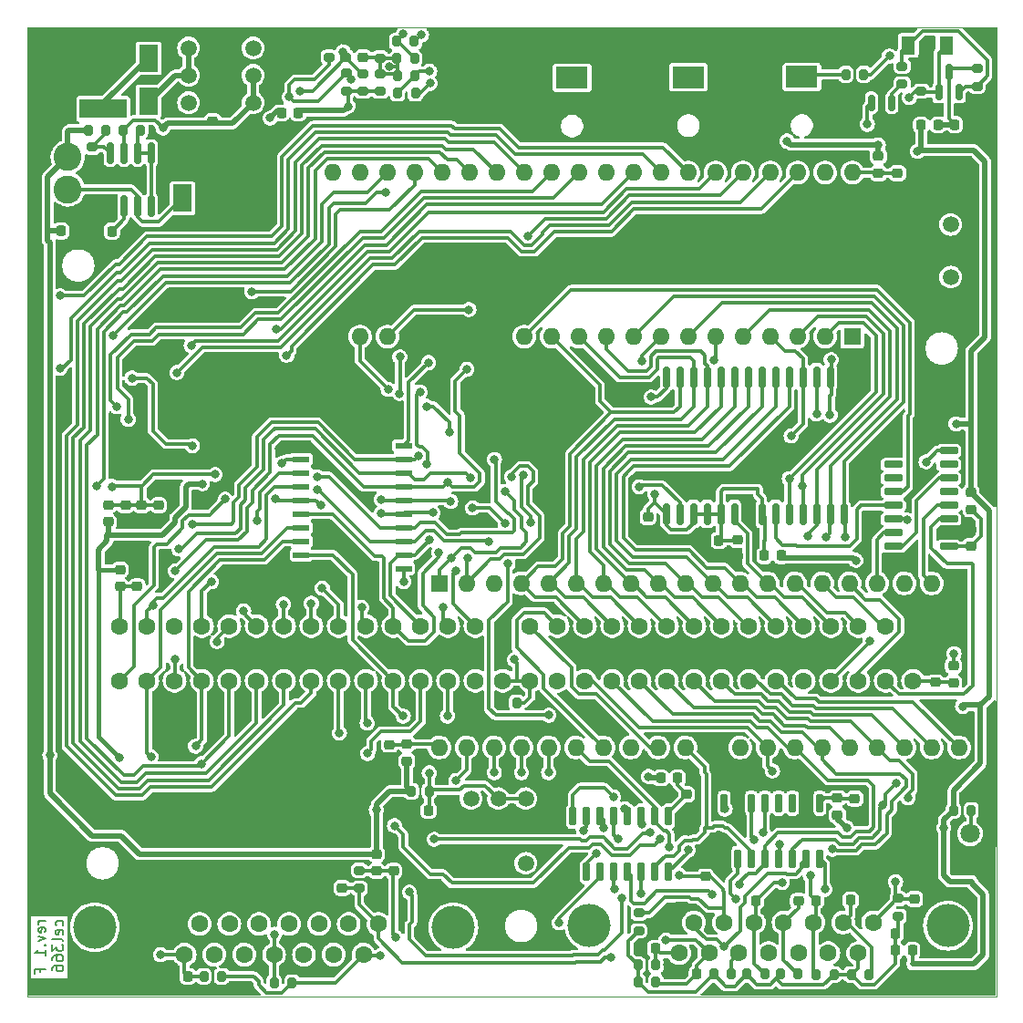
<source format=gbl>
%TF.GenerationSoftware,KiCad,Pcbnew,8.0.7-1.fc39*%
%TF.CreationDate,2025-01-27T15:10:01+03:00*%
%TF.ProjectId,rev.1_f,7265762e-315f-4662-9e6b-696361645f70,rev?*%
%TF.SameCoordinates,Original*%
%TF.FileFunction,Copper,L2,Bot*%
%TF.FilePolarity,Positive*%
%FSLAX46Y46*%
G04 Gerber Fmt 4.6, Leading zero omitted, Abs format (unit mm)*
G04 Created by KiCad (PCBNEW 8.0.7-1.fc39) date 2025-01-27 15:10:01*
%MOMM*%
%LPD*%
G01*
G04 APERTURE LIST*
G04 Aperture macros list*
%AMRoundRect*
0 Rectangle with rounded corners*
0 $1 Rounding radius*
0 $2 $3 $4 $5 $6 $7 $8 $9 X,Y pos of 4 corners*
0 Add a 4 corners polygon primitive as box body*
4,1,4,$2,$3,$4,$5,$6,$7,$8,$9,$2,$3,0*
0 Add four circle primitives for the rounded corners*
1,1,$1+$1,$2,$3*
1,1,$1+$1,$4,$5*
1,1,$1+$1,$6,$7*
1,1,$1+$1,$8,$9*
0 Add four rect primitives between the rounded corners*
20,1,$1+$1,$2,$3,$4,$5,0*
20,1,$1+$1,$4,$5,$6,$7,0*
20,1,$1+$1,$6,$7,$8,$9,0*
20,1,$1+$1,$8,$9,$2,$3,0*%
G04 Aperture macros list end*
%ADD10C,0.150000*%
%TA.AperFunction,NonConductor*%
%ADD11C,0.150000*%
%TD*%
%TA.AperFunction,ComponentPad*%
%ADD12C,4.000000*%
%TD*%
%TA.AperFunction,ComponentPad*%
%ADD13R,1.600000X1.600000*%
%TD*%
%TA.AperFunction,ComponentPad*%
%ADD14C,1.600000*%
%TD*%
%TA.AperFunction,ComponentPad*%
%ADD15C,1.500000*%
%TD*%
%TA.AperFunction,ComponentPad*%
%ADD16R,3.000000X2.000000*%
%TD*%
%TA.AperFunction,ComponentPad*%
%ADD17R,2.000000X3.000000*%
%TD*%
%TA.AperFunction,ComponentPad*%
%ADD18R,4.400000X1.800000*%
%TD*%
%TA.AperFunction,ComponentPad*%
%ADD19O,4.000000X1.800000*%
%TD*%
%TA.AperFunction,ComponentPad*%
%ADD20O,1.800000X4.000000*%
%TD*%
%TA.AperFunction,ComponentPad*%
%ADD21C,2.600000*%
%TD*%
%TA.AperFunction,ComponentPad*%
%ADD22R,1.800000X1.800000*%
%TD*%
%TA.AperFunction,ComponentPad*%
%ADD23C,1.800000*%
%TD*%
%TA.AperFunction,SMDPad,CuDef*%
%ADD24RoundRect,0.200000X-0.275000X0.200000X-0.275000X-0.200000X0.275000X-0.200000X0.275000X0.200000X0*%
%TD*%
%TA.AperFunction,SMDPad,CuDef*%
%ADD25RoundRect,0.225000X0.250000X-0.225000X0.250000X0.225000X-0.250000X0.225000X-0.250000X-0.225000X0*%
%TD*%
%TA.AperFunction,SMDPad,CuDef*%
%ADD26RoundRect,0.225000X-0.250000X0.225000X-0.250000X-0.225000X0.250000X-0.225000X0.250000X0.225000X0*%
%TD*%
%TA.AperFunction,SMDPad,CuDef*%
%ADD27RoundRect,0.225000X0.225000X0.250000X-0.225000X0.250000X-0.225000X-0.250000X0.225000X-0.250000X0*%
%TD*%
%TA.AperFunction,SMDPad,CuDef*%
%ADD28RoundRect,0.218750X0.256250X-0.218750X0.256250X0.218750X-0.256250X0.218750X-0.256250X-0.218750X0*%
%TD*%
%TA.AperFunction,SMDPad,CuDef*%
%ADD29RoundRect,0.218750X0.218750X0.256250X-0.218750X0.256250X-0.218750X-0.256250X0.218750X-0.256250X0*%
%TD*%
%TA.AperFunction,SMDPad,CuDef*%
%ADD30RoundRect,0.200000X0.200000X0.275000X-0.200000X0.275000X-0.200000X-0.275000X0.200000X-0.275000X0*%
%TD*%
%TA.AperFunction,SMDPad,CuDef*%
%ADD31RoundRect,0.218750X-0.256250X0.218750X-0.256250X-0.218750X0.256250X-0.218750X0.256250X0.218750X0*%
%TD*%
%TA.AperFunction,SMDPad,CuDef*%
%ADD32RoundRect,0.150000X0.150000X-0.725000X0.150000X0.725000X-0.150000X0.725000X-0.150000X-0.725000X0*%
%TD*%
%TA.AperFunction,SMDPad,CuDef*%
%ADD33RoundRect,0.200000X0.275000X-0.200000X0.275000X0.200000X-0.275000X0.200000X-0.275000X-0.200000X0*%
%TD*%
%TA.AperFunction,SMDPad,CuDef*%
%ADD34RoundRect,0.200000X-0.200000X-0.275000X0.200000X-0.275000X0.200000X0.275000X-0.200000X0.275000X0*%
%TD*%
%TA.AperFunction,SMDPad,CuDef*%
%ADD35RoundRect,0.218750X-0.218750X-0.256250X0.218750X-0.256250X0.218750X0.256250X-0.218750X0.256250X0*%
%TD*%
%TA.AperFunction,ComponentPad*%
%ADD36O,1.600000X1.600000*%
%TD*%
%TA.AperFunction,SMDPad,CuDef*%
%ADD37RoundRect,0.150000X-0.725000X-0.150000X0.725000X-0.150000X0.725000X0.150000X-0.725000X0.150000X0*%
%TD*%
%TA.AperFunction,SMDPad,CuDef*%
%ADD38RoundRect,0.150000X0.150000X-0.825000X0.150000X0.825000X-0.150000X0.825000X-0.150000X-0.825000X0*%
%TD*%
%TA.AperFunction,SMDPad,CuDef*%
%ADD39RoundRect,0.225000X-0.225000X-0.250000X0.225000X-0.250000X0.225000X0.250000X-0.225000X0.250000X0*%
%TD*%
%TA.AperFunction,SMDPad,CuDef*%
%ADD40R,1.800000X2.500000*%
%TD*%
%TA.AperFunction,SMDPad,CuDef*%
%ADD41R,1.300000X1.700000*%
%TD*%
%TA.AperFunction,SMDPad,CuDef*%
%ADD42RoundRect,0.150000X0.150000X-0.587500X0.150000X0.587500X-0.150000X0.587500X-0.150000X-0.587500X0*%
%TD*%
%TA.AperFunction,SMDPad,CuDef*%
%ADD43R,1.500000X0.600000*%
%TD*%
%TA.AperFunction,SMDPad,CuDef*%
%ADD44RoundRect,0.150000X-0.150000X0.875000X-0.150000X-0.875000X0.150000X-0.875000X0.150000X0.875000X0*%
%TD*%
%TA.AperFunction,SMDPad,CuDef*%
%ADD45RoundRect,0.150000X-0.150000X0.587500X-0.150000X-0.587500X0.150000X-0.587500X0.150000X0.587500X0*%
%TD*%
%TA.AperFunction,ViaPad*%
%ADD46C,0.800000*%
%TD*%
%TA.AperFunction,Conductor*%
%ADD47C,0.310000*%
%TD*%
%TA.AperFunction,Conductor*%
%ADD48C,0.500000*%
%TD*%
%TA.AperFunction,Conductor*%
%ADD49C,0.400000*%
%TD*%
%TA.AperFunction,Profile*%
%ADD50C,0.200000*%
%TD*%
%TA.AperFunction,Profile*%
%ADD51C,0.100000*%
%TD*%
G04 APERTURE END LIST*
D10*
D11*
X106859875Y-137136779D02*
X106193208Y-137136779D01*
X106383684Y-137136779D02*
X106288446Y-137184398D01*
X106288446Y-137184398D02*
X106240827Y-137232017D01*
X106240827Y-137232017D02*
X106193208Y-137327255D01*
X106193208Y-137327255D02*
X106193208Y-137422493D01*
X106812256Y-138136779D02*
X106859875Y-138041541D01*
X106859875Y-138041541D02*
X106859875Y-137851065D01*
X106859875Y-137851065D02*
X106812256Y-137755827D01*
X106812256Y-137755827D02*
X106717017Y-137708208D01*
X106717017Y-137708208D02*
X106336065Y-137708208D01*
X106336065Y-137708208D02*
X106240827Y-137755827D01*
X106240827Y-137755827D02*
X106193208Y-137851065D01*
X106193208Y-137851065D02*
X106193208Y-138041541D01*
X106193208Y-138041541D02*
X106240827Y-138136779D01*
X106240827Y-138136779D02*
X106336065Y-138184398D01*
X106336065Y-138184398D02*
X106431303Y-138184398D01*
X106431303Y-138184398D02*
X106526541Y-137708208D01*
X106193208Y-138517732D02*
X106859875Y-138755827D01*
X106859875Y-138755827D02*
X106193208Y-138993922D01*
X106764636Y-139374875D02*
X106812256Y-139422494D01*
X106812256Y-139422494D02*
X106859875Y-139374875D01*
X106859875Y-139374875D02*
X106812256Y-139327256D01*
X106812256Y-139327256D02*
X106764636Y-139374875D01*
X106764636Y-139374875D02*
X106859875Y-139374875D01*
X106859875Y-140374874D02*
X106859875Y-139803446D01*
X106859875Y-140089160D02*
X105859875Y-140089160D01*
X105859875Y-140089160D02*
X106002732Y-139993922D01*
X106002732Y-139993922D02*
X106097970Y-139898684D01*
X106097970Y-139898684D02*
X106145589Y-139803446D01*
X106336065Y-141898684D02*
X106336065Y-141565351D01*
X106859875Y-141565351D02*
X105859875Y-141565351D01*
X105859875Y-141565351D02*
X105859875Y-142041541D01*
X108422200Y-137565350D02*
X108469819Y-137470112D01*
X108469819Y-137470112D02*
X108469819Y-137279636D01*
X108469819Y-137279636D02*
X108422200Y-137184398D01*
X108422200Y-137184398D02*
X108374580Y-137136779D01*
X108374580Y-137136779D02*
X108279342Y-137089160D01*
X108279342Y-137089160D02*
X107993628Y-137089160D01*
X107993628Y-137089160D02*
X107898390Y-137136779D01*
X107898390Y-137136779D02*
X107850771Y-137184398D01*
X107850771Y-137184398D02*
X107803152Y-137279636D01*
X107803152Y-137279636D02*
X107803152Y-137470112D01*
X107803152Y-137470112D02*
X107850771Y-137565350D01*
X108422200Y-138374874D02*
X108469819Y-138279636D01*
X108469819Y-138279636D02*
X108469819Y-138089160D01*
X108469819Y-138089160D02*
X108422200Y-137993922D01*
X108422200Y-137993922D02*
X108326961Y-137946303D01*
X108326961Y-137946303D02*
X107946009Y-137946303D01*
X107946009Y-137946303D02*
X107850771Y-137993922D01*
X107850771Y-137993922D02*
X107803152Y-138089160D01*
X107803152Y-138089160D02*
X107803152Y-138279636D01*
X107803152Y-138279636D02*
X107850771Y-138374874D01*
X107850771Y-138374874D02*
X107946009Y-138422493D01*
X107946009Y-138422493D02*
X108041247Y-138422493D01*
X108041247Y-138422493D02*
X108136485Y-137946303D01*
X108469819Y-138993922D02*
X108422200Y-138898684D01*
X108422200Y-138898684D02*
X108326961Y-138851065D01*
X108326961Y-138851065D02*
X107469819Y-138851065D01*
X107469819Y-139279637D02*
X107469819Y-139898684D01*
X107469819Y-139898684D02*
X107850771Y-139565351D01*
X107850771Y-139565351D02*
X107850771Y-139708208D01*
X107850771Y-139708208D02*
X107898390Y-139803446D01*
X107898390Y-139803446D02*
X107946009Y-139851065D01*
X107946009Y-139851065D02*
X108041247Y-139898684D01*
X108041247Y-139898684D02*
X108279342Y-139898684D01*
X108279342Y-139898684D02*
X108374580Y-139851065D01*
X108374580Y-139851065D02*
X108422200Y-139803446D01*
X108422200Y-139803446D02*
X108469819Y-139708208D01*
X108469819Y-139708208D02*
X108469819Y-139422494D01*
X108469819Y-139422494D02*
X108422200Y-139327256D01*
X108422200Y-139327256D02*
X108374580Y-139279637D01*
X107469819Y-140755827D02*
X107469819Y-140565351D01*
X107469819Y-140565351D02*
X107517438Y-140470113D01*
X107517438Y-140470113D02*
X107565057Y-140422494D01*
X107565057Y-140422494D02*
X107707914Y-140327256D01*
X107707914Y-140327256D02*
X107898390Y-140279637D01*
X107898390Y-140279637D02*
X108279342Y-140279637D01*
X108279342Y-140279637D02*
X108374580Y-140327256D01*
X108374580Y-140327256D02*
X108422200Y-140374875D01*
X108422200Y-140374875D02*
X108469819Y-140470113D01*
X108469819Y-140470113D02*
X108469819Y-140660589D01*
X108469819Y-140660589D02*
X108422200Y-140755827D01*
X108422200Y-140755827D02*
X108374580Y-140803446D01*
X108374580Y-140803446D02*
X108279342Y-140851065D01*
X108279342Y-140851065D02*
X108041247Y-140851065D01*
X108041247Y-140851065D02*
X107946009Y-140803446D01*
X107946009Y-140803446D02*
X107898390Y-140755827D01*
X107898390Y-140755827D02*
X107850771Y-140660589D01*
X107850771Y-140660589D02*
X107850771Y-140470113D01*
X107850771Y-140470113D02*
X107898390Y-140374875D01*
X107898390Y-140374875D02*
X107946009Y-140327256D01*
X107946009Y-140327256D02*
X108041247Y-140279637D01*
X107469819Y-141708208D02*
X107469819Y-141517732D01*
X107469819Y-141517732D02*
X107517438Y-141422494D01*
X107517438Y-141422494D02*
X107565057Y-141374875D01*
X107565057Y-141374875D02*
X107707914Y-141279637D01*
X107707914Y-141279637D02*
X107898390Y-141232018D01*
X107898390Y-141232018D02*
X108279342Y-141232018D01*
X108279342Y-141232018D02*
X108374580Y-141279637D01*
X108374580Y-141279637D02*
X108422200Y-141327256D01*
X108422200Y-141327256D02*
X108469819Y-141422494D01*
X108469819Y-141422494D02*
X108469819Y-141612970D01*
X108469819Y-141612970D02*
X108422200Y-141708208D01*
X108422200Y-141708208D02*
X108374580Y-141755827D01*
X108374580Y-141755827D02*
X108279342Y-141803446D01*
X108279342Y-141803446D02*
X108041247Y-141803446D01*
X108041247Y-141803446D02*
X107946009Y-141755827D01*
X107946009Y-141755827D02*
X107898390Y-141708208D01*
X107898390Y-141708208D02*
X107850771Y-141612970D01*
X107850771Y-141612970D02*
X107850771Y-141422494D01*
X107850771Y-141422494D02*
X107898390Y-141327256D01*
X107898390Y-141327256D02*
X107946009Y-141279637D01*
X107946009Y-141279637D02*
X108041247Y-141232018D01*
D12*
%TO.P,X5,0*%
%TO.N,N/C*%
X157350000Y-137580000D03*
X190650000Y-137580000D03*
D13*
%TO.P,X5,1*%
%TO.N,GNDD*%
X164305000Y-137280000D03*
D14*
%TO.P,X5,2*%
%TO.N,/J1D0*%
X167075000Y-137280000D03*
%TO.P,X5,3*%
%TO.N,/IRQ*%
X169845000Y-137280000D03*
%TO.P,X5,4*%
%TO.N,/J2D4*%
X172615000Y-137280000D03*
%TO.P,X5,5*%
%TO.N,/J2D3*%
X175385000Y-137280000D03*
%TO.P,X5,6*%
%TO.N,/J2D2*%
X178155000Y-137280000D03*
%TO.P,X5,7*%
%TO.N,/J2D1*%
X180925000Y-137280000D03*
%TO.P,X5,8*%
%TO.N,/J2D0*%
X183695000Y-137280000D03*
%TO.P,X5,9*%
%TO.N,/J2CLK*%
X165690000Y-140120000D03*
%TO.P,X5,10*%
%TO.N,/OUT2*%
X168460000Y-140120000D03*
%TO.P,X5,11*%
%TO.N,/OUT1*%
X171230000Y-140120000D03*
%TO.P,X5,12*%
%TO.N,/OUT0*%
X174000000Y-140120000D03*
%TO.P,X5,13*%
%TO.N,/J1D1*%
X176770000Y-140120000D03*
%TO.P,X5,14*%
%TO.N,/J1CLK*%
X179540000Y-140120000D03*
%TO.P,X5,15*%
%TO.N,Net-(C44-Pad1)*%
X182310000Y-140120000D03*
%TD*%
D15*
%TO.P,SW2,1,1*%
%TO.N,unconnected-(SW2-Pad1)*%
X120125000Y-61150000D03*
%TO.P,SW2,2,2*%
%TO.N,Net-(D1-K)*%
X120125000Y-58610000D03*
%TO.P,SW2,3,3*%
X120125000Y-56070000D03*
%TO.P,SW2,4,4*%
%TO.N,Net-(DA1-Vin)*%
X126125000Y-61150000D03*
%TO.P,SW2,5,5*%
X126125000Y-58610000D03*
%TO.P,SW2,6,6*%
%TO.N,unconnected-(SW2-Pad6)*%
X126125000Y-56070000D03*
%TD*%
D16*
%TO.P,X4,1,Pin_1*%
%TO.N,Net-(X4-Pin_1)*%
X155745000Y-58820000D03*
D17*
%TO.P,X4,2,Pin_2*%
%TO.N,GNDD*%
X159495000Y-62320000D03*
%TO.P,X4,3,Pin_3*%
X151995000Y-62320000D03*
%TD*%
D12*
%TO.P,X2,0*%
%TO.N,N/C*%
X111425000Y-137710000D03*
X144725000Y-137710000D03*
D13*
%TO.P,X2,1*%
%TO.N,GNDD*%
X118380000Y-137410000D03*
D14*
%TO.P,X2,2*%
%TO.N,unconnected-(X2-Pad2)*%
X121150000Y-137410000D03*
%TO.P,X2,3*%
%TO.N,unconnected-(X2-Pad3)*%
X123920000Y-137410000D03*
%TO.P,X2,4*%
%TO.N,unconnected-(X2-Pad4)*%
X126690000Y-137410000D03*
%TO.P,X2,5*%
%TO.N,unconnected-(X2-Pad5)*%
X129460000Y-137410000D03*
%TO.P,X2,6*%
%TO.N,unconnected-(X2-Pad6)*%
X132230000Y-137410000D03*
%TO.P,X2,7*%
%TO.N,unconnected-(X2-Pad7)*%
X135000000Y-137410000D03*
%TO.P,X2,8*%
%TO.N,/J1D0*%
X137770000Y-137410000D03*
%TO.P,X2,9*%
%TO.N,/J1CLK*%
X119765000Y-140250000D03*
%TO.P,X2,10*%
%TO.N,unconnected-(X2-Pad10)*%
X122535000Y-140250000D03*
%TO.P,X2,11*%
%TO.N,unconnected-(X2-Pad11)*%
X125305000Y-140250000D03*
%TO.P,X2,12*%
%TO.N,/OUT0*%
X128075000Y-140250000D03*
%TO.P,X2,13*%
%TO.N,unconnected-(X2-Pad13)*%
X130845000Y-140250000D03*
%TO.P,X2,14*%
%TO.N,unconnected-(X2-Pad14)*%
X133615000Y-140250000D03*
%TO.P,X2,15*%
%TO.N,Net-(C22-Pad1)*%
X136385000Y-140250000D03*
%TD*%
D18*
%TO.P,X1,1,Pin_1*%
%TO.N,Net-(D1-A)*%
X112215000Y-61710000D03*
D19*
%TO.P,X1,2,Pin_2*%
%TO.N,GNDD*%
X112215000Y-55910000D03*
D20*
%TO.P,X1,3,Pin_3*%
X107415000Y-58710000D03*
%TD*%
D21*
%TO.P,L4,1*%
%TO.N,Net-(D2-K)*%
X108925000Y-69180000D03*
%TO.P,L4,2*%
%TO.N,+5V*%
X108925000Y-66180000D03*
%TD*%
D15*
%TO.P,SW1,1,1*%
%TO.N,unconnected-(SW1-Pad1)*%
X151435000Y-131770000D03*
%TO.P,SW1,2,2*%
%TO.N,GNDD*%
X148895000Y-131770000D03*
%TO.P,SW1,3,3*%
X146355000Y-131770000D03*
%TO.P,SW1,4,4*%
%TO.N,/RESET*%
X151435000Y-125770000D03*
%TO.P,SW1,5,5*%
X148895000Y-125770000D03*
%TO.P,SW1,6,6*%
%TO.N,unconnected-(SW1-Pad6)*%
X146355000Y-125770000D03*
%TD*%
D16*
%TO.P,X6,1,Pin_1*%
%TO.N,Net-(X6-Pin_1)*%
X177085000Y-58750000D03*
D17*
%TO.P,X6,2,Pin_2*%
%TO.N,GNDD*%
X180835000Y-62250000D03*
%TO.P,X6,3,Pin_3*%
X173335000Y-62250000D03*
%TD*%
D22*
%TO.P,D3,1,K*%
%TO.N,GNDD*%
X192695000Y-131540000D03*
D23*
%TO.P,D3,2,A*%
%TO.N,Net-(D3-A)*%
X192695000Y-129000000D03*
%TD*%
D13*
%TO.P,XP1,1,GND*%
%TO.N,GNDD*%
X187415000Y-109730000D03*
D14*
%TO.P,XP1,2,A11*%
%TO.N,/A11*%
X184875000Y-109730000D03*
%TO.P,XP1,3,A10*%
%TO.N,/A10*%
X182335000Y-109730000D03*
%TO.P,XP1,4,A9*%
%TO.N,/A9*%
X179795000Y-109730000D03*
%TO.P,XP1,5,A8*%
%TO.N,/A8*%
X177255000Y-109730000D03*
%TO.P,XP1,6,A7*%
%TO.N,/A7*%
X174715000Y-109730000D03*
%TO.P,XP1,7,A6*%
%TO.N,/A6*%
X172175000Y-109730000D03*
%TO.P,XP1,8,A5*%
%TO.N,/A5*%
X169635000Y-109730000D03*
%TO.P,XP1,9,A4*%
%TO.N,/A4*%
X167095000Y-109730000D03*
%TO.P,XP1,10,A3*%
%TO.N,/A3*%
X164555000Y-109730000D03*
%TO.P,XP1,11,A2*%
%TO.N,/A2*%
X162015000Y-109730000D03*
%TO.P,XP1,12,A1*%
%TO.N,/A1*%
X159475000Y-109730000D03*
%TO.P,XP1,13,A0*%
%TO.N,/A0*%
X156935000Y-109730000D03*
%TO.P,XP1,14,~{WR}*%
%TO.N,/R_W*%
X154395000Y-109730000D03*
%TO.P,XP1,15,~{IRQ}*%
%TO.N,/IRQ*%
X151855000Y-109730000D03*
%TO.P,XP1,16,GND*%
%TO.N,GNDD*%
X149315000Y-109730000D03*
%TO.P,XP1,17,PRD*%
%TO.N,/PRD*%
X146775000Y-109730000D03*
%TO.P,XP1,18,VA10*%
%TO.N,/VA10*%
X144235000Y-109730000D03*
%TO.P,XP1,19,PA6*%
%TO.N,/PA6*%
X141695000Y-109730000D03*
%TO.P,XP1,20,PA5*%
%TO.N,/PA5*%
X139155000Y-109730000D03*
%TO.P,XP1,21,PA4*%
%TO.N,/PA4*%
X136615000Y-109730000D03*
%TO.P,XP1,22,PA3*%
%TO.N,/PA3*%
X134075000Y-109730000D03*
%TO.P,XP1,23,PA2*%
%TO.N,/PA2*%
X131535000Y-109730000D03*
%TO.P,XP1,24,PA1*%
%TO.N,/PA1*%
X128995000Y-109730000D03*
%TO.P,XP1,25,PA0*%
%TO.N,/PA0*%
X126455000Y-109730000D03*
%TO.P,XP1,26,PAD0*%
%TO.N,/PAD0*%
X123915000Y-109730000D03*
%TO.P,XP1,27,PAD1*%
%TO.N,/PAD1*%
X121375000Y-109730000D03*
%TO.P,XP1,28,PAD2*%
%TO.N,/PAD2*%
X118835000Y-109730000D03*
%TO.P,XP1,29,PAD3*%
%TO.N,/PAD3*%
X116295000Y-109730000D03*
%TO.P,XP1,30,VCC*%
%TO.N,Net-(C19-Pad1)*%
X113755000Y-109730000D03*
%TO.P,XP1,31,VCC*%
%TO.N,Net-(C25-Pad1)*%
X187415000Y-114810000D03*
%TO.P,XP1,32,F2*%
%TO.N,/F2*%
X184875000Y-114810000D03*
%TO.P,XP1,33,A12*%
%TO.N,/A12*%
X182335000Y-114810000D03*
%TO.P,XP1,34,A13*%
%TO.N,/A13*%
X179795000Y-114810000D03*
%TO.P,XP1,35,A14*%
%TO.N,/A14*%
X177255000Y-114810000D03*
%TO.P,XP1,36,D7*%
%TO.N,/D7*%
X174715000Y-114810000D03*
%TO.P,XP1,37,D6*%
%TO.N,/D6*%
X172175000Y-114810000D03*
%TO.P,XP1,38,D5*%
%TO.N,/D5*%
X169635000Y-114810000D03*
%TO.P,XP1,39,D4*%
%TO.N,/D4*%
X167095000Y-114810000D03*
%TO.P,XP1,40,D3*%
%TO.N,/D3*%
X164555000Y-114810000D03*
%TO.P,XP1,41,D2*%
%TO.N,/D2*%
X162015000Y-114810000D03*
%TO.P,XP1,42,D1*%
%TO.N,/D1*%
X159475000Y-114810000D03*
%TO.P,XP1,43,D0*%
%TO.N,/D0*%
X156935000Y-114810000D03*
%TO.P,XP1,44,~{CSROM}*%
%TO.N,/CART*%
X154395000Y-114810000D03*
%TO.P,XP1,45,SIN*%
%TO.N,/SOUT*%
X151855000Y-114810000D03*
%TO.P,XP1,46,SOUT*%
X149315000Y-114810000D03*
%TO.P,XP1,47,~{VWR}*%
%TO.N,/PWR*%
X146775000Y-114810000D03*
%TO.P,XP1,48,~{VCS}*%
%TO.N,/VRAM*%
X144235000Y-114810000D03*
%TO.P,XP1,49,~{PA13}*%
%TO.N,/nPA13*%
X141695000Y-114810000D03*
%TO.P,XP1,50,PA7*%
%TO.N,/PA7*%
X139155000Y-114810000D03*
%TO.P,XP1,51,PA8*%
%TO.N,/PA8*%
X136615000Y-114810000D03*
%TO.P,XP1,52,PA9*%
%TO.N,/PA9*%
X134075000Y-114810000D03*
%TO.P,XP1,53,PA10*%
%TO.N,/PA10*%
X131535000Y-114810000D03*
%TO.P,XP1,54,PA11*%
%TO.N,/PA11*%
X128995000Y-114810000D03*
%TO.P,XP1,55,PA12*%
%TO.N,/PA12*%
X126455000Y-114810000D03*
%TO.P,XP1,56,PA13*%
%TO.N,/PA13*%
X123915000Y-114810000D03*
%TO.P,XP1,57,PAD7*%
%TO.N,/PAD7*%
X121375000Y-114810000D03*
%TO.P,XP1,58,PAD6*%
%TO.N,/PAD6*%
X118835000Y-114810000D03*
%TO.P,XP1,59,PAD5*%
%TO.N,/PAD5*%
X116295000Y-114810000D03*
%TO.P,XP1,60,PAD4*%
%TO.N,/PAD4*%
X113755000Y-114810000D03*
%TD*%
D16*
%TO.P,X3,1,Pin_1*%
%TO.N,Net-(X3-Pin_1)*%
X166545000Y-58770000D03*
D17*
%TO.P,X3,2,Pin_2*%
%TO.N,GNDD*%
X170295000Y-62270000D03*
%TO.P,X3,3,Pin_3*%
X162795000Y-62270000D03*
%TD*%
D24*
%TO.P,R36,1*%
%TO.N,/IRQ*%
X161945000Y-136385000D03*
%TO.P,R36,2*%
%TO.N,Net-(C44-Pad1)*%
X161945000Y-138035000D03*
%TD*%
D25*
%TO.P,C6,1*%
%TO.N,Net-(DD4-VCC)*%
X192765000Y-102325000D03*
%TO.P,C6,2*%
%TO.N,GNDD*%
X192765000Y-100775000D03*
%TD*%
D26*
%TO.P,C4,1*%
%TO.N,Net-(DD1-VCC)*%
X138815000Y-120740000D03*
%TO.P,C4,2*%
%TO.N,GNDD*%
X138815000Y-122290000D03*
%TD*%
D27*
%TO.P,C39,1*%
%TO.N,/OUT2*%
X167330000Y-142060000D03*
%TO.P,C39,2*%
%TO.N,GNDD*%
X165780000Y-142060000D03*
%TD*%
D28*
%TO.P,L7,1*%
%TO.N,+5V*%
X112685000Y-100077500D03*
%TO.P,L7,2*%
%TO.N,Net-(DD6-A12)*%
X112685000Y-98502500D03*
%TD*%
D26*
%TO.P,C12,1*%
%TO.N,Net-(DD5-A10)*%
X162800000Y-99625000D03*
%TO.P,C12,2*%
%TO.N,GNDD*%
X162800000Y-101175000D03*
%TD*%
D29*
%TO.P,L16,1*%
%TO.N,+5V*%
X187334500Y-139865000D03*
%TO.P,L16,2*%
%TO.N,Net-(C44-Pad1)*%
X185759500Y-139865000D03*
%TD*%
D24*
%TO.P,R19,1*%
%TO.N,Net-(DA2.1-+)*%
X136345000Y-58435000D03*
%TO.P,R19,2*%
%TO.N,+5VA*%
X136345000Y-60085000D03*
%TD*%
D30*
%TO.P,R30,1*%
%TO.N,/J2D1*%
X183350000Y-142110000D03*
%TO.P,R30,2*%
%TO.N,Net-(C44-Pad1)*%
X181700000Y-142110000D03*
%TD*%
D31*
%TO.P,L11,1*%
%TO.N,+5V*%
X137590000Y-130922500D03*
%TO.P,L11,2*%
%TO.N,Net-(C22-Pad1)*%
X137590000Y-132497500D03*
%TD*%
D27*
%TO.P,C21,1*%
%TO.N,/J1CLK*%
X120050000Y-142260000D03*
%TO.P,C21,2*%
%TO.N,GNDD*%
X118500000Y-142260000D03*
%TD*%
D32*
%TO.P,DD8,1,E1*%
%TO.N,/JOY2*%
X164710000Y-132560000D03*
%TO.P,DD8,2,D0*%
%TO.N,/F2*%
X163440000Y-132560000D03*
%TO.P,DD8,3,Q0*%
%TO.N,/J2CLK*%
X162170000Y-132560000D03*
%TO.P,DD8,4,D1*%
%TO.N,/J2D1*%
X160900000Y-132560000D03*
%TO.P,DD8,5,Q1*%
%TO.N,/D1*%
X159630000Y-132560000D03*
%TO.P,DD8,6,D2*%
%TO.N,/J2D3*%
X158360000Y-132560000D03*
%TO.P,DD8,7,Q2*%
%TO.N,/D3*%
X157090000Y-132560000D03*
%TO.P,DD8,8,GND*%
%TO.N,GNDD*%
X155820000Y-132560000D03*
%TO.P,DD8,9,Q3*%
%TO.N,/D4*%
X155820000Y-127410000D03*
%TO.P,DD8,10,D3*%
%TO.N,/J2D4*%
X157090000Y-127410000D03*
%TO.P,DD8,11,Q4*%
%TO.N,/D2*%
X158360000Y-127410000D03*
%TO.P,DD8,12,D4*%
%TO.N,/J2D2*%
X159630000Y-127410000D03*
%TO.P,DD8,13,Q5*%
%TO.N,/D0*%
X160900000Y-127410000D03*
%TO.P,DD8,14,D5*%
%TO.N,/J2D0*%
X162170000Y-127410000D03*
%TO.P,DD8,15,E2*%
%TO.N,/JOY2*%
X163440000Y-127410000D03*
%TO.P,DD8,16,VCC*%
%TO.N,Net-(DD8-VCC)*%
X164710000Y-127410000D03*
%TD*%
D24*
%TO.P,R22,1*%
%TO.N,GNDD*%
X133175000Y-55265000D03*
%TO.P,R22,2*%
%TO.N,Net-(DA2.2-+)*%
X133175000Y-56915000D03*
%TD*%
D15*
%TO.P,Z1,1,1*%
%TO.N,Net-(DD9-1A)*%
X190900000Y-72450000D03*
%TO.P,Z1,2,2*%
%TO.N,Net-(DD9-1Y)*%
X190900000Y-77330000D03*
%TD*%
D31*
%TO.P,L10,1*%
%TO.N,+5V*%
X113775000Y-104505000D03*
%TO.P,L10,2*%
%TO.N,Net-(C19-Pad1)*%
X113775000Y-106080000D03*
%TD*%
D27*
%TO.P,C1,1*%
%TO.N,/RESET*%
X142430000Y-126870000D03*
%TO.P,C1,2*%
%TO.N,GNDD*%
X140880000Y-126870000D03*
%TD*%
D33*
%TO.P,R32,1*%
%TO.N,Net-(Q1-E)*%
X186395000Y-59400000D03*
%TO.P,R32,2*%
%TO.N,Net-(D4-K)*%
X186395000Y-57750000D03*
%TD*%
D34*
%TO.P,R3,1*%
%TO.N,Net-(DA1-Vin)*%
X114030000Y-63710000D03*
%TO.P,R3,2*%
%TO.N,Net-(DA1-DC)*%
X115680000Y-63710000D03*
%TD*%
D35*
%TO.P,L14,1*%
%TO.N,+5V*%
X188147500Y-63200000D03*
%TO.P,L14,2*%
%TO.N,Net-(Q2-C)*%
X189722500Y-63200000D03*
%TD*%
D26*
%TO.P,C17,1*%
%TO.N,Net-(DD7-VCC)*%
X181995000Y-125745000D03*
%TO.P,C17,2*%
%TO.N,GNDD*%
X181995000Y-127295000D03*
%TD*%
D33*
%TO.P,R5,1*%
%TO.N,GNDD*%
X111195000Y-66915000D03*
%TO.P,R5,2*%
%TO.N,Net-(DA1-Vfb)*%
X111195000Y-65265000D03*
%TD*%
D13*
%TO.P,DD2,1,R/W*%
%TO.N,/R_W*%
X181770000Y-82865000D03*
D36*
%TO.P,DD2,2,D0*%
%TO.N,/D0*%
X179230000Y-82865000D03*
%TO.P,DD2,3,D1*%
%TO.N,/D1*%
X176690000Y-82865000D03*
%TO.P,DD2,4,D2*%
%TO.N,/D2*%
X174150000Y-82865000D03*
%TO.P,DD2,5,D3*%
%TO.N,/D3*%
X171610000Y-82865000D03*
%TO.P,DD2,6,D4*%
%TO.N,/D4*%
X169070000Y-82865000D03*
%TO.P,DD2,7,D5*%
%TO.N,/D5*%
X166530000Y-82865000D03*
%TO.P,DD2,8,D6*%
%TO.N,/D6*%
X163990000Y-82865000D03*
%TO.P,DD2,9,D7*%
%TO.N,/D7*%
X161450000Y-82865000D03*
%TO.P,DD2,10,A2*%
%TO.N,/A2*%
X158910000Y-82865000D03*
%TO.P,DD2,11,A1*%
%TO.N,/A1*%
X156370000Y-82865000D03*
%TO.P,DD2,12,A0*%
%TO.N,/A0*%
X153830000Y-82865000D03*
%TO.P,DD2,13,STB*%
%TO.N,Net-(DD2-STB)*%
X151290000Y-82865000D03*
%TO.P,DD2,14,EXT0*%
%TO.N,GNDD*%
X148750000Y-82865000D03*
%TO.P,DD2,15,EXT1*%
X146210000Y-82865000D03*
%TO.P,DD2,16,EXT2*%
X143670000Y-82865000D03*
%TO.P,DD2,17,EXT3*%
X141130000Y-82865000D03*
%TO.P,DD2,18,CLK*%
%TO.N,/PPU_CLK*%
X138590000Y-82865000D03*
%TO.P,DD2,19,NMI*%
%TO.N,Net-(DD1-NMI)*%
X136050000Y-82865000D03*
%TO.P,DD2,20,GND*%
%TO.N,GNDD*%
X133510000Y-82865000D03*
%TO.P,DD2,21,VIDEO*%
%TO.N,/VIDEO*%
X133510000Y-67625000D03*
%TO.P,DD2,22,RES*%
%TO.N,/RESET*%
X136050000Y-67625000D03*
%TO.P,DD2,23,PWR*%
%TO.N,/PWR*%
X138590000Y-67625000D03*
%TO.P,DD2,24,PRD*%
%TO.N,/PRD*%
X141130000Y-67625000D03*
%TO.P,DD2,25,PA13*%
%TO.N,/PA13*%
X143670000Y-67625000D03*
%TO.P,DD2,26,PA12*%
%TO.N,/PA12*%
X146210000Y-67625000D03*
%TO.P,DD2,27,PA11*%
%TO.N,/PA11*%
X148750000Y-67625000D03*
%TO.P,DD2,28,PA10*%
%TO.N,/PA10*%
X151290000Y-67625000D03*
%TO.P,DD2,29,PA9*%
%TO.N,/PA9*%
X153830000Y-67625000D03*
%TO.P,DD2,30,PA8*%
%TO.N,/PA8*%
X156370000Y-67625000D03*
%TO.P,DD2,31,PAD7*%
%TO.N,/PAD7*%
X158910000Y-67625000D03*
%TO.P,DD2,32,PAD6*%
%TO.N,/PAD6*%
X161450000Y-67625000D03*
%TO.P,DD2,33,PAD5*%
%TO.N,/PAD5*%
X163990000Y-67625000D03*
%TO.P,DD2,34,PAD4*%
%TO.N,/PAD4*%
X166530000Y-67625000D03*
%TO.P,DD2,35,PAD3*%
%TO.N,/PAD3*%
X169070000Y-67625000D03*
%TO.P,DD2,36,PAD2*%
%TO.N,/PAD2*%
X171610000Y-67625000D03*
%TO.P,DD2,37,PAD1*%
%TO.N,/PAD1*%
X174150000Y-67625000D03*
%TO.P,DD2,38,PAD0*%
%TO.N,/PAD0*%
X176690000Y-67625000D03*
%TO.P,DD2,39,PALE*%
%TO.N,/LE*%
X179230000Y-67625000D03*
%TO.P,DD2,40,VCC*%
%TO.N,Net-(DD2-VCC)*%
X181770000Y-67625000D03*
%TD*%
D37*
%TO.P,DD4,1,EA*%
%TO.N,Net-(DD4-B1)*%
X185570000Y-102355000D03*
%TO.P,DD4,2,DA0*%
%TO.N,/A13*%
X185570000Y-101085000D03*
%TO.P,DD4,3,DA1*%
%TO.N,/A14*%
X185570000Y-99815000D03*
%TO.P,DD4,4,A0*%
%TO.N,Net-(DD4-A0)*%
X185570000Y-98545000D03*
%TO.P,DD4,5,A1*%
%TO.N,Net-(DD2-STB)*%
X185570000Y-97275000D03*
%TO.P,DD4,6,A2*%
%TO.N,unconnected-(DD4-A2-Pad6)*%
X185570000Y-96005000D03*
%TO.P,DD4,7,A3*%
%TO.N,unconnected-(DD4-A3-Pad7)*%
X185570000Y-94735000D03*
%TO.P,DD4,8,GND*%
%TO.N,GNDD*%
X185570000Y-93465000D03*
%TO.P,DD4,9,B3*%
%TO.N,/CART*%
X190720000Y-93465000D03*
%TO.P,DD4,10,B2*%
%TO.N,unconnected-(DD4-B2-Pad10)*%
X190720000Y-94735000D03*
%TO.P,DD4,11,B1*%
%TO.N,Net-(DD4-B1)*%
X190720000Y-96005000D03*
%TO.P,DD4,12,B0*%
%TO.N,unconnected-(DD4-B0-Pad12)*%
X190720000Y-97275000D03*
%TO.P,DD4,13,DB1*%
%TO.N,/A15*%
X190720000Y-98545000D03*
%TO.P,DD4,14,DB0*%
%TO.N,/F2*%
X190720000Y-99815000D03*
%TO.P,DD4,15,EB*%
%TO.N,GNDD*%
X190720000Y-101085000D03*
%TO.P,DD4,16,VCC*%
%TO.N,Net-(DD4-VCC)*%
X190720000Y-102355000D03*
%TD*%
D30*
%TO.P,R40,1*%
%TO.N,/OUT2*%
X163530000Y-142760000D03*
%TO.P,R40,2*%
%TO.N,Net-(C44-Pad1)*%
X161880000Y-142760000D03*
%TD*%
D26*
%TO.P,C16,1*%
%TO.N,Net-(DD6-A12)*%
X117355000Y-98535000D03*
%TO.P,C16,2*%
%TO.N,GNDD*%
X117355000Y-100085000D03*
%TD*%
D38*
%TO.P,DA1,1,SwC*%
%TO.N,Net-(DA1-DC)*%
X116670000Y-70765000D03*
%TO.P,DA1,2,SwE*%
%TO.N,Net-(D2-K)*%
X115400000Y-70765000D03*
%TO.P,DA1,3,TC*%
%TO.N,Net-(DA1-TC)*%
X114130000Y-70765000D03*
%TO.P,DA1,4,GND*%
%TO.N,GNDD*%
X112860000Y-70765000D03*
%TO.P,DA1,5,Vfb*%
%TO.N,Net-(DA1-Vfb)*%
X112860000Y-65815000D03*
%TO.P,DA1,6,Vin*%
%TO.N,Net-(DA1-Vin)*%
X114130000Y-65815000D03*
%TO.P,DA1,7,Ipk*%
%TO.N,Net-(DA1-DC)*%
X115400000Y-65815000D03*
%TO.P,DA1,8,DC*%
X116670000Y-65815000D03*
%TD*%
D27*
%TO.P,C7,1*%
%TO.N,Net-(DA1-TC)*%
X113015000Y-73070000D03*
%TO.P,C7,2*%
%TO.N,GNDD*%
X111465000Y-73070000D03*
%TD*%
D26*
%TO.P,C15,1*%
%TO.N,Net-(DD6-A12)*%
X115785000Y-98535000D03*
%TO.P,C15,2*%
%TO.N,GNDD*%
X115785000Y-100085000D03*
%TD*%
D25*
%TO.P,C22,1*%
%TO.N,Net-(C22-Pad1)*%
X139170000Y-132485000D03*
%TO.P,C22,2*%
%TO.N,GNDD*%
X139170000Y-130935000D03*
%TD*%
D32*
%TO.P,DD7,1,E1*%
%TO.N,/JOY1*%
X178740000Y-131335000D03*
%TO.P,DD7,2,D0*%
%TO.N,/J1D0*%
X177470000Y-131335000D03*
%TO.P,DD7,3,Q0*%
%TO.N,/D0*%
X176200000Y-131335000D03*
%TO.P,DD7,4,D1*%
%TO.N,/J1D1*%
X174930000Y-131335000D03*
%TO.P,DD7,5,Q1*%
%TO.N,/D1*%
X173660000Y-131335000D03*
%TO.P,DD7,6,D2*%
%TO.N,/F2*%
X172390000Y-131335000D03*
%TO.P,DD7,7,Q2*%
%TO.N,/J1CLK*%
X171120000Y-131335000D03*
%TO.P,DD7,8,GND*%
%TO.N,GNDD*%
X169850000Y-131335000D03*
%TO.P,DD7,9,Q3*%
%TO.N,/D2*%
X169850000Y-126185000D03*
%TO.P,DD7,10,D3*%
%TO.N,GNDD*%
X171120000Y-126185000D03*
%TO.P,DD7,11,Q4*%
%TO.N,/nPA13*%
X172390000Y-126185000D03*
%TO.P,DD7,12,D4*%
%TO.N,/PA13*%
X173660000Y-126185000D03*
%TO.P,DD7,13,Q5*%
%TO.N,unconnected-(DD7-Q5-Pad13)*%
X174930000Y-126185000D03*
%TO.P,DD7,14,D5*%
%TO.N,unconnected-(DD7-D5-Pad14)*%
X176200000Y-126185000D03*
%TO.P,DD7,15,E2*%
%TO.N,GNDD*%
X177470000Y-126185000D03*
%TO.P,DD7,16,VCC*%
%TO.N,Net-(DD7-VCC)*%
X178740000Y-126185000D03*
%TD*%
D30*
%TO.P,R26,1*%
%TO.N,Net-(DA2.2--)*%
X141150000Y-58610000D03*
%TO.P,R26,2*%
%TO.N,Net-(C26-Pad1)*%
X139500000Y-58610000D03*
%TD*%
D34*
%TO.P,R8,1*%
%TO.N,/J1CLK*%
X121550000Y-142260000D03*
%TO.P,R8,2*%
%TO.N,Net-(C22-Pad1)*%
X123200000Y-142260000D03*
%TD*%
D24*
%TO.P,R20,1*%
%TO.N,GNDD*%
X134745000Y-55295000D03*
%TO.P,R20,2*%
%TO.N,Net-(DA2.1-+)*%
X134745000Y-56945000D03*
%TD*%
D26*
%TO.P,C2,1*%
%TO.N,Net-(DA1-Vin)*%
X122385000Y-62865000D03*
%TO.P,C2,2*%
%TO.N,GNDD*%
X122385000Y-64415000D03*
%TD*%
D39*
%TO.P,C10,1*%
%TO.N,+5V*%
X108290000Y-73060000D03*
%TO.P,C10,2*%
%TO.N,GNDD*%
X109840000Y-73060000D03*
%TD*%
D30*
%TO.P,R12,1*%
%TO.N,/SOUT*%
X150600000Y-116880000D03*
%TO.P,R12,2*%
%TO.N,GNDD*%
X148950000Y-116880000D03*
%TD*%
D27*
%TO.P,C35,1*%
%TO.N,/J2CLK*%
X163460000Y-139680000D03*
%TO.P,C35,2*%
%TO.N,GNDD*%
X161910000Y-139680000D03*
%TD*%
D28*
%TO.P,L8,1*%
%TO.N,+5V*%
X180385000Y-127297500D03*
%TO.P,L8,2*%
%TO.N,Net-(DD7-VCC)*%
X180385000Y-125722500D03*
%TD*%
D30*
%TO.P,R6,1*%
%TO.N,Net-(D3-A)*%
X192810000Y-126850000D03*
%TO.P,R6,2*%
%TO.N,+5V*%
X191160000Y-126850000D03*
%TD*%
D13*
%TO.P,DD1,1,SQR*%
%TO.N,/SQR*%
X143410000Y-105785000D03*
D36*
%TO.P,DD1,2,DMS*%
%TO.N,/DMC*%
X145950000Y-105785000D03*
%TO.P,DD1,3,RES*%
%TO.N,/RESET*%
X148490000Y-105785000D03*
%TO.P,DD1,4,A0*%
%TO.N,/A0*%
X151030000Y-105785000D03*
%TO.P,DD1,5,A1*%
%TO.N,/A1*%
X153570000Y-105785000D03*
%TO.P,DD1,6,A2*%
%TO.N,/A2*%
X156110000Y-105785000D03*
%TO.P,DD1,7,A3*%
%TO.N,/A3*%
X158650000Y-105785000D03*
%TO.P,DD1,8,A4*%
%TO.N,/A4*%
X161190000Y-105785000D03*
%TO.P,DD1,9,A5*%
%TO.N,/A5*%
X163730000Y-105785000D03*
%TO.P,DD1,10,A6*%
%TO.N,/A6*%
X166270000Y-105785000D03*
%TO.P,DD1,11,A7*%
%TO.N,/A7*%
X168810000Y-105785000D03*
%TO.P,DD1,12,A8*%
%TO.N,/A8*%
X171350000Y-105785000D03*
%TO.P,DD1,13,A9*%
%TO.N,/A9*%
X173890000Y-105785000D03*
%TO.P,DD1,14,A10*%
%TO.N,/A10*%
X176430000Y-105785000D03*
%TO.P,DD1,15,A11*%
%TO.N,/A11*%
X178970000Y-105785000D03*
%TO.P,DD1,16,A12*%
%TO.N,/A12*%
X181510000Y-105785000D03*
%TO.P,DD1,17,A13*%
%TO.N,/A13*%
X184050000Y-105785000D03*
%TO.P,DD1,18,A14*%
%TO.N,/A14*%
X186590000Y-105785000D03*
%TO.P,DD1,19,A15*%
%TO.N,/A15*%
X189130000Y-105785000D03*
%TO.P,DD1,20,GND*%
%TO.N,GNDD*%
X191670000Y-105785000D03*
%TO.P,DD1,21,D7*%
%TO.N,/D7*%
X191670000Y-121025000D03*
%TO.P,DD1,22,D6*%
%TO.N,/D6*%
X189130000Y-121025000D03*
%TO.P,DD1,23,D5*%
%TO.N,/D5*%
X186590000Y-121025000D03*
%TO.P,DD1,24,D4*%
%TO.N,/D4*%
X184050000Y-121025000D03*
%TO.P,DD1,25,D3*%
%TO.N,/D3*%
X181510000Y-121025000D03*
%TO.P,DD1,26,D2*%
%TO.N,/D2*%
X178970000Y-121025000D03*
%TO.P,DD1,27,D1*%
%TO.N,/D1*%
X176430000Y-121025000D03*
%TO.P,DD1,28,D0*%
%TO.N,/D0*%
X173890000Y-121025000D03*
%TO.P,DD1,29,CLK*%
%TO.N,/CPU_CLK*%
X171350000Y-121025000D03*
%TO.P,DD1,30,DBG*%
%TO.N,GNDD*%
X168810000Y-121025000D03*
%TO.P,DD1,31,F2*%
%TO.N,/F2*%
X166270000Y-121025000D03*
%TO.P,DD1,32,IRQ*%
%TO.N,/IRQ*%
X163730000Y-121025000D03*
%TO.P,DD1,33,NMI*%
%TO.N,Net-(DD1-NMI)*%
X161190000Y-121025000D03*
%TO.P,DD1,34,R/W*%
%TO.N,/R_W*%
X158650000Y-121025000D03*
%TO.P,DD1,35,JOY2*%
%TO.N,/JOY2*%
X156110000Y-121025000D03*
%TO.P,DD1,36,JOY1*%
%TO.N,/JOY1*%
X153570000Y-121025000D03*
%TO.P,DD1,37,OUT2*%
%TO.N,/OUT2*%
X151030000Y-121025000D03*
%TO.P,DD1,38,OUT1*%
%TO.N,/OUT1*%
X148490000Y-121025000D03*
%TO.P,DD1,39,OUT0*%
%TO.N,/OUT0*%
X145950000Y-121025000D03*
%TO.P,DD1,40,VCC*%
%TO.N,Net-(DD1-VCC)*%
X143410000Y-121025000D03*
%TD*%
D31*
%TO.P,L12,1*%
%TO.N,+5V*%
X191145000Y-113435000D03*
%TO.P,L12,2*%
%TO.N,Net-(C25-Pad1)*%
X191145000Y-115010000D03*
%TD*%
D40*
%TO.P,D2,1,K*%
%TO.N,Net-(D2-K)*%
X119565000Y-70000000D03*
%TO.P,D2,2,A*%
%TO.N,GNDD*%
X119565000Y-66000000D03*
%TD*%
D34*
%TO.P,R43,1*%
%TO.N,Net-(X6-Pin_1)*%
X181180000Y-58510000D03*
%TO.P,R43,2*%
%TO.N,Net-(C41-Pad2)*%
X182830000Y-58510000D03*
%TD*%
D24*
%TO.P,R24,1*%
%TO.N,GNDD*%
X137915000Y-55335000D03*
%TO.P,R24,2*%
%TO.N,Net-(C26-Pad1)*%
X137915000Y-56985000D03*
%TD*%
D29*
%TO.P,L6,1*%
%TO.N,+5V*%
X175187500Y-103200000D03*
%TO.P,L6,2*%
%TO.N,Net-(DD5-A10)*%
X173612500Y-103200000D03*
%TD*%
D33*
%TO.P,R31,1*%
%TO.N,Net-(D4-K)*%
X193345000Y-59625000D03*
%TO.P,R31,2*%
%TO.N,Net-(Q2-C)*%
X193345000Y-57975000D03*
%TD*%
D25*
%TO.P,C19,1*%
%TO.N,Net-(C19-Pad1)*%
X115355000Y-106075000D03*
%TO.P,C19,2*%
%TO.N,GNDD*%
X115355000Y-104525000D03*
%TD*%
D41*
%TO.P,D4,1,K*%
%TO.N,Net-(D4-K)*%
X186975000Y-55800000D03*
%TO.P,D4,2,A*%
%TO.N,Net-(D4-A)*%
X190475000Y-55800000D03*
%TD*%
D30*
%TO.P,R44,1*%
%TO.N,/OUT1*%
X170525000Y-142060000D03*
%TO.P,R44,2*%
%TO.N,Net-(C44-Pad1)*%
X168875000Y-142060000D03*
%TD*%
D39*
%TO.P,C29,1*%
%TO.N,/J2D2*%
X178380000Y-135230000D03*
%TO.P,C29,2*%
%TO.N,GNDD*%
X179930000Y-135230000D03*
%TD*%
D34*
%TO.P,R29,1*%
%TO.N,/J2D2*%
X178400000Y-142090000D03*
%TO.P,R29,2*%
%TO.N,Net-(C44-Pad1)*%
X180050000Y-142090000D03*
%TD*%
D30*
%TO.P,R28,1*%
%TO.N,Net-(DA2-Pad7)*%
X141190000Y-60250000D03*
%TO.P,R28,2*%
%TO.N,Net-(DA2.2--)*%
X139540000Y-60250000D03*
%TD*%
D40*
%TO.P,D1,1,K*%
%TO.N,Net-(D1-K)*%
X116415000Y-61010000D03*
%TO.P,D1,2,A*%
%TO.N,Net-(D1-A)*%
X116415000Y-57010000D03*
%TD*%
D39*
%TO.P,C42,1*%
%TO.N,Net-(Q2-C)*%
X191290000Y-63170000D03*
%TO.P,C42,2*%
%TO.N,GNDD*%
X192840000Y-63170000D03*
%TD*%
D42*
%TO.P,Q2,1,B*%
%TO.N,Net-(D4-K)*%
X191695000Y-60177500D03*
%TO.P,Q2,2,E*%
%TO.N,Net-(D4-A)*%
X189795000Y-60177500D03*
%TO.P,Q2,3,C*%
%TO.N,Net-(Q2-C)*%
X190745000Y-58302500D03*
%TD*%
D30*
%TO.P,R4,1*%
%TO.N,Net-(DA1-Vfb)*%
X112480000Y-63690000D03*
%TO.P,R4,2*%
%TO.N,+5V*%
X110830000Y-63690000D03*
%TD*%
D25*
%TO.P,C5,1*%
%TO.N,Net-(DD2-VCC)*%
X185973000Y-67675000D03*
%TO.P,C5,2*%
%TO.N,GNDD*%
X185973000Y-66125000D03*
%TD*%
D24*
%TO.P,R21,1*%
%TO.N,Net-(DA2.2-+)*%
X134755000Y-58415000D03*
%TO.P,R21,2*%
%TO.N,+5VA*%
X134755000Y-60065000D03*
%TD*%
D25*
%TO.P,C26,1*%
%TO.N,Net-(C26-Pad1)*%
X136345000Y-56925000D03*
%TO.P,C26,2*%
%TO.N,GNDD*%
X136345000Y-55375000D03*
%TD*%
D26*
%TO.P,C14,1*%
%TO.N,Net-(DD6-A12)*%
X114265000Y-98535000D03*
%TO.P,C14,2*%
%TO.N,GNDD*%
X114265000Y-100085000D03*
%TD*%
D30*
%TO.P,R27,1*%
%TO.N,Net-(DA2-Pad1)*%
X141090000Y-55450000D03*
%TO.P,R27,2*%
%TO.N,Net-(DA2.1--)*%
X139440000Y-55450000D03*
%TD*%
D35*
%TO.P,L13,1*%
%TO.N,+5V*%
X128767500Y-62080000D03*
%TO.P,L13,2*%
%TO.N,+5VA*%
X130342500Y-62080000D03*
%TD*%
D33*
%TO.P,R7,1*%
%TO.N,/J1D0*%
X135990000Y-134085000D03*
%TO.P,R7,2*%
%TO.N,Net-(C22-Pad1)*%
X135990000Y-132435000D03*
%TD*%
D43*
%TO.P,DD3,1,OE*%
%TO.N,GNDD*%
X130595000Y-104405000D03*
%TO.P,DD3,2,O0*%
%TO.N,/PA7*%
X130595000Y-103135000D03*
%TO.P,DD3,3,D0*%
%TO.N,/PAD7*%
X130595000Y-101865000D03*
%TO.P,DD3,4,D1*%
%TO.N,/PAD5*%
X130595000Y-100595000D03*
%TO.P,DD3,5,O1*%
%TO.N,/PA5*%
X130595000Y-99325000D03*
%TO.P,DD3,6,O2*%
%TO.N,/PA3*%
X130595000Y-98055000D03*
%TO.P,DD3,7,D2*%
%TO.N,/PAD3*%
X130595000Y-96785000D03*
%TO.P,DD3,8,D3*%
%TO.N,/PAD1*%
X130595000Y-95515000D03*
%TO.P,DD3,9,O3*%
%TO.N,/PA1*%
X130595000Y-94245000D03*
%TO.P,DD3,10,GND*%
%TO.N,GNDD*%
X130595000Y-92975000D03*
%TO.P,DD3,11,LE*%
%TO.N,/LE*%
X140095000Y-92975000D03*
%TO.P,DD3,12,O4*%
%TO.N,/PA0*%
X140095000Y-94245000D03*
%TO.P,DD3,13,D4*%
%TO.N,/PAD0*%
X140095000Y-95515000D03*
%TO.P,DD3,14,D5*%
%TO.N,/PAD2*%
X140095000Y-96785000D03*
%TO.P,DD3,15,O5*%
%TO.N,/PA2*%
X140095000Y-98055000D03*
%TO.P,DD3,16,O6*%
%TO.N,/PA4*%
X140095000Y-99325000D03*
%TO.P,DD3,17,D6*%
%TO.N,/PAD4*%
X140095000Y-100595000D03*
%TO.P,DD3,18,D7*%
%TO.N,/PAD6*%
X140095000Y-101865000D03*
%TO.P,DD3,19,O7*%
%TO.N,/PA6*%
X140095000Y-103135000D03*
%TO.P,DD3,20,VCC*%
%TO.N,Net-(DD3-VCC)*%
X140095000Y-104405000D03*
%TD*%
D30*
%TO.P,R42,1*%
%TO.N,/J2D3*%
X176715000Y-142070000D03*
%TO.P,R42,2*%
%TO.N,Net-(C44-Pad1)*%
X175065000Y-142070000D03*
%TD*%
D33*
%TO.P,R41,1*%
%TO.N,GNDD*%
X188175000Y-61705000D03*
%TO.P,R41,2*%
%TO.N,Net-(D4-A)*%
X188175000Y-60055000D03*
%TD*%
D39*
%TO.P,C38,1*%
%TO.N,/J2D4*%
X172790000Y-135270000D03*
%TO.P,C38,2*%
%TO.N,GNDD*%
X174340000Y-135270000D03*
%TD*%
D30*
%TO.P,R39,1*%
%TO.N,/J2D4*%
X173630000Y-142070000D03*
%TO.P,R39,2*%
%TO.N,Net-(C44-Pad1)*%
X171980000Y-142070000D03*
%TD*%
D25*
%TO.P,C20,1*%
%TO.N,/J1D0*%
X134400000Y-134050000D03*
%TO.P,C20,2*%
%TO.N,GNDD*%
X134400000Y-132500000D03*
%TD*%
D26*
%TO.P,C33,1*%
%TO.N,/J2D0*%
X187563000Y-135089000D03*
%TO.P,C33,2*%
%TO.N,GNDD*%
X187563000Y-136639000D03*
%TD*%
D30*
%TO.P,R1,1*%
%TO.N,/RESET*%
X142480000Y-125092000D03*
%TO.P,R1,2*%
%TO.N,+5V*%
X140830000Y-125092000D03*
%TD*%
D31*
%TO.P,L2,1*%
%TO.N,+5V*%
X184195000Y-66112500D03*
%TO.P,L2,2*%
%TO.N,Net-(DD2-VCC)*%
X184195000Y-67687500D03*
%TD*%
D30*
%TO.P,R38,1*%
%TO.N,/J2CLK*%
X163530000Y-141220000D03*
%TO.P,R38,2*%
%TO.N,Net-(C44-Pad1)*%
X161880000Y-141220000D03*
%TD*%
D44*
%TO.P,DD5,1,A14*%
%TO.N,Net-(DD5-A10)*%
X164480000Y-86620000D03*
%TO.P,DD5,2,A12*%
%TO.N,/A0*%
X165750000Y-86620000D03*
%TO.P,DD5,3,A7*%
%TO.N,/A1*%
X167020000Y-86620000D03*
%TO.P,DD5,4,A6*%
%TO.N,/A2*%
X168290000Y-86620000D03*
%TO.P,DD5,5,A5*%
%TO.N,/A3*%
X169560000Y-86620000D03*
%TO.P,DD5,6,A4*%
%TO.N,/A4*%
X170830000Y-86620000D03*
%TO.P,DD5,7,A3*%
%TO.N,/A5*%
X172100000Y-86620000D03*
%TO.P,DD5,8,A2*%
%TO.N,/A6*%
X173370000Y-86620000D03*
%TO.P,DD5,9,A1*%
%TO.N,/A7*%
X174640000Y-86620000D03*
%TO.P,DD5,10,A0*%
%TO.N,/A8*%
X175910000Y-86620000D03*
%TO.P,DD5,11,Q0*%
%TO.N,/D2*%
X177180000Y-86620000D03*
%TO.P,DD5,12,Q1*%
%TO.N,/D4*%
X178450000Y-86620000D03*
%TO.P,DD5,13,Q2*%
%TO.N,/D6*%
X179720000Y-86620000D03*
%TO.P,DD5,14,GND*%
%TO.N,GNDD*%
X180990000Y-86620000D03*
%TO.P,DD5,15,Q3*%
%TO.N,/D7*%
X180990000Y-99320000D03*
%TO.P,DD5,16,Q4*%
%TO.N,/D5*%
X179720000Y-99320000D03*
%TO.P,DD5,17,Q5*%
%TO.N,/D3*%
X178450000Y-99320000D03*
%TO.P,DD5,18,Q6*%
%TO.N,/D1*%
X177180000Y-99320000D03*
%TO.P,DD5,19,Q7*%
%TO.N,/D0*%
X175910000Y-99320000D03*
%TO.P,DD5,20,~{CS}*%
%TO.N,Net-(DD4-A0)*%
X174640000Y-99320000D03*
%TO.P,DD5,21,A10*%
%TO.N,Net-(DD5-A10)*%
X173370000Y-99320000D03*
%TO.P,DD5,22,~{OE}*%
%TO.N,GNDD*%
X172100000Y-99320000D03*
%TO.P,DD5,23,A11*%
%TO.N,/A9*%
X170830000Y-99320000D03*
%TO.P,DD5,24,A9*%
%TO.N,Net-(DD5-A10)*%
X169560000Y-99320000D03*
%TO.P,DD5,25,A8*%
X168290000Y-99320000D03*
%TO.P,DD5,26,A13*%
X167020000Y-99320000D03*
%TO.P,DD5,27,~{WE}*%
%TO.N,/R_W*%
X165750000Y-99320000D03*
%TO.P,DD5,28,VCC*%
%TO.N,Net-(DD5-A10)*%
X164480000Y-99320000D03*
%TD*%
D24*
%TO.P,R33,1*%
%TO.N,/J2D0*%
X186039000Y-135039000D03*
%TO.P,R33,2*%
%TO.N,Net-(C44-Pad1)*%
X186039000Y-136689000D03*
%TD*%
D26*
%TO.P,C18,1*%
%TO.N,Net-(DD8-VCC)*%
X166385000Y-125375000D03*
%TO.P,C18,2*%
%TO.N,GNDD*%
X166385000Y-126925000D03*
%TD*%
D28*
%TO.P,L1,1*%
%TO.N,+5V*%
X140405000Y-122277500D03*
%TO.P,L1,2*%
%TO.N,Net-(DD1-VCC)*%
X140405000Y-120702500D03*
%TD*%
D25*
%TO.P,C34,1*%
%TO.N,/IRQ*%
X168135000Y-133010000D03*
%TO.P,C34,2*%
%TO.N,GNDD*%
X168135000Y-131460000D03*
%TD*%
D35*
%TO.P,L9,1*%
%TO.N,+5V*%
X163977500Y-123850000D03*
%TO.P,L9,2*%
%TO.N,Net-(DD8-VCC)*%
X165552500Y-123850000D03*
%TD*%
D39*
%TO.P,C44,1*%
%TO.N,Net-(C44-Pad1)*%
X185772000Y-138341000D03*
%TO.P,C44,2*%
%TO.N,GNDD*%
X187322000Y-138341000D03*
%TD*%
D31*
%TO.P,L3,1*%
%TO.N,+5V*%
X192795000Y-97330000D03*
%TO.P,L3,2*%
%TO.N,Net-(DD4-VCC)*%
X192795000Y-98905000D03*
%TD*%
D39*
%TO.P,C32,1*%
%TO.N,/J2D1*%
X181600000Y-135210000D03*
%TO.P,C32,2*%
%TO.N,GNDD*%
X183150000Y-135210000D03*
%TD*%
D26*
%TO.P,C11,1*%
%TO.N,Net-(DD5-A10)*%
X171100000Y-101725000D03*
%TO.P,C11,2*%
%TO.N,GNDD*%
X171100000Y-103275000D03*
%TD*%
D34*
%TO.P,R11,1*%
%TO.N,/OUT0*%
X128075000Y-142850000D03*
%TO.P,R11,2*%
%TO.N,Net-(C22-Pad1)*%
X129725000Y-142850000D03*
%TD*%
D24*
%TO.P,R23,1*%
%TO.N,Net-(C26-Pad1)*%
X137925000Y-58430000D03*
%TO.P,R23,2*%
%TO.N,+5VA*%
X137925000Y-60080000D03*
%TD*%
D45*
%TO.P,Q1,1,B*%
%TO.N,/VIDEO*%
X183535000Y-61152500D03*
%TO.P,Q1,2,E*%
%TO.N,Net-(Q1-E)*%
X185435000Y-61152500D03*
%TO.P,Q1,3,C*%
%TO.N,GNDD*%
X184485000Y-63027500D03*
%TD*%
D30*
%TO.P,R25,1*%
%TO.N,Net-(DA2.1--)*%
X141130000Y-57060000D03*
%TO.P,R25,2*%
%TO.N,Net-(C26-Pad1)*%
X139480000Y-57060000D03*
%TD*%
D25*
%TO.P,C40,1*%
%TO.N,/J2D3*%
X176755000Y-135280000D03*
%TO.P,C40,2*%
%TO.N,GNDD*%
X176755000Y-133730000D03*
%TD*%
D27*
%TO.P,C13,1*%
%TO.N,Net-(DD5-A10)*%
X169375000Y-101800000D03*
%TO.P,C13,2*%
%TO.N,GNDD*%
X167825000Y-101800000D03*
%TD*%
D25*
%TO.P,C25,1*%
%TO.N,Net-(C25-Pad1)*%
X189475000Y-114975000D03*
%TO.P,C25,2*%
%TO.N,GNDD*%
X189475000Y-113425000D03*
%TD*%
D46*
%TO.N,/RESET*%
X142483517Y-123380454D03*
X139755000Y-84750000D03*
X139715000Y-88140000D03*
X144323751Y-91730018D03*
X142215000Y-89330000D03*
%TO.N,GNDD*%
X152995000Y-135260000D03*
X141065000Y-132470000D03*
X118500000Y-83900000D03*
X146355000Y-128080000D03*
X188565000Y-78570000D03*
X139355000Y-124120000D03*
X167638223Y-130440252D03*
X149255000Y-111480000D03*
X137595000Y-123710000D03*
X188985000Y-109850000D03*
X140055000Y-136810000D03*
X159800000Y-88000000D03*
X169041346Y-123300796D03*
X133145000Y-132480000D03*
X110500000Y-72000000D03*
X119380000Y-129540000D03*
X112425000Y-67700000D03*
X131175000Y-55380000D03*
X178525000Y-92230000D03*
X117765000Y-103610000D03*
X127000000Y-124460000D03*
X115225000Y-85180000D03*
X164640000Y-141204177D03*
X191975000Y-101085000D03*
X184075000Y-94020000D03*
X167335000Y-123860000D03*
X188321143Y-139086276D03*
X132080000Y-127000000D03*
X172085000Y-96030000D03*
X128560885Y-93220000D03*
X143358010Y-125995676D03*
X121920000Y-127000000D03*
X193915000Y-55110000D03*
X140965000Y-128330000D03*
X127000000Y-127000000D03*
X134295000Y-123420000D03*
X127000000Y-121920000D03*
X115345000Y-103310000D03*
X128025509Y-104403457D03*
X129540000Y-124460000D03*
X143920341Y-99136488D03*
X184745000Y-73130000D03*
X176335108Y-133681436D03*
X180395000Y-134290000D03*
X141655000Y-103840000D03*
X183325000Y-99550000D03*
X155556570Y-134665301D03*
X134620000Y-127000000D03*
X172000000Y-98000000D03*
X122555000Y-79170000D03*
X133595000Y-136180000D03*
X173666657Y-136196428D03*
X186013000Y-65005000D03*
X148945000Y-137460000D03*
X189715000Y-112370000D03*
X117485529Y-100188216D03*
X151400000Y-77300000D03*
X137900000Y-78600000D03*
X150537806Y-115695920D03*
X129540000Y-121920000D03*
X119380000Y-127000000D03*
X143405000Y-131170000D03*
X183125000Y-134090000D03*
X132080000Y-121920000D03*
X116840000Y-129540000D03*
X129540000Y-127000000D03*
X134228658Y-84351079D03*
X129705000Y-105900000D03*
X141715000Y-137510000D03*
X166548908Y-128780000D03*
X116840000Y-127000000D03*
X169365000Y-129160000D03*
X121920000Y-129540000D03*
X153625000Y-98370000D03*
X168460221Y-137882078D03*
X122515000Y-69920000D03*
X140995000Y-84690000D03*
X132080000Y-124460000D03*
X191705000Y-107600000D03*
X182400000Y-86400000D03*
X143600000Y-76200000D03*
%TO.N,Net-(DA1-Vin)*%
X117750000Y-63500000D03*
%TO.N,Net-(DD3-VCC)*%
X140115000Y-105620000D03*
%TO.N,+5V*%
X113750000Y-122000000D03*
X162849566Y-123701270D03*
X181235000Y-128490000D03*
X191400000Y-90960000D03*
X127725000Y-62560000D03*
X175725000Y-64710000D03*
X190255000Y-128460000D03*
X192000000Y-117200000D03*
X191215000Y-112300000D03*
X107245000Y-121750000D03*
X187837974Y-65660000D03*
X121400000Y-96525000D03*
X137555000Y-126830000D03*
X182095000Y-103640000D03*
X184173000Y-65055000D03*
%TO.N,Net-(DD5-A10)*%
X163415000Y-97500000D03*
X163095000Y-88470000D03*
%TO.N,Net-(DD6-A12)*%
X113025000Y-96780000D03*
X122600000Y-95670000D03*
%TO.N,/J1D0*%
X169844587Y-139519386D03*
X159365000Y-140510000D03*
%TO.N,/J1CLK*%
X170910783Y-135067422D03*
X117535000Y-140270000D03*
X140645000Y-134450000D03*
X160375000Y-135010000D03*
%TO.N,Net-(C22-Pad1)*%
X139365000Y-138650000D03*
X137965000Y-140350000D03*
%TO.N,+5VA*%
X134965000Y-61470000D03*
%TO.N,/J2D2*%
X160013349Y-129511651D03*
X177873535Y-132883992D03*
%TO.N,/J2D1*%
X168765359Y-134650252D03*
%TO.N,/J2D0*%
X162214608Y-128147347D03*
X185785000Y-133480000D03*
%TO.N,/IRQ*%
X165720000Y-132875000D03*
%TO.N,/J2CLK*%
X162104254Y-134612549D03*
%TO.N,/J2D4*%
X175233545Y-133544813D03*
X156795000Y-128730000D03*
%TO.N,/OUT2*%
X164451633Y-138912391D03*
X151045000Y-123345000D03*
%TO.N,/J2D3*%
X154545000Y-137300000D03*
%TO.N,Net-(DA2-Pad1)*%
X141755000Y-54850000D03*
%TO.N,Net-(DA2.1--)*%
X140068006Y-54771003D03*
%TO.N,Net-(DA2.1-+)*%
X130446047Y-60065000D03*
X134485000Y-56405000D03*
%TO.N,Net-(DA2.2-+)*%
X135222207Y-58976277D03*
X129485903Y-60620474D03*
%TO.N,Net-(DA2.2--)*%
X142515000Y-58230000D03*
%TO.N,Net-(DA2-Pad7)*%
X142557255Y-59339198D03*
%TO.N,/SQR*%
X144525000Y-103400000D03*
X149530000Y-97230991D03*
%TO.N,/D7*%
X181145000Y-101497394D03*
%TO.N,/DMC*%
X146025000Y-103400000D03*
X150150000Y-95873201D03*
%TO.N,/D6*%
X179800000Y-85000000D03*
X162190000Y-85170000D03*
X179705000Y-90160000D03*
%TO.N,/D5*%
X179345000Y-101497394D03*
%TO.N,/D4*%
X168957759Y-85024891D03*
X186953931Y-125703931D03*
X159589254Y-125594362D03*
X178445000Y-90045000D03*
%TO.N,/D3*%
X177600000Y-101400000D03*
X158020598Y-130842302D03*
%TO.N,/D2*%
X158690670Y-128494049D03*
X176085000Y-92090000D03*
X179885744Y-130464146D03*
X169955329Y-126736539D03*
%TO.N,/D1*%
X159663616Y-134145000D03*
X177100000Y-96700000D03*
X171283045Y-133749201D03*
%TO.N,/D0*%
X185869689Y-124334148D03*
X160640623Y-126725000D03*
X175910000Y-96054153D03*
X184605303Y-126393165D03*
X174362554Y-123197446D03*
%TO.N,Net-(DD1-NMI)*%
X138668802Y-87769087D03*
X149795000Y-103950000D03*
X141611210Y-87997256D03*
X142246890Y-94730185D03*
X149530000Y-100181705D03*
X146508252Y-98772826D03*
X153595000Y-118020000D03*
%TO.N,/R_W*%
X161985000Y-96800000D03*
%TO.N,/JOY2*%
X166527699Y-130547002D03*
X164795000Y-130240000D03*
%TO.N,/JOY1*%
X179214359Y-134183319D03*
X153568464Y-123345000D03*
%TO.N,/A13*%
X183400000Y-111100000D03*
%TO.N,/A14*%
X186880000Y-99900000D03*
%TO.N,/OUT1*%
X148523952Y-123345000D03*
%TO.N,/OUT0*%
X128105000Y-138370000D03*
X144946977Y-124102004D03*
%TO.N,/VIDEO*%
X183165000Y-63140000D03*
%TO.N,/PWR*%
X111555000Y-96750000D03*
%TO.N,/PRD*%
X126015629Y-78690000D03*
X144935000Y-104570000D03*
%TO.N,/PA13*%
X173463225Y-128875000D03*
X142965000Y-129540000D03*
X162990778Y-128943420D03*
X121327072Y-122530000D03*
%TO.N,/PA9*%
X134135000Y-119670000D03*
X113475000Y-89380000D03*
%TO.N,/PA8*%
X114525000Y-90530000D03*
X136725000Y-118760000D03*
%TO.N,/PAD7*%
X120785000Y-120890000D03*
X138400000Y-69500000D03*
X113135000Y-82750000D03*
%TO.N,/PAD6*%
X148011013Y-101911259D03*
X118875000Y-112830000D03*
X132055002Y-97030000D03*
X128300000Y-82200000D03*
%TO.N,/PAD5*%
X108205000Y-85796348D03*
X116635000Y-121900000D03*
%TO.N,/PAD4*%
X132065000Y-95870000D03*
X148544252Y-94275957D03*
X123529189Y-97957923D03*
X108205000Y-79070000D03*
%TO.N,/PAD3*%
X116806513Y-107785609D03*
X120371276Y-83671276D03*
%TO.N,/PAD2*%
X118915000Y-104610000D03*
X145965000Y-85900000D03*
X144184812Y-96386516D03*
X151678692Y-73499603D03*
%TO.N,/PAD1*%
X119043192Y-86208514D03*
X122250000Y-105621696D03*
X126490000Y-99950000D03*
%TO.N,/PPU_CLK*%
X146165000Y-80360000D03*
%TO.N,/PAD0*%
X119214800Y-102589908D03*
X122785000Y-111185000D03*
X146325796Y-95930904D03*
X129245000Y-84600000D03*
%TO.N,/LE*%
X142415000Y-85280000D03*
%TO.N,/PA7*%
X140061367Y-118095000D03*
%TO.N,/PA5*%
X143381692Y-102939413D03*
%TO.N,/PA3*%
X128200000Y-97915922D03*
X132405000Y-98510000D03*
X132545000Y-106220000D03*
%TO.N,/CART*%
X188615000Y-94490000D03*
%TO.N,/VA10*%
X143805000Y-107980000D03*
%TO.N,/PA6*%
X142535000Y-101720000D03*
%TO.N,/PA4*%
X136214038Y-108012334D03*
X142815000Y-99230000D03*
X138025000Y-99270000D03*
%TO.N,/PA2*%
X144475000Y-98175000D03*
X131535000Y-107630000D03*
X138033151Y-97979400D03*
%TO.N,/PA0*%
X125245000Y-108340000D03*
X141462000Y-93945294D03*
X120458831Y-100311823D03*
%TO.N,/VRAM*%
X144165000Y-118095000D03*
%TO.N,/PA1*%
X128775001Y-94657412D03*
X128935000Y-107710000D03*
X114865000Y-86720000D03*
X120500000Y-93000000D03*
%TO.N,/J1D1*%
X175045000Y-129980000D03*
%TO.N,/nPA13*%
X172633896Y-129612780D03*
X136765000Y-121570000D03*
X139255000Y-128280000D03*
X163930000Y-129535000D03*
%TO.N,Net-(D4-A)*%
X187065000Y-60650000D03*
%TO.N,/SOUT*%
X150378770Y-112861493D03*
X151880000Y-100086649D03*
X151251809Y-95738587D03*
%TO.N,Net-(C26-Pad1)*%
X138815074Y-57828574D03*
%TO.N,Net-(C41-Pad2)*%
X185215000Y-56800000D03*
%TD*%
D47*
%TO.N,/RESET*%
X142215000Y-89330000D02*
X142875000Y-89330000D01*
X144323751Y-90778751D02*
X144323751Y-91730018D01*
X142875000Y-89330000D02*
X144323751Y-90778751D01*
X148895000Y-125770000D02*
X147680000Y-124555000D01*
X142534863Y-123431800D02*
X142483517Y-123380454D01*
X139755000Y-84750000D02*
X139755000Y-88100000D01*
X142480000Y-126820000D02*
X142430000Y-126870000D01*
X142480000Y-125092000D02*
X142534863Y-125037137D01*
X145717276Y-124555000D02*
X145305272Y-124967004D01*
X145305272Y-124967004D02*
X142604996Y-124967004D01*
X151435000Y-125770000D02*
X148895000Y-125770000D01*
X142604996Y-124967004D02*
X142480000Y-125092000D01*
X142534863Y-125037137D02*
X142534863Y-123431800D01*
X139755000Y-88100000D02*
X139715000Y-88140000D01*
X142480000Y-125092000D02*
X142480000Y-126820000D01*
X147680000Y-124555000D02*
X145717276Y-124555000D01*
%TO.N,GNDD*%
X184485000Y-63477000D02*
X186013000Y-65005000D01*
X186493898Y-61705000D02*
X185171398Y-63027500D01*
X155820000Y-134401871D02*
X155556570Y-134665301D01*
X168260000Y-131335000D02*
X168135000Y-131460000D01*
X111195000Y-66915000D02*
X111640000Y-66915000D01*
X171120000Y-125295000D02*
X169125796Y-123300796D01*
X176755000Y-133730000D02*
X176383672Y-133730000D01*
X168617078Y-137882078D02*
X168460221Y-137882078D01*
X185973000Y-66125000D02*
X185973000Y-65045000D01*
X192455000Y-101085000D02*
X192765000Y-100775000D01*
X172100000Y-96045000D02*
X172085000Y-96030000D01*
X112860000Y-70765000D02*
X112860000Y-71675000D01*
X110605000Y-72105000D02*
X110605000Y-73070000D01*
X191670000Y-107565000D02*
X191705000Y-107600000D01*
X179930000Y-134755000D02*
X180395000Y-134290000D01*
X122385000Y-64415000D02*
X121150000Y-64415000D01*
X168701019Y-137925000D02*
X168701019Y-137966019D01*
X136345000Y-55375000D02*
X137875000Y-55375000D01*
X133165000Y-132500000D02*
X133145000Y-132480000D01*
X117355000Y-100085000D02*
X117382313Y-100085000D01*
X149315000Y-109730000D02*
X149315000Y-111420000D01*
X110605000Y-73070000D02*
X109850000Y-73070000D01*
X164640000Y-141204177D02*
X165495823Y-142060000D01*
X141130000Y-84555000D02*
X140995000Y-84690000D01*
X182447042Y-124740000D02*
X176899999Y-124740000D01*
X137875000Y-55375000D02*
X137915000Y-55335000D01*
X185570000Y-93465000D02*
X184630000Y-93465000D01*
X177470000Y-126185000D02*
X177470000Y-125310001D01*
X115785000Y-100085000D02*
X117355000Y-100085000D01*
X177470000Y-125310001D02*
X176899999Y-124740000D01*
X181995000Y-127295000D02*
X182935000Y-126355000D01*
X134745000Y-55295000D02*
X136265000Y-55295000D01*
X114265000Y-100085000D02*
X115785000Y-100085000D01*
X172100000Y-98100000D02*
X172000000Y-98000000D01*
X168810000Y-123069450D02*
X169041346Y-123300796D01*
X182935000Y-125227958D02*
X182447042Y-124740000D01*
X175769428Y-134715572D02*
X175576348Y-134715572D01*
X166385000Y-126925000D02*
X166800000Y-126925000D01*
X133510000Y-82865000D02*
X133510000Y-83632421D01*
X184630000Y-93465000D02*
X184075000Y-94020000D01*
X168810000Y-121025000D02*
X168810000Y-123069450D01*
X187563000Y-136639000D02*
X187563000Y-138100000D01*
X140880000Y-126870000D02*
X140880000Y-128245000D01*
X112215000Y-55910000D02*
X110215000Y-55910000D01*
X115355000Y-103320000D02*
X115345000Y-103310000D01*
X149315000Y-111420000D02*
X149255000Y-111480000D01*
X131175000Y-55380000D02*
X133060000Y-55380000D01*
X168701019Y-137925000D02*
X168675000Y-137925000D01*
X115355000Y-104525000D02*
X115355000Y-103320000D01*
X141130000Y-82865000D02*
X141130000Y-84555000D01*
X164305000Y-136220000D02*
X164305000Y-137280000D01*
X176755000Y-133730000D02*
X175769428Y-134715572D01*
X142745000Y-128330000D02*
X143358010Y-127716990D01*
X189475000Y-113425000D02*
X189475000Y-112610000D01*
X161910000Y-139680000D02*
X162002958Y-139680000D01*
X183150000Y-134115000D02*
X183125000Y-134090000D01*
X111465000Y-73070000D02*
X110605000Y-73070000D01*
X171120000Y-125295000D02*
X171120000Y-126185000D01*
X166385000Y-126925000D02*
X166385000Y-128616092D01*
X143358010Y-127716990D02*
X143358010Y-125995676D01*
X185973000Y-65045000D02*
X186013000Y-65005000D01*
X122385000Y-69790000D02*
X122515000Y-69920000D01*
X148950000Y-116880000D02*
X149890000Y-115940000D01*
X168675000Y-137925000D02*
X168580000Y-137830000D01*
X138945000Y-123710000D02*
X139355000Y-124120000D01*
X187563000Y-138100000D02*
X187322000Y-138341000D01*
X112860000Y-71675000D02*
X111465000Y-73070000D01*
X111640000Y-66915000D02*
X112425000Y-67700000D01*
X168580000Y-137830000D02*
X168580000Y-136996019D01*
X136265000Y-55295000D02*
X136345000Y-55375000D01*
X191975000Y-101085000D02*
X192455000Y-101085000D01*
X109850000Y-73070000D02*
X109840000Y-73060000D01*
X150293726Y-115940000D02*
X150537806Y-115695920D01*
X130595000Y-104405000D02*
X128027052Y-104405000D01*
X130595000Y-92975000D02*
X128805885Y-92975000D01*
X165437475Y-135539230D02*
X165216705Y-135760000D01*
X140880000Y-128245000D02*
X140965000Y-128330000D01*
X110500000Y-72000000D02*
X110605000Y-72105000D01*
X187415000Y-109730000D02*
X188865000Y-109730000D01*
X166685000Y-135860000D02*
X166364230Y-135539230D01*
X168580000Y-136996019D02*
X167443981Y-135860000D01*
X128027052Y-104405000D02*
X128025509Y-104403457D01*
X183150000Y-135210000D02*
X183150000Y-134115000D01*
X166364230Y-135539230D02*
X165437475Y-135539230D01*
X134715000Y-55265000D02*
X134745000Y-55295000D01*
X188865000Y-109730000D02*
X188985000Y-109850000D01*
X187575867Y-138341000D02*
X188321143Y-139086276D01*
X185171398Y-63027500D02*
X184485000Y-63027500D01*
X121150000Y-64415000D02*
X119565000Y-66000000D01*
X182935000Y-126355000D02*
X182935000Y-125227958D01*
X172100000Y-99320000D02*
X172100000Y-98100000D01*
X122385000Y-64415000D02*
X122385000Y-69790000D01*
X155820000Y-132560000D02*
X155820000Y-134401871D01*
X167335000Y-126350000D02*
X167335000Y-123860000D01*
X175021920Y-135270000D02*
X175576348Y-134715572D01*
X133060000Y-55380000D02*
X133175000Y-55265000D01*
X133510000Y-83632421D02*
X134228658Y-84351079D01*
X169125796Y-123300796D02*
X169041346Y-123300796D01*
X149890000Y-115940000D02*
X150293726Y-115940000D01*
X164305000Y-137377958D02*
X164305000Y-137280000D01*
X168135000Y-131460000D02*
X168135000Y-130937029D01*
X176383672Y-133730000D02*
X176335108Y-133681436D01*
X140965000Y-128330000D02*
X142745000Y-128330000D01*
X137595000Y-123710000D02*
X138945000Y-123710000D01*
X179930000Y-135230000D02*
X179930000Y-134755000D01*
X117382313Y-100085000D02*
X117485529Y-100188216D01*
X110215000Y-55910000D02*
X107415000Y-58710000D01*
X168135000Y-130937029D02*
X167638223Y-130440252D01*
X133175000Y-55265000D02*
X134715000Y-55265000D01*
X143670000Y-82865000D02*
X141130000Y-82865000D01*
X128805885Y-92975000D02*
X128560885Y-93220000D01*
X167355000Y-126370000D02*
X167335000Y-126350000D01*
X188175000Y-61705000D02*
X186493898Y-61705000D01*
X176899999Y-124740000D02*
X171675000Y-124740000D01*
X166800000Y-126925000D02*
X167355000Y-126370000D01*
X146210000Y-82865000D02*
X143670000Y-82865000D01*
X165216705Y-135760000D02*
X164765000Y-135760000D01*
X162002958Y-139680000D02*
X164305000Y-137377958D01*
X174340000Y-135270000D02*
X175021920Y-135270000D01*
X189475000Y-112610000D02*
X189715000Y-112370000D01*
X171675000Y-124740000D02*
X171120000Y-125295000D01*
X165495823Y-142060000D02*
X165780000Y-142060000D01*
X167443981Y-135860000D02*
X166685000Y-135860000D01*
X164765000Y-135760000D02*
X164305000Y-136220000D01*
X190720000Y-101085000D02*
X191975000Y-101085000D01*
X134400000Y-132500000D02*
X133165000Y-132500000D01*
X187322000Y-138341000D02*
X187575867Y-138341000D01*
X184485000Y-63027500D02*
X184485000Y-63477000D01*
X166385000Y-128616092D02*
X166548908Y-128780000D01*
X169850000Y-131335000D02*
X168260000Y-131335000D01*
X191670000Y-105785000D02*
X191670000Y-107565000D01*
%TO.N,Net-(DA1-Vin)*%
X114130000Y-63810000D02*
X114030000Y-63710000D01*
X114130000Y-65815000D02*
X114130000Y-63810000D01*
D48*
X126125000Y-58610000D02*
X126125000Y-61150000D01*
X118209867Y-63040133D02*
X124234867Y-63040133D01*
D47*
X117750000Y-63500000D02*
X117020000Y-62770000D01*
D48*
X117750000Y-63500000D02*
X118209867Y-63040133D01*
D47*
X117020000Y-62770000D02*
X114970000Y-62770000D01*
X114970000Y-62770000D02*
X114030000Y-63710000D01*
D48*
X124234867Y-63040133D02*
X126125000Y-61150000D01*
X117750000Y-63500000D02*
X117750000Y-63310000D01*
D47*
%TO.N,Net-(DD1-VCC)*%
X140367500Y-120740000D02*
X140405000Y-120702500D01*
X140405000Y-120702500D02*
X143087500Y-120702500D01*
X138815000Y-120740000D02*
X140367500Y-120740000D01*
X143087500Y-120702500D02*
X143410000Y-121025000D01*
%TO.N,Net-(DD2-VCC)*%
X184635000Y-67640000D02*
X181785000Y-67640000D01*
X185960500Y-67687500D02*
X185973000Y-67675000D01*
X184195000Y-67687500D02*
X185960500Y-67687500D01*
X181785000Y-67640000D02*
X181770000Y-67625000D01*
%TO.N,Net-(DD4-VCC)*%
X193705000Y-99815000D02*
X193705000Y-101385000D01*
X190720000Y-102355000D02*
X192735000Y-102355000D01*
X193705000Y-101385000D02*
X192765000Y-102325000D01*
X192735000Y-102355000D02*
X192765000Y-102325000D01*
X192795000Y-98905000D02*
X193705000Y-99815000D01*
%TO.N,Net-(DA1-TC)*%
X114130000Y-70765000D02*
X114130000Y-71955000D01*
X114130000Y-71955000D02*
X113015000Y-73070000D01*
%TO.N,Net-(DD3-VCC)*%
X140095000Y-105600000D02*
X140115000Y-105620000D01*
X140095000Y-104405000D02*
X140095000Y-105600000D01*
D48*
%TO.N,+5V*%
X192885000Y-133660000D02*
X192885000Y-133440000D01*
X107065000Y-68040000D02*
X108925000Y-66180000D01*
X118878831Y-99657366D02*
X119804374Y-98731823D01*
X107065000Y-73000000D02*
X107065000Y-68040000D01*
X119835423Y-98731823D02*
X119865489Y-98701758D01*
X190815000Y-133440000D02*
X190275000Y-132900000D01*
D47*
X187334500Y-139865000D02*
X187334500Y-141129500D01*
D49*
X111775000Y-120025000D02*
X113750000Y-122000000D01*
D48*
X192885000Y-133440000D02*
X190815000Y-133440000D01*
X194465000Y-99006762D02*
X194465000Y-116300000D01*
D47*
X191145000Y-113435000D02*
X191145000Y-112370000D01*
D48*
X107065000Y-73925000D02*
X107065000Y-73000000D01*
X193045000Y-141140000D02*
X193925000Y-140260000D01*
D47*
X191145000Y-112370000D02*
X191215000Y-112300000D01*
D48*
X140405000Y-122277500D02*
X140405000Y-124667000D01*
X113855000Y-129210000D02*
X115567500Y-130922500D01*
X192795000Y-97330000D02*
X192795000Y-97336762D01*
X191160000Y-124985000D02*
X193675000Y-122470000D01*
X191160000Y-126850000D02*
X191160000Y-124985000D01*
X112685000Y-101180000D02*
X112565000Y-101300000D01*
X128977500Y-61860000D02*
X128425000Y-61860000D01*
X191400000Y-90960000D02*
X192735000Y-90960000D01*
X111205000Y-129210000D02*
X113855000Y-129210000D01*
X107245000Y-74105000D02*
X107065000Y-73925000D01*
X192795000Y-97330000D02*
X192795000Y-90900000D01*
X128425000Y-61860000D02*
X127725000Y-62560000D01*
X112565000Y-101300000D02*
X117731392Y-101300000D01*
X184195000Y-65077000D02*
X184173000Y-65055000D01*
X137590000Y-126285000D02*
X138783000Y-125092000D01*
D49*
X113775000Y-104505000D02*
X111780000Y-104505000D01*
D48*
X118878831Y-100152561D02*
X118878831Y-99657366D01*
X107125000Y-73060000D02*
X107065000Y-73000000D01*
X111775000Y-104510000D02*
X111775000Y-102620000D01*
X188147500Y-63200000D02*
X188147500Y-65350474D01*
X140405000Y-124667000D02*
X140830000Y-125092000D01*
X194075000Y-82950000D02*
X194075000Y-66560000D01*
X184173000Y-65055000D02*
X176070000Y-65055000D01*
D47*
X187334500Y-141129500D02*
X187345000Y-141140000D01*
D48*
X192000000Y-117200000D02*
X192110000Y-117090000D01*
X190275000Y-132900000D02*
X190275000Y-127735000D01*
X117731392Y-101300000D02*
X118878831Y-100152561D01*
X108290000Y-73060000D02*
X107125000Y-73060000D01*
X112685000Y-100077500D02*
X112685000Y-101180000D01*
X192795000Y-97336762D02*
X194465000Y-99006762D01*
X137590000Y-130922500D02*
X137590000Y-126285000D01*
X180385000Y-127640000D02*
X181235000Y-128490000D01*
X111775000Y-102620000D02*
X112565000Y-101830000D01*
X192795000Y-90900000D02*
X192795000Y-84230000D01*
X190275000Y-127735000D02*
X191160000Y-126850000D01*
X194465000Y-116300000D02*
X193675000Y-117090000D01*
X194075000Y-66560000D02*
X193065000Y-65550000D01*
X176070000Y-65055000D02*
X175725000Y-64710000D01*
X163977500Y-123850000D02*
X162998296Y-123850000D01*
X119865489Y-98701758D02*
X119865489Y-96834511D01*
X115567500Y-130922500D02*
X137590000Y-130922500D01*
D49*
X111775000Y-104510000D02*
X111775000Y-120025000D01*
D48*
X193925000Y-140260000D02*
X193925000Y-134700000D01*
X162998296Y-123850000D02*
X162849566Y-123701270D01*
X187345000Y-141140000D02*
X193045000Y-141140000D01*
X182095000Y-103640000D02*
X181855000Y-103400000D01*
X109045000Y-63690000D02*
X108925000Y-63810000D01*
X138783000Y-125092000D02*
X140830000Y-125092000D01*
X192110000Y-117090000D02*
X193675000Y-117090000D01*
X119865489Y-96834511D02*
X120175000Y-96525000D01*
X192735000Y-90960000D02*
X192795000Y-90900000D01*
X108925000Y-66180000D02*
X108925000Y-63810000D01*
X193065000Y-65550000D02*
X187947974Y-65550000D01*
X112565000Y-101830000D02*
X112565000Y-101300000D01*
X181855000Y-103400000D02*
X175187500Y-103400000D01*
X107245000Y-74105000D02*
X107245000Y-121750000D01*
X193675000Y-122470000D02*
X193675000Y-117090000D01*
D49*
X111780000Y-104505000D02*
X111775000Y-104510000D01*
D48*
X107245000Y-125250000D02*
X111205000Y-129210000D01*
X110830000Y-63690000D02*
X109045000Y-63690000D01*
X187947974Y-65550000D02*
X187837974Y-65660000D01*
X192795000Y-84230000D02*
X194075000Y-82950000D01*
X119804374Y-98731823D02*
X119835423Y-98731823D01*
X120175000Y-96525000D02*
X121400000Y-96525000D01*
X188147500Y-65350474D02*
X187837974Y-65660000D01*
X193925000Y-134700000D02*
X192885000Y-133660000D01*
X180385000Y-127297500D02*
X180385000Y-127640000D01*
X184195000Y-66112500D02*
X184195000Y-65077000D01*
X107245000Y-121750000D02*
X107245000Y-125250000D01*
D47*
%TO.N,Net-(DD5-A10)*%
X173625000Y-99575000D02*
X173370000Y-99320000D01*
X162800000Y-98870000D02*
X163415000Y-98255000D01*
X173370000Y-97900000D02*
X173370000Y-99320000D01*
X169560000Y-99320000D02*
X169560000Y-101615000D01*
X163095000Y-88470000D02*
X163654999Y-88470000D01*
X173612500Y-101812500D02*
X173625000Y-101800000D01*
X164480000Y-87644999D02*
X164480000Y-86620000D01*
X173612500Y-103400000D02*
X173612500Y-101812500D01*
X169560000Y-97240000D02*
X169800000Y-97000000D01*
X173000000Y-97000000D02*
X173000000Y-97530000D01*
X169560000Y-101615000D02*
X169375000Y-101800000D01*
X167020000Y-100180000D02*
X167020000Y-99320000D01*
X164935001Y-100800000D02*
X166400000Y-100800000D01*
X169800000Y-97000000D02*
X173000000Y-97000000D01*
X164480000Y-99320000D02*
X164480000Y-100344999D01*
X163415000Y-98255000D02*
X164480000Y-99320000D01*
X171025000Y-101800000D02*
X171100000Y-101725000D01*
X162800000Y-99625000D02*
X162800000Y-98870000D01*
X169375000Y-101800000D02*
X171025000Y-101800000D01*
X168290000Y-99320000D02*
X169560000Y-99320000D01*
X163654999Y-88470000D02*
X164480000Y-87644999D01*
X169560000Y-99320000D02*
X169560000Y-97240000D01*
X167020000Y-99320000D02*
X168290000Y-99320000D01*
X164480000Y-100344999D02*
X164935001Y-100800000D01*
X163415000Y-97500000D02*
X163415000Y-98255000D01*
X173625000Y-101800000D02*
X173625000Y-99575000D01*
X166400000Y-100800000D02*
X167020000Y-100180000D01*
X173000000Y-97530000D02*
X173370000Y-97900000D01*
%TO.N,Net-(DD6-A12)*%
X115785000Y-98535000D02*
X114265000Y-98535000D01*
X115785000Y-96730000D02*
X115795000Y-96720000D01*
X113085000Y-96720000D02*
X113025000Y-96780000D01*
X112717500Y-98535000D02*
X112685000Y-98502500D01*
X115795000Y-96720000D02*
X113085000Y-96720000D01*
X122600000Y-95670000D02*
X116845000Y-95670000D01*
X115785000Y-98535000D02*
X115785000Y-96730000D01*
X116845000Y-95670000D02*
X115795000Y-96720000D01*
X117355000Y-98535000D02*
X115785000Y-98535000D01*
X114265000Y-98535000D02*
X112717500Y-98535000D01*
%TO.N,Net-(DD7-VCC)*%
X180407500Y-125745000D02*
X180385000Y-125722500D01*
X180385000Y-125722500D02*
X179202500Y-125722500D01*
X179202500Y-125722500D02*
X178740000Y-126185000D01*
X181995000Y-125745000D02*
X180407500Y-125745000D01*
%TO.N,Net-(DD8-VCC)*%
X165552500Y-124542500D02*
X166385000Y-125375000D01*
X164710000Y-127410000D02*
X164710000Y-127050000D01*
X164710000Y-127050000D02*
X166385000Y-125375000D01*
X165552500Y-123850000D02*
X165552500Y-124542500D01*
%TO.N,Net-(C19-Pad1)*%
X113775000Y-106080000D02*
X113775000Y-109710000D01*
X113775000Y-109710000D02*
X113755000Y-109730000D01*
X113780000Y-106075000D02*
X113775000Y-106080000D01*
X115355000Y-106075000D02*
X113780000Y-106075000D01*
%TO.N,/J1D0*%
X171775783Y-135425717D02*
X171775783Y-134827175D01*
X177040000Y-132243898D02*
X177040000Y-131765000D01*
X171775783Y-134827175D02*
X173923145Y-132679813D01*
X173923145Y-132679813D02*
X175591840Y-132679813D01*
X139990000Y-140985000D02*
X137770000Y-138765000D01*
X171335000Y-135866500D02*
X171775783Y-135425717D01*
X156010107Y-140985000D02*
X139990000Y-140985000D01*
X156095107Y-140900000D02*
X156010107Y-140985000D01*
X177040000Y-131765000D02*
X177470000Y-131335000D01*
X135955000Y-134050000D02*
X135990000Y-134085000D01*
X158392849Y-140900000D02*
X156095107Y-140900000D01*
X167075000Y-137719206D02*
X167075000Y-137280000D01*
X168210794Y-138855000D02*
X167075000Y-137719206D01*
X135990000Y-135630000D02*
X137770000Y-137410000D01*
X159365000Y-140510000D02*
X158782849Y-140510000D01*
X134400000Y-134050000D02*
X135955000Y-134050000D01*
X135990000Y-134085000D02*
X135990000Y-135630000D01*
X169844587Y-139519386D02*
X169180201Y-138855000D01*
X169180201Y-138855000D02*
X168210794Y-138855000D01*
X158782849Y-140510000D02*
X158392849Y-140900000D01*
X169844587Y-139519386D02*
X171335000Y-138028973D01*
X175591840Y-132679813D02*
X175672027Y-132760000D01*
X176523898Y-132760000D02*
X177040000Y-132243898D01*
X175672027Y-132760000D02*
X176523898Y-132760000D01*
X171335000Y-138028973D02*
X171335000Y-135866500D01*
X137770000Y-138765000D02*
X137770000Y-137410000D01*
%TO.N,/J1CLK*%
X171120000Y-132688951D02*
X170418045Y-133390906D01*
X170418045Y-134107496D02*
X170429967Y-134119418D01*
X155753295Y-140365000D02*
X142170000Y-140365000D01*
X119765000Y-141975000D02*
X120050000Y-142260000D01*
X160375000Y-138230000D02*
X158785000Y-139820000D01*
X140920000Y-134725000D02*
X140645000Y-134450000D01*
X140645000Y-138840000D02*
X140645000Y-137443295D01*
X158136037Y-140280000D02*
X155838295Y-140280000D01*
X158785000Y-139820000D02*
X158596037Y-139820000D01*
X142170000Y-140365000D02*
X140645000Y-138840000D01*
X170429967Y-134586606D02*
X170910783Y-135067422D01*
X117535000Y-140270000D02*
X119745000Y-140270000D01*
X140645000Y-137443295D02*
X140920000Y-137168295D01*
X119765000Y-140250000D02*
X119765000Y-141975000D01*
X170418045Y-133390906D02*
X170418045Y-134107496D01*
X120050000Y-142260000D02*
X121550000Y-142260000D01*
X119745000Y-140270000D02*
X119765000Y-140250000D01*
X155838295Y-140280000D02*
X155753295Y-140365000D01*
X160375000Y-135010000D02*
X160375000Y-138230000D01*
X170429967Y-134119418D02*
X170429967Y-134586606D01*
X140920000Y-137168295D02*
X140920000Y-134725000D01*
X158596037Y-139820000D02*
X158136037Y-140280000D01*
X171120000Y-131335000D02*
X171120000Y-132688951D01*
%TO.N,Net-(C22-Pad1)*%
X126625000Y-143020000D02*
X127385000Y-143780000D01*
X136485000Y-140350000D02*
X136385000Y-140250000D01*
X137590000Y-132497500D02*
X136052500Y-132497500D01*
X126195000Y-142260000D02*
X126625000Y-142690000D01*
X129725000Y-142850000D02*
X133785000Y-142850000D01*
X123200000Y-142260000D02*
X126195000Y-142260000D01*
X139157500Y-132497500D02*
X139170000Y-132485000D01*
X137590000Y-132497500D02*
X139157500Y-132497500D01*
X137965000Y-140350000D02*
X136485000Y-140350000D01*
X139145000Y-138430000D02*
X139365000Y-138650000D01*
X126625000Y-142690000D02*
X126625000Y-143020000D01*
X128795000Y-143780000D02*
X129725000Y-142850000D01*
X136052500Y-132497500D02*
X135990000Y-132435000D01*
X139170000Y-132485000D02*
X139145000Y-132510000D01*
X139145000Y-132510000D02*
X139145000Y-138430000D01*
X133785000Y-142850000D02*
X136385000Y-140250000D01*
X127385000Y-143780000D02*
X128795000Y-143780000D01*
D48*
%TO.N,+5VA*%
X130552500Y-61860000D02*
X134575000Y-61860000D01*
D47*
X134965000Y-60275000D02*
X134755000Y-60065000D01*
X137920000Y-60085000D02*
X137925000Y-60080000D01*
X134755000Y-60065000D02*
X136325000Y-60065000D01*
X136345000Y-60085000D02*
X137920000Y-60085000D01*
D48*
X134575000Y-61860000D02*
X134965000Y-61470000D01*
D47*
X136325000Y-60065000D02*
X136345000Y-60085000D01*
X134965000Y-61470000D02*
X134965000Y-60275000D01*
%TO.N,/J2D2*%
X159630000Y-129128302D02*
X160013349Y-129511651D01*
X159630000Y-127410000D02*
X159630000Y-129128302D01*
X177873535Y-134723535D02*
X178380000Y-135230000D01*
X178155000Y-141845000D02*
X178155000Y-137280000D01*
X178400000Y-142090000D02*
X178155000Y-141845000D01*
X177873535Y-132883992D02*
X177873535Y-134723535D01*
X178380000Y-137055000D02*
X178155000Y-137280000D01*
X178380000Y-135230000D02*
X178380000Y-137055000D01*
%TO.N,/J2D1*%
X161240000Y-135235000D02*
X161482549Y-135477549D01*
X161240000Y-132900000D02*
X161240000Y-135235000D01*
X163620868Y-134319230D02*
X162462549Y-135477549D01*
X180985000Y-137340000D02*
X180925000Y-137280000D01*
X181258981Y-137280000D02*
X180925000Y-137280000D01*
X161482549Y-135477549D02*
X162462549Y-135477549D01*
X183350000Y-142110000D02*
X183575000Y-141885000D01*
X183575000Y-141885000D02*
X183575000Y-139596019D01*
X160900000Y-132560000D02*
X161240000Y-132900000D01*
X183575000Y-139596019D02*
X181258981Y-137280000D01*
X181600000Y-135210000D02*
X181600000Y-136605000D01*
X168765359Y-134650252D02*
X168434337Y-134319230D01*
X181600000Y-136605000D02*
X180925000Y-137280000D01*
X168434337Y-134319230D02*
X163620868Y-134319230D01*
%TO.N,/J2D0*%
X186089000Y-135089000D02*
X186039000Y-135039000D01*
X187563000Y-135089000D02*
X186089000Y-135089000D01*
X185785000Y-134785000D02*
X186039000Y-135039000D01*
X185936000Y-135039000D02*
X186039000Y-135039000D01*
X162170000Y-127410000D02*
X162170000Y-128102739D01*
X183695000Y-137280000D02*
X185936000Y-135039000D01*
X162170000Y-128102739D02*
X162214608Y-128147347D01*
X185785000Y-133480000D02*
X185785000Y-134785000D01*
%TO.N,/IRQ*%
X155670000Y-115333981D02*
X155670000Y-113545000D01*
X167516651Y-135070000D02*
X166757670Y-135070000D01*
X166757670Y-135070000D02*
X166616900Y-134929230D01*
X162926812Y-136385000D02*
X161945000Y-136385000D01*
X169809967Y-135814967D02*
X169809967Y-134376230D01*
X169767057Y-135927943D02*
X168374594Y-135927943D01*
X155670000Y-113545000D02*
X151855000Y-109730000D01*
X169798045Y-134364308D02*
X169798045Y-134198045D01*
X164371812Y-134940000D02*
X162926812Y-136385000D01*
X169845000Y-137280000D02*
X169845000Y-135850000D01*
X169767057Y-135927943D02*
X169845000Y-135850000D01*
X156411019Y-116075000D02*
X155670000Y-115333981D01*
X168374594Y-135927943D02*
X167516651Y-135070000D01*
X158028981Y-116075000D02*
X156411019Y-116075000D01*
X169798045Y-134198045D02*
X168610000Y-133010000D01*
X164998188Y-134940000D02*
X164371812Y-134940000D01*
X165008958Y-134929230D02*
X164998188Y-134940000D01*
X166616900Y-134929230D02*
X165008958Y-134929230D01*
X165855000Y-133010000D02*
X165720000Y-132875000D01*
X169809967Y-134376230D02*
X169798045Y-134364308D01*
X169845000Y-135850000D02*
X169809967Y-135814967D01*
X168610000Y-133010000D02*
X168135000Y-133010000D01*
X168135000Y-133010000D02*
X165855000Y-133010000D01*
X162978981Y-121025000D02*
X158028981Y-116075000D01*
X163730000Y-121025000D02*
X162978981Y-121025000D01*
%TO.N,/J2CLK*%
X163900000Y-140120000D02*
X163460000Y-139680000D01*
X163510000Y-139730000D02*
X163460000Y-139680000D01*
X162104254Y-134612549D02*
X162170000Y-134546803D01*
X163510000Y-141460000D02*
X163510000Y-139730000D01*
X165690000Y-140120000D02*
X163900000Y-140120000D01*
X162170000Y-134546803D02*
X162170000Y-132560000D01*
%TO.N,/J2D4*%
X172790000Y-135270000D02*
X174515187Y-133544813D01*
X172790000Y-135270000D02*
X172790000Y-137105000D01*
X172660000Y-141100000D02*
X172660000Y-137325000D01*
X172660000Y-137325000D02*
X172615000Y-137280000D01*
X174515187Y-133544813D02*
X175233545Y-133544813D01*
X157090000Y-127410000D02*
X157090000Y-128435000D01*
X157090000Y-128435000D02*
X156795000Y-128730000D01*
X173630000Y-142070000D02*
X172660000Y-141100000D01*
X172790000Y-137105000D02*
X172615000Y-137280000D01*
%TO.N,/OUT2*%
X167330000Y-142060000D02*
X167330000Y-141250000D01*
X167330000Y-141250000D02*
X168460000Y-140120000D01*
X163530000Y-142760000D02*
X163770000Y-143000000D01*
X166390000Y-143000000D02*
X167330000Y-142060000D01*
X164499024Y-138865000D02*
X167205000Y-138865000D01*
X151030000Y-123330000D02*
X151045000Y-123345000D01*
X151030000Y-121025000D02*
X151030000Y-123330000D01*
X167205000Y-138865000D02*
X168460000Y-140120000D01*
X163770000Y-143000000D02*
X166390000Y-143000000D01*
X164451633Y-138912391D02*
X164499024Y-138865000D01*
%TO.N,/J2D3*%
X176715000Y-142070000D02*
X175385000Y-140740000D01*
X176755000Y-135910000D02*
X175385000Y-137280000D01*
X154545000Y-136886024D02*
X154545000Y-137300000D01*
X158360000Y-133071024D02*
X154545000Y-136886024D01*
X176755000Y-135280000D02*
X176755000Y-135910000D01*
X175385000Y-140740000D02*
X175385000Y-137280000D01*
X158360000Y-132560000D02*
X158360000Y-133071024D01*
%TO.N,Net-(Q2-C)*%
X193345000Y-57975000D02*
X191072500Y-57975000D01*
X190745000Y-58302500D02*
X190745000Y-62625000D01*
D48*
X191290000Y-63170000D02*
X189752500Y-63170000D01*
X189752500Y-63170000D02*
X189722500Y-63200000D01*
D47*
X191072500Y-57975000D02*
X190745000Y-58302500D01*
X190745000Y-62625000D02*
X191290000Y-63170000D01*
%TO.N,Net-(C25-Pad1)*%
X189475000Y-114975000D02*
X191110000Y-114975000D01*
X187415000Y-114810000D02*
X189310000Y-114810000D01*
X189310000Y-114810000D02*
X189475000Y-114975000D01*
X191110000Y-114975000D02*
X191145000Y-115010000D01*
%TO.N,Net-(D3-A)*%
X192810000Y-128885000D02*
X192695000Y-129000000D01*
X192810000Y-126850000D02*
X192810000Y-128885000D01*
%TO.N,Net-(DA1-DC)*%
X116670000Y-70765000D02*
X116670000Y-65815000D01*
X115400000Y-63990000D02*
X115680000Y-63710000D01*
X115400000Y-65815000D02*
X116670000Y-65815000D01*
X115400000Y-65815000D02*
X115400000Y-63990000D01*
%TO.N,Net-(D2-K)*%
X115865001Y-72205000D02*
X117360000Y-72205000D01*
X115400000Y-70765000D02*
X115400000Y-69790001D01*
X114789999Y-69180000D02*
X108925000Y-69180000D01*
X117360000Y-72205000D02*
X119565000Y-70000000D01*
X115400000Y-70765000D02*
X115400000Y-71739999D01*
X115400000Y-69790001D02*
X114789999Y-69180000D01*
X115400000Y-71739999D02*
X115865001Y-72205000D01*
%TO.N,Net-(DA1-Vfb)*%
X112860000Y-65815000D02*
X112345000Y-65300000D01*
X112295000Y-65300000D02*
X112260000Y-65265000D01*
X112345000Y-65300000D02*
X112295000Y-65300000D01*
X112480000Y-63690000D02*
X112480000Y-63980000D01*
X112480000Y-63980000D02*
X111195000Y-65265000D01*
X112260000Y-65265000D02*
X111195000Y-65265000D01*
%TO.N,Net-(DA2-Pad1)*%
X141155000Y-55450000D02*
X141755000Y-54850000D01*
X141090000Y-55450000D02*
X141155000Y-55450000D01*
%TO.N,Net-(DA2.1--)*%
X140068006Y-54821994D02*
X139440000Y-55450000D01*
X140068006Y-54771003D02*
X140068006Y-54821994D01*
X139520000Y-55450000D02*
X141130000Y-57060000D01*
X139440000Y-55450000D02*
X139520000Y-55450000D01*
%TO.N,Net-(DA2.1-+)*%
X134485000Y-56685000D02*
X134745000Y-56945000D01*
X136345000Y-58435000D02*
X136235000Y-58435000D01*
X134485000Y-56405000D02*
X134485000Y-56685000D01*
X131625000Y-60065000D02*
X134745000Y-56945000D01*
X136235000Y-58435000D02*
X134745000Y-56945000D01*
X130446047Y-60065000D02*
X131625000Y-60065000D01*
%TO.N,Net-(DA2.2-+)*%
X132130000Y-61040000D02*
X134755000Y-58415000D01*
X129485903Y-60620474D02*
X129485903Y-59489097D01*
X131829094Y-58984094D02*
X133175000Y-57638188D01*
X129905429Y-61040000D02*
X132130000Y-61040000D01*
X129990906Y-58984094D02*
X129485903Y-59489097D01*
X133175000Y-57638188D02*
X133175000Y-56915000D01*
X129485903Y-60620474D02*
X129905429Y-61040000D01*
X134755000Y-58415000D02*
X134755000Y-58509070D01*
X131829094Y-58984094D02*
X129990906Y-58984094D01*
X134755000Y-58509070D02*
X135222207Y-58976277D01*
%TO.N,Net-(DA2.2--)*%
X142515000Y-58230000D02*
X141530000Y-58230000D01*
X139540000Y-60250000D02*
X139540000Y-60220000D01*
X139540000Y-60220000D02*
X141150000Y-58610000D01*
X141530000Y-58230000D02*
X141150000Y-58610000D01*
%TO.N,Net-(DA2-Pad7)*%
X141646453Y-60250000D02*
X142557255Y-59339198D01*
X141190000Y-60250000D02*
X141646453Y-60250000D01*
%TO.N,/SQR*%
X143410000Y-104515000D02*
X144525000Y-103400000D01*
X149530000Y-97230991D02*
X150395000Y-98095991D01*
X150395000Y-98095991D02*
X150395000Y-98946598D01*
X148645000Y-102910000D02*
X146758295Y-102910000D01*
X143410000Y-105785000D02*
X143410000Y-104515000D01*
X146338295Y-102490000D02*
X145435000Y-102490000D01*
X149090000Y-102465000D02*
X148645000Y-102910000D01*
X151475000Y-101930000D02*
X150940000Y-102465000D01*
X151026701Y-99578299D02*
X151015000Y-99590000D01*
X151475000Y-101060000D02*
X151475000Y-101930000D01*
X150940000Y-102465000D02*
X149090000Y-102465000D01*
X150395000Y-98946598D02*
X151026701Y-99578299D01*
X146758295Y-102910000D02*
X146338295Y-102490000D01*
X145435000Y-102490000D02*
X144525000Y-103400000D01*
X151015000Y-100600000D02*
X151475000Y-101060000D01*
X151015000Y-99590000D02*
X151015000Y-100600000D01*
%TO.N,/D7*%
X180990000Y-94424833D02*
X186511081Y-88903752D01*
X178415000Y-116500000D02*
X176495000Y-116500000D01*
X183250000Y-79120000D02*
X183821812Y-79120000D01*
X180990000Y-99320000D02*
X180990000Y-94424833D01*
X174805000Y-114810000D02*
X174715000Y-114810000D01*
X176495000Y-116500000D02*
X174805000Y-114810000D01*
X165195000Y-79120000D02*
X183250000Y-79120000D01*
X187415000Y-116770000D02*
X178685000Y-116770000D01*
X183807670Y-79120000D02*
X183250000Y-79120000D01*
X191670000Y-121025000D02*
X187415000Y-116770000D01*
X181145000Y-99475000D02*
X180990000Y-99320000D01*
X161450000Y-82865000D02*
X165195000Y-79120000D01*
X186511081Y-88903752D02*
X186511081Y-81823411D01*
X178685000Y-116770000D02*
X178415000Y-116500000D01*
X186511081Y-81823411D02*
X183807670Y-79120000D01*
X181145000Y-101497394D02*
X181145000Y-99475000D01*
%TO.N,/DMC*%
X145950000Y-103475000D02*
X146025000Y-103400000D01*
X151610104Y-94873587D02*
X150893514Y-94873587D01*
X148991705Y-103530000D02*
X149436705Y-103085000D01*
X148205000Y-103530000D02*
X148991705Y-103530000D01*
X151635000Y-98432974D02*
X151635000Y-96750000D01*
X152116809Y-96268191D02*
X152116809Y-95380292D01*
X152745000Y-101540000D02*
X152745000Y-99542974D01*
X152745000Y-99542974D02*
X151635000Y-98432974D01*
X145950000Y-105785000D02*
X145950000Y-103475000D01*
X150893514Y-94873587D02*
X150150000Y-95617101D01*
X149436705Y-103085000D02*
X151200000Y-103085000D01*
X145950000Y-105785000D02*
X148205000Y-103530000D01*
X150150000Y-95617101D02*
X150150000Y-95873201D01*
X151635000Y-96750000D02*
X152116809Y-96268191D01*
X151200000Y-103085000D02*
X152745000Y-101540000D01*
X152116809Y-95380292D02*
X151610104Y-94873587D01*
%TO.N,/D6*%
X176238188Y-117120000D02*
X175193188Y-116075000D01*
X174191019Y-116075000D02*
X172926019Y-114810000D01*
X185485000Y-117380000D02*
X178418188Y-117380000D01*
X179705000Y-88335000D02*
X179705000Y-90160000D01*
X178158188Y-117120000D02*
X176238188Y-117120000D01*
X162190000Y-84665000D02*
X163990000Y-82865000D01*
X179800000Y-85000000D02*
X179800000Y-88240000D01*
X179800000Y-88240000D02*
X179705000Y-88335000D01*
X175193188Y-116075000D02*
X174191019Y-116075000D01*
X172926019Y-114810000D02*
X172175000Y-114810000D01*
X189130000Y-121025000D02*
X185485000Y-117380000D01*
X162190000Y-85170000D02*
X162190000Y-84665000D01*
X178418188Y-117380000D02*
X178158188Y-117120000D01*
%TO.N,/D5*%
X169655000Y-79740000D02*
X166530000Y-82865000D01*
X185901081Y-82076081D02*
X183565000Y-79740000D01*
X186590000Y-121025000D02*
X183555000Y-117990000D01*
X178151376Y-117990000D02*
X177901376Y-117740000D01*
X177901376Y-117740000D02*
X175981376Y-117740000D01*
X170900000Y-116075000D02*
X169635000Y-114810000D01*
X185901081Y-88651081D02*
X185901081Y-82076081D01*
X179345000Y-101497394D02*
X179700000Y-101142394D01*
X174936376Y-116695000D02*
X173934207Y-116695000D01*
X183555000Y-117990000D02*
X178151376Y-117990000D01*
X179700000Y-101142394D02*
X179700000Y-99340000D01*
X179720000Y-99320000D02*
X179720000Y-94832163D01*
X175981376Y-117740000D02*
X174936376Y-116695000D01*
X173314207Y-116075000D02*
X170900000Y-116075000D01*
X173934207Y-116695000D02*
X173314207Y-116075000D01*
X179720000Y-94832163D02*
X185901081Y-88651081D01*
X183565000Y-79740000D02*
X169655000Y-79740000D01*
X179700000Y-99340000D02*
X179720000Y-99320000D01*
%TO.N,/A0*%
X152295000Y-107050000D02*
X154255000Y-107050000D01*
X154870000Y-101150000D02*
X154870000Y-103505000D01*
X165750000Y-89344999D02*
X165750000Y-86620000D01*
X158330000Y-87365000D02*
X153830000Y-82865000D01*
X152590000Y-104225000D02*
X151030000Y-105785000D01*
X165184999Y-89910000D02*
X159388188Y-89910000D01*
X154255000Y-107050000D02*
X156935000Y-109730000D01*
X155540000Y-93758188D02*
X155540000Y-100480000D01*
X165750000Y-89344999D02*
X165184999Y-89910000D01*
X151030000Y-105785000D02*
X152295000Y-107050000D01*
X154150000Y-104225000D02*
X152590000Y-104225000D01*
X154870000Y-103505000D02*
X154150000Y-104225000D01*
X155540000Y-100480000D02*
X154870000Y-101150000D01*
X158330000Y-88851812D02*
X159388188Y-89910000D01*
X158330000Y-87365000D02*
X158330000Y-88851812D01*
X159388188Y-89910000D02*
X155540000Y-93758188D01*
%TO.N,/D4*%
X158734892Y-124740000D02*
X159589254Y-125594362D01*
X181625000Y-118600000D02*
X177884564Y-118600000D01*
X168957759Y-85024891D02*
X169070000Y-84912650D01*
X187348837Y-123447294D02*
X186120227Y-122218684D01*
X185243684Y-122218684D02*
X184050000Y-121025000D01*
X155820000Y-127410000D02*
X155820000Y-125425000D01*
X175724564Y-118360000D02*
X174679564Y-117315000D01*
X173677395Y-117315000D02*
X173057395Y-116695000D01*
X178450000Y-88320000D02*
X178450000Y-86620000D01*
X187348837Y-124962542D02*
X187348837Y-123447294D01*
X173057395Y-116695000D02*
X168980000Y-116695000D01*
X168980000Y-116695000D02*
X167095000Y-114810000D01*
X174679564Y-117315000D02*
X173677395Y-117315000D01*
X177884564Y-118600000D02*
X177644564Y-118360000D01*
X169070000Y-84912650D02*
X169070000Y-82865000D01*
X186120227Y-122218684D02*
X185243684Y-122218684D01*
X155820000Y-125425000D02*
X156505000Y-124740000D01*
X178445000Y-88325000D02*
X178450000Y-88320000D01*
X186953931Y-125357448D02*
X187348837Y-124962542D01*
X178445000Y-90045000D02*
X178445000Y-88325000D01*
X186953931Y-125703931D02*
X186953931Y-125357448D01*
X177644564Y-118360000D02*
X175724564Y-118360000D01*
X184050000Y-121025000D02*
X181625000Y-118600000D01*
X156505000Y-124740000D02*
X158734892Y-124740000D01*
%TO.N,/A1*%
X156370000Y-82865000D02*
X160170000Y-86665000D01*
X153866812Y-105785000D02*
X155131812Y-107050000D01*
X156795000Y-107050000D02*
X159475000Y-109730000D01*
X155490000Y-103865000D02*
X155490000Y-101392670D01*
X153570000Y-105785000D02*
X153866812Y-105785000D01*
X160170000Y-86665000D02*
X162874034Y-86665000D01*
X167020000Y-85130000D02*
X167020000Y-86620000D01*
X165844998Y-90520000D02*
X167020000Y-89344999D01*
X163655000Y-85884034D02*
X163655000Y-84945000D01*
X155490000Y-101392670D02*
X156160000Y-100722670D01*
X153570000Y-105785000D02*
X155490000Y-103865000D01*
X163655000Y-84945000D02*
X163790000Y-84810000D01*
X156160000Y-94015000D02*
X159655000Y-90520000D01*
X167020000Y-89344999D02*
X167020000Y-86620000D01*
X159655000Y-90520000D02*
X165844998Y-90520000D01*
X155131812Y-107050000D02*
X156795000Y-107050000D01*
X162874034Y-86665000D02*
X163655000Y-85884034D01*
X163790000Y-84810000D02*
X166700000Y-84810000D01*
X166700000Y-84810000D02*
X167020000Y-85130000D01*
X156160000Y-100722670D02*
X156160000Y-94015000D01*
%TO.N,/D3*%
X172800583Y-117315000D02*
X168593731Y-117315000D01*
X178450000Y-99320000D02*
X178450000Y-95239493D01*
X183278624Y-80360000D02*
X174115000Y-80360000D01*
X167050000Y-117305000D02*
X164555000Y-114810000D01*
X175467752Y-118980000D02*
X174422752Y-117935000D01*
X179695000Y-119210000D02*
X177631894Y-119210000D01*
X185255906Y-88433586D02*
X185255906Y-82337282D01*
X173420583Y-117935000D02*
X172800583Y-117315000D01*
X178450000Y-95239493D02*
X184969746Y-88719746D01*
X177600000Y-101400000D02*
X177600000Y-101194999D01*
X157090000Y-132560000D02*
X157090000Y-131772900D01*
X174422752Y-117935000D02*
X173420583Y-117935000D01*
X168583731Y-117305000D02*
X167050000Y-117305000D01*
X185255906Y-82337282D02*
X183278624Y-80360000D01*
X178450000Y-100344999D02*
X178450000Y-99320000D01*
X157090000Y-131772900D02*
X158020598Y-130842302D01*
X181510000Y-121025000D02*
X179695000Y-119210000D01*
X177401894Y-118980000D02*
X175467752Y-118980000D01*
X168593731Y-117315000D02*
X168583731Y-117305000D01*
X177600000Y-101194999D02*
X178450000Y-100344999D01*
X181585000Y-121100000D02*
X181510000Y-121025000D01*
X177631894Y-119210000D02*
X177401894Y-118980000D01*
X174115000Y-80360000D02*
X171610000Y-82865000D01*
X184969746Y-88719746D02*
X185255906Y-88433586D01*
%TO.N,/A2*%
X159335000Y-107050000D02*
X162015000Y-109730000D01*
X163045000Y-85631364D02*
X162621364Y-86055000D01*
X156110000Y-105785000D02*
X156110000Y-101635340D01*
X158910000Y-83996370D02*
X158910000Y-82865000D01*
X156406812Y-105785000D02*
X157671812Y-107050000D01*
X168290000Y-85566285D02*
X168100000Y-85376285D01*
X166504998Y-91130000D02*
X168290000Y-89344999D01*
X168100000Y-85376285D02*
X168100000Y-84600000D01*
X168100000Y-84600000D02*
X167700000Y-84200000D01*
X162621364Y-86055000D02*
X160968630Y-86055000D01*
X163517670Y-84200000D02*
X163045000Y-84672670D01*
X168290000Y-89344999D02*
X168290000Y-86620000D01*
X156780000Y-94317316D02*
X159967316Y-91130000D01*
X156110000Y-101635340D02*
X156780000Y-100965340D01*
X156110000Y-105785000D02*
X156406812Y-105785000D01*
X160968630Y-86055000D02*
X158910000Y-83996370D01*
X163045000Y-84672670D02*
X163045000Y-85631364D01*
X159967316Y-91130000D02*
X166504998Y-91130000D01*
X157671812Y-107050000D02*
X159335000Y-107050000D01*
X168290000Y-86620000D02*
X168290000Y-85566285D01*
X156780000Y-100965340D02*
X156780000Y-94317316D01*
X167700000Y-84200000D02*
X163517670Y-84200000D01*
%TO.N,/D2*%
X180363081Y-130595000D02*
X182106919Y-130595000D01*
X178555940Y-121025000D02*
X177130940Y-119600000D01*
X177180000Y-90995000D02*
X176085000Y-92090000D01*
X178970000Y-121025000D02*
X178970000Y-122156370D01*
X169850000Y-126185000D02*
X169850000Y-126631210D01*
X177130940Y-119600000D02*
X175210940Y-119600000D01*
X177180000Y-85895000D02*
X177180000Y-90995000D01*
X172543771Y-117935000D02*
X168336919Y-117935000D01*
X179885744Y-130464146D02*
X179906598Y-130485000D01*
X176480000Y-84200000D02*
X177180000Y-84900000D01*
X186738837Y-123980000D02*
X186738837Y-124580000D01*
X178970000Y-122156370D02*
X180278630Y-123465000D01*
X186476066Y-124951066D02*
X186738837Y-124688295D01*
X158690670Y-127740670D02*
X158690670Y-128494049D01*
X183891812Y-130030000D02*
X184960303Y-128961509D01*
X177180000Y-84900000D02*
X177180000Y-86620000D01*
X174150000Y-82865000D02*
X175485000Y-84200000D01*
X174165940Y-118555000D02*
X173163771Y-118555000D01*
X168336919Y-117935000D02*
X168326919Y-117925000D01*
X186738837Y-123980001D02*
X186223836Y-123465000D01*
X169850000Y-126631210D02*
X169955329Y-126736539D01*
X184960303Y-128961509D02*
X184960303Y-127320000D01*
X179906598Y-130485000D02*
X180253081Y-130485000D01*
X180253081Y-130485000D02*
X180363081Y-130595000D01*
X180278630Y-123465000D02*
X186223837Y-123465000D01*
X182106919Y-130595000D02*
X182671919Y-130030000D01*
X185460303Y-126820000D02*
X185460303Y-126039012D01*
X186738837Y-124580000D02*
X186738837Y-123980001D01*
X186738837Y-124688295D02*
X186738837Y-124580000D01*
X185435000Y-126013709D02*
X186476066Y-124972643D01*
X186223837Y-123465000D02*
X186738837Y-123980000D01*
X175485000Y-84200000D02*
X176480000Y-84200000D01*
X168326919Y-117925000D02*
X165130000Y-117925000D01*
X173163771Y-118555000D02*
X172543771Y-117935000D01*
X182671919Y-130030000D02*
X183891812Y-130030000D01*
X178970000Y-121025000D02*
X178555940Y-121025000D01*
X165130000Y-117925000D02*
X162015000Y-114810000D01*
X186476066Y-124972643D02*
X186476066Y-124951066D01*
X158360000Y-127410000D02*
X158690670Y-127740670D01*
X185460303Y-126039012D02*
X185435000Y-126013709D01*
X175210940Y-119600000D02*
X174165940Y-118555000D01*
X184960303Y-127320000D02*
X185460303Y-126820000D01*
%TO.N,/A3*%
X160211812Y-107050000D02*
X161815000Y-107050000D01*
X158946812Y-105785000D02*
X160211812Y-107050000D01*
X161815000Y-107050000D02*
X164495000Y-109730000D01*
X158650000Y-104107670D02*
X157400000Y-102857670D01*
X167134999Y-91770000D02*
X169560000Y-89344999D01*
X158650000Y-105785000D02*
X158946812Y-105785000D01*
X160204128Y-91770000D02*
X167134999Y-91770000D01*
X169560000Y-89344999D02*
X169560000Y-86620000D01*
X157400000Y-94574128D02*
X160204128Y-91770000D01*
X164495000Y-109730000D02*
X164555000Y-109730000D01*
X158650000Y-105785000D02*
X158650000Y-104107670D01*
X157400000Y-102857670D02*
X157400000Y-94574128D01*
%TO.N,/D1*%
X172286959Y-118555000D02*
X168080107Y-118555000D01*
X181593295Y-129355000D02*
X180876705Y-129355000D01*
X176430000Y-121025000D02*
X175759128Y-121025000D01*
X177180000Y-99320000D02*
X177180000Y-96780000D01*
X172793898Y-132680000D02*
X172108188Y-132680000D01*
X159355000Y-114690000D02*
X159475000Y-114810000D01*
X177100000Y-95726822D02*
X184645906Y-88180916D01*
X177180000Y-96780000D02*
X177100000Y-96700000D01*
X173909128Y-119175000D02*
X172906959Y-119175000D01*
X171283045Y-133505143D02*
X171283045Y-133749201D01*
X183021812Y-80980000D02*
X178575000Y-80980000D01*
X182158295Y-128790000D02*
X181593295Y-129355000D01*
X178575000Y-80980000D02*
X176690000Y-82865000D01*
X184645906Y-88180916D02*
X184645906Y-82604094D01*
X163210000Y-118545000D02*
X159475000Y-114810000D01*
X168070107Y-118545000D02*
X163210000Y-118545000D01*
X183260000Y-124085000D02*
X183740303Y-124565303D01*
X183740303Y-124565303D02*
X183740303Y-128427885D01*
X159630000Y-134111384D02*
X159663616Y-134145000D01*
X183740303Y-128427885D02*
X183378188Y-128790000D01*
X173660000Y-131813898D02*
X172793898Y-132680000D01*
X180876705Y-129355000D02*
X180440800Y-128919095D01*
X183378188Y-128790000D02*
X182158295Y-128790000D01*
X179490000Y-124085000D02*
X183260000Y-124085000D01*
X174882610Y-128919095D02*
X173660000Y-130141705D01*
X180440800Y-128919095D02*
X174882610Y-128919095D01*
X172108188Y-132680000D02*
X171283045Y-133505143D01*
X175759128Y-121025000D02*
X173909128Y-119175000D01*
X173660000Y-130141705D02*
X173660000Y-131335000D01*
X168080107Y-118555000D02*
X168070107Y-118545000D01*
X177100000Y-96700000D02*
X177100000Y-95726822D01*
X176430000Y-121025000D02*
X179490000Y-124085000D01*
X184645906Y-82604094D02*
X183021812Y-80980000D01*
X159630000Y-132560000D02*
X159630000Y-134111384D01*
X172906959Y-119175000D02*
X172286959Y-118555000D01*
X173660000Y-131335000D02*
X173660000Y-131813898D01*
%TO.N,/A4*%
X158020000Y-102615000D02*
X158020000Y-94830940D01*
X160460940Y-92390000D02*
X167784999Y-92390000D01*
X161190000Y-105785000D02*
X158020000Y-102615000D01*
X170830000Y-89344999D02*
X170830000Y-86620000D01*
X162691812Y-107050000D02*
X164415000Y-107050000D01*
X161426812Y-105785000D02*
X162691812Y-107050000D01*
X164415000Y-107050000D02*
X167095000Y-109730000D01*
X161190000Y-105785000D02*
X161426812Y-105785000D01*
X167784999Y-92390000D02*
X170830000Y-89344999D01*
X158020000Y-94830940D02*
X160460940Y-92390000D01*
%TO.N,/D0*%
X180495000Y-81600000D02*
X179230000Y-82865000D01*
X167813295Y-119165000D02*
X167096705Y-119165000D01*
X160900000Y-127410000D02*
X160900000Y-126984377D01*
X184825000Y-125378837D02*
X184825000Y-126173468D01*
X167823295Y-119175000D02*
X167813295Y-119165000D01*
X167086705Y-119175000D02*
X162005793Y-119175000D01*
X175910000Y-99320000D02*
X175910000Y-96054153D01*
X181850107Y-129975000D02*
X182415107Y-129410000D01*
X167096705Y-119165000D02*
X167086705Y-119175000D01*
X183620858Y-129410000D02*
X184350303Y-128680555D01*
X177095001Y-129565000D02*
X180209893Y-129565000D01*
X184825000Y-126173468D02*
X184605303Y-126393165D01*
X173890000Y-121025000D02*
X173880147Y-121025000D01*
X180209893Y-129565000D02*
X180619893Y-129975000D01*
X173890000Y-121025000D02*
X173890000Y-122724892D01*
X184825000Y-125378837D02*
X185869689Y-124334148D01*
X183957500Y-82792500D02*
X182765000Y-81600000D01*
X160900000Y-126984377D02*
X160640623Y-126725000D01*
X184350303Y-128680555D02*
X184350303Y-126648165D01*
X183482076Y-88482076D02*
X183957500Y-88006652D01*
X173890000Y-122724892D02*
X174362554Y-123197446D01*
X182415107Y-129410000D02*
X183620858Y-129410000D01*
X176200000Y-131335000D02*
X176200000Y-130460001D01*
X172030147Y-119175000D02*
X167823295Y-119175000D01*
X157640793Y-114810000D02*
X156935000Y-114810000D01*
X173880147Y-121025000D02*
X172030147Y-119175000D01*
X162005793Y-119175000D02*
X157640793Y-114810000D01*
X182765000Y-81600000D02*
X180495000Y-81600000D01*
X180619893Y-129975000D02*
X181850107Y-129975000D01*
X176200000Y-130460001D02*
X177095001Y-129565000D01*
X183957500Y-88006652D02*
X183957500Y-82792500D01*
X175910000Y-96054153D02*
X183482076Y-88482076D01*
X184350303Y-126648165D02*
X184605303Y-126393165D01*
%TO.N,/A5*%
X164026812Y-105785000D02*
X165291812Y-107050000D01*
X158640000Y-95087752D02*
X160717752Y-93010000D01*
X163730000Y-105785000D02*
X162475000Y-104530000D01*
X162475000Y-104530000D02*
X160797670Y-104530000D01*
X163730000Y-105785000D02*
X164026812Y-105785000D01*
X168434999Y-93010000D02*
X172100000Y-89344999D01*
X166955000Y-107050000D02*
X169635000Y-109730000D01*
X165291812Y-107050000D02*
X166955000Y-107050000D01*
X160797670Y-104530000D02*
X158640000Y-102372330D01*
X158640000Y-102372330D02*
X158640000Y-95087752D01*
X160717752Y-93010000D02*
X168434999Y-93010000D01*
X172100000Y-89344999D02*
X172100000Y-86620000D01*
%TO.N,/A6*%
X164405000Y-103920000D02*
X166270000Y-105785000D01*
X166566812Y-105785000D02*
X167831812Y-107050000D01*
X169084999Y-93630000D02*
X160974564Y-93630000D01*
X172025000Y-109730000D02*
X172175000Y-109730000D01*
X159260000Y-95344564D02*
X159260000Y-102129660D01*
X173370000Y-89344999D02*
X169084999Y-93630000D01*
X166270000Y-105785000D02*
X166566812Y-105785000D01*
X173370000Y-86620000D02*
X173370000Y-89344999D01*
X160974564Y-93630000D02*
X159260000Y-95344564D01*
X159260000Y-102129660D02*
X161050340Y-103920000D01*
X167831812Y-107050000D02*
X169345000Y-107050000D01*
X161050340Y-103920000D02*
X164405000Y-103920000D01*
X169345000Y-107050000D02*
X172025000Y-109730000D01*
%TO.N,/A7*%
X172035000Y-107050000D02*
X174715000Y-109730000D01*
X166335000Y-103310000D02*
X168810000Y-105785000D01*
X161410000Y-103310000D02*
X166335000Y-103310000D01*
X169744998Y-94240000D02*
X161241376Y-94240000D01*
X161241376Y-94240000D02*
X159880000Y-95601376D01*
X159880000Y-95601376D02*
X159880000Y-101780000D01*
X174640000Y-86620000D02*
X174640000Y-89344999D01*
X170221812Y-107050000D02*
X172035000Y-107050000D01*
X174640000Y-89344999D02*
X169744998Y-94240000D01*
X168956812Y-105785000D02*
X170221812Y-107050000D01*
X168810000Y-105785000D02*
X168956812Y-105785000D01*
X159880000Y-101780000D02*
X161410000Y-103310000D01*
%TO.N,/F2*%
X192935000Y-115270000D02*
X192935000Y-104020000D01*
X168030728Y-123332433D02*
X168030728Y-122785728D01*
X165663898Y-130187508D02*
X165663898Y-130141102D01*
X192865000Y-103950000D02*
X190566102Y-103950000D01*
X190566102Y-103950000D02*
X189105000Y-102488898D01*
X165662699Y-130188707D02*
X165663898Y-130187508D01*
X168200000Y-123501705D02*
X168030728Y-123332433D01*
X166270000Y-121025000D02*
X168030728Y-122785728D01*
X165153295Y-131105000D02*
X165662699Y-130595596D01*
X192130000Y-116075000D02*
X192935000Y-115270000D01*
X168030728Y-128914272D02*
X168030728Y-128490000D01*
X163440000Y-132081102D02*
X164416102Y-131105000D01*
X170196706Y-128490000D02*
X172390000Y-130683295D01*
X172390000Y-130683295D02*
X172390000Y-131335000D01*
X164416102Y-131105000D02*
X165153295Y-131105000D01*
X185980000Y-115915000D02*
X186140000Y-116075000D01*
X186140000Y-116075000D02*
X192130000Y-116075000D01*
X168200000Y-128320728D02*
X168200000Y-123501705D01*
X168936705Y-128345000D02*
X168946705Y-128345000D01*
X165663898Y-130141102D02*
X166175307Y-129629693D01*
X184875000Y-114810000D02*
X185980000Y-115915000D01*
X166190613Y-129645000D02*
X166907203Y-129645000D01*
X168946705Y-128345000D02*
X168996705Y-128295000D01*
X165662699Y-130595596D02*
X165662699Y-130188707D01*
X163440000Y-132560000D02*
X163440000Y-132081102D01*
X169723295Y-128295000D02*
X169918295Y-128490000D01*
X189845001Y-99815000D02*
X190720000Y-99815000D01*
X189105000Y-102488898D02*
X189105000Y-100555001D01*
X189105000Y-100555001D02*
X189845001Y-99815000D01*
X168996705Y-128295000D02*
X169723295Y-128295000D01*
X169918295Y-128490000D02*
X170196706Y-128490000D01*
X168030728Y-128490000D02*
X168791705Y-128490000D01*
X166992203Y-129560000D02*
X167385000Y-129560000D01*
X192935000Y-104020000D02*
X192865000Y-103950000D01*
X166175307Y-129629693D02*
X166190613Y-129645000D01*
X168791705Y-128490000D02*
X168936705Y-128345000D01*
X166907203Y-129645000D02*
X166992203Y-129560000D01*
X168030728Y-128490000D02*
X168200000Y-128320728D01*
X167385000Y-129560000D02*
X168030728Y-128914272D01*
%TO.N,/A8*%
X160876594Y-95467452D02*
X161454046Y-94890000D01*
X172911812Y-107050000D02*
X174575000Y-107050000D01*
X175910000Y-89344999D02*
X175910000Y-86620000D01*
X160500000Y-95858188D02*
X160876594Y-95481594D01*
X171646812Y-105785000D02*
X172911812Y-107050000D01*
X161454046Y-94890000D02*
X170364999Y-94890000D01*
X170364999Y-94890000D02*
X175910000Y-89344999D01*
X161662670Y-102700000D02*
X160500000Y-101537330D01*
X166601812Y-102700000D02*
X161662670Y-102700000D01*
X171350000Y-105785000D02*
X171646812Y-105785000D01*
X168236812Y-104335000D02*
X166601812Y-102700000D01*
X174575000Y-107050000D02*
X177255000Y-109730000D01*
X171350000Y-105785000D02*
X169900000Y-104335000D01*
X160876594Y-95481594D02*
X160876594Y-95467452D01*
X160500000Y-101537330D02*
X160500000Y-95858188D01*
X169900000Y-104335000D02*
X168236812Y-104335000D01*
%TO.N,/A9*%
X175451812Y-107050000D02*
X177115000Y-107050000D01*
X173890000Y-105785000D02*
X172030000Y-103925000D01*
X177115000Y-107050000D02*
X179795000Y-109730000D01*
X172030000Y-101134756D02*
X170830000Y-99934756D01*
X170830000Y-99934756D02*
X170830000Y-99320000D01*
X172030000Y-103925000D02*
X172030000Y-101134756D01*
X173890000Y-105785000D02*
X174186812Y-105785000D01*
X174186812Y-105785000D02*
X175451812Y-107050000D01*
%TO.N,Net-(DD1-NMI)*%
X136050000Y-85150285D02*
X138668802Y-87769087D01*
X149795000Y-103950000D02*
X149765000Y-103980000D01*
X141820295Y-93080294D02*
X141535294Y-93080294D01*
X149765000Y-107491019D02*
X148040000Y-109216019D01*
X149765000Y-103980000D02*
X149765000Y-107491019D01*
X141350000Y-92895000D02*
X141350000Y-88258466D01*
X136050000Y-82865000D02*
X136050000Y-85150285D01*
X142246890Y-94730185D02*
X142327000Y-94650075D01*
X148040000Y-109216019D02*
X148040000Y-117415000D01*
X149530000Y-100181705D02*
X148121121Y-98772826D01*
X148645000Y-118020000D02*
X153595000Y-118020000D01*
X148040000Y-117415000D02*
X148645000Y-118020000D01*
X141535294Y-93080294D02*
X141350000Y-92895000D01*
X148121121Y-98772826D02*
X146508252Y-98772826D01*
X142327000Y-93586999D02*
X141820295Y-93080294D01*
X141350000Y-88258466D02*
X141611210Y-87997256D01*
X142327000Y-94650075D02*
X142327000Y-93586999D01*
%TO.N,/A10*%
X181070000Y-108465000D02*
X182335000Y-109730000D01*
X176430000Y-105785000D02*
X176726812Y-105785000D01*
X176726812Y-105785000D02*
X179406812Y-108465000D01*
X179406812Y-108465000D02*
X181070000Y-108465000D01*
%TO.N,/R_W*%
X161985000Y-96800000D02*
X162140000Y-96645000D01*
X151331019Y-108465000D02*
X153130000Y-108465000D01*
X162140000Y-96645000D02*
X164099999Y-96645000D01*
X165750000Y-98295001D02*
X165750000Y-99320000D01*
X153120000Y-114286019D02*
X153120000Y-115495000D01*
X164099999Y-96645000D02*
X165750000Y-98295001D01*
X153120000Y-115495000D02*
X158650000Y-121025000D01*
X154395000Y-109730000D02*
X153130000Y-108465000D01*
X150590000Y-111756019D02*
X153120000Y-114286019D01*
X150590000Y-109206019D02*
X150590000Y-111756019D01*
X151331019Y-108465000D02*
X150590000Y-109206019D01*
%TO.N,/A11*%
X178970000Y-105785000D02*
X180235000Y-107050000D01*
X181898188Y-107050000D02*
X184578188Y-109730000D01*
X184578188Y-109730000D02*
X184875000Y-109730000D01*
X180235000Y-107050000D02*
X181898188Y-107050000D01*
%TO.N,/JOY2*%
X163440000Y-127410000D02*
X163440000Y-127888898D01*
X163440000Y-126535001D02*
X159194999Y-122290000D01*
X164488295Y-128750000D02*
X164795000Y-129056705D01*
X159194999Y-122290000D02*
X157375000Y-122290000D01*
X166527699Y-130742301D02*
X166527699Y-130547002D01*
X164795000Y-129056705D02*
X164795000Y-130240000D01*
X164301102Y-128750000D02*
X164488295Y-128750000D01*
X157375000Y-122290000D02*
X156110000Y-121025000D01*
X164710000Y-132560000D02*
X166527699Y-130742301D01*
X163440000Y-127888898D02*
X164301102Y-128750000D01*
X163440000Y-127410000D02*
X163440000Y-126535001D01*
%TO.N,/A12*%
X183005000Y-107280000D02*
X181510000Y-105785000D01*
X182335000Y-114058981D02*
X186140000Y-110253981D01*
X184315000Y-107280000D02*
X183005000Y-107280000D01*
X186140000Y-110253981D02*
X186140000Y-109105000D01*
X186140000Y-109105000D02*
X184315000Y-107280000D01*
X182335000Y-114810000D02*
X182335000Y-114058981D01*
%TO.N,/JOY1*%
X153570000Y-121025000D02*
X153570000Y-123343464D01*
X179214359Y-134183319D02*
X179214359Y-131809359D01*
X153570000Y-123343464D02*
X153568464Y-123345000D01*
X179214359Y-131809359D02*
X178740000Y-131335000D01*
%TO.N,/A13*%
X184695001Y-101085000D02*
X184050000Y-101730001D01*
X184050000Y-106078295D02*
X184050000Y-105785000D01*
X183400000Y-111205000D02*
X183400000Y-111100000D01*
X184050000Y-101730001D02*
X184050000Y-105785000D01*
X179795000Y-114810000D02*
X183400000Y-111205000D01*
X185570000Y-101085000D02*
X184695001Y-101085000D01*
%TO.N,/A14*%
X186795000Y-99815000D02*
X186880000Y-99900000D01*
X185570000Y-99815000D02*
X186795000Y-99815000D01*
%TO.N,/OUT1*%
X170525000Y-142060000D02*
X170525000Y-140825000D01*
X148490000Y-123311048D02*
X148523952Y-123345000D01*
X148490000Y-121025000D02*
X148490000Y-123311048D01*
X170525000Y-140825000D02*
X171230000Y-140120000D01*
%TO.N,/A15*%
X189620000Y-98545000D02*
X188355000Y-99810000D01*
X190720000Y-98545000D02*
X189620000Y-98545000D01*
X188355000Y-99810000D02*
X188355000Y-105010000D01*
X188355000Y-105010000D02*
X189130000Y-105785000D01*
%TO.N,/OUT0*%
X128105000Y-138370000D02*
X128105000Y-140220000D01*
X128105000Y-140220000D02*
X128075000Y-140250000D01*
X145950000Y-123098981D02*
X144946977Y-124102004D01*
X145950000Y-121025000D02*
X145950000Y-123098981D01*
X128075000Y-142850000D02*
X128075000Y-140250000D01*
%TO.N,/VIDEO*%
X183165000Y-63140000D02*
X183165000Y-61522500D01*
X183165000Y-61522500D02*
X183535000Y-61152500D01*
%TO.N,/PWR*%
X133600000Y-69500000D02*
X136715000Y-69500000D01*
X111555000Y-96750000D02*
X112265000Y-96040000D01*
X132505000Y-74049488D02*
X132505000Y-70595000D01*
X114428665Y-80593665D02*
X117797330Y-77225000D01*
X112265000Y-96040000D02*
X112265000Y-82410847D01*
X136715000Y-69500000D02*
X138590000Y-67625000D01*
X129329487Y-77225000D02*
X132327244Y-74227244D01*
X114082182Y-80593665D02*
X114428665Y-80593665D01*
X132505000Y-70595000D02*
X133600000Y-69500000D01*
X132327244Y-74227244D02*
X132505000Y-74049488D01*
X117797330Y-77225000D02*
X129329487Y-77225000D01*
X112265000Y-82410847D02*
X114082182Y-80593665D01*
%TO.N,/PRD*%
X133789913Y-71510087D02*
X134190000Y-71110000D01*
X141130000Y-68756370D02*
X141130000Y-67625000D01*
X126015629Y-78690000D02*
X129589826Y-78690000D01*
X133789913Y-74489913D02*
X133789913Y-71510087D01*
X138776370Y-71110000D02*
X141130000Y-68756370D01*
X144685000Y-107640000D02*
X144685000Y-104820000D01*
X134190000Y-71110000D02*
X138776370Y-71110000D01*
X146775000Y-109730000D02*
X144685000Y-107640000D01*
X129589826Y-78690000D02*
X133789913Y-74489913D01*
X144685000Y-104820000D02*
X144935000Y-104570000D01*
%TO.N,/PA13*%
X142965000Y-129540000D02*
X156458188Y-129540000D01*
X142405000Y-66360000D02*
X132986019Y-66360000D01*
X129076817Y-76615000D02*
X117544660Y-76615000D01*
X123915000Y-119942072D02*
X123915000Y-114810000D01*
X121327072Y-122530000D02*
X123915000Y-119942072D01*
X110690000Y-120155000D02*
X114150000Y-123615000D01*
X115923295Y-122765000D02*
X121092072Y-122765000D01*
X110690000Y-98050000D02*
X110690000Y-120155000D01*
X143670000Y-67625000D02*
X142405000Y-66360000D01*
X111645000Y-82168177D02*
X111645000Y-86368010D01*
X158635705Y-129357302D02*
X159703403Y-130425000D01*
X115073295Y-123615000D02*
X115923295Y-122765000D01*
X111645000Y-86368010D02*
X111655000Y-86378010D01*
X162641830Y-128943420D02*
X162990778Y-128943420D01*
X114177330Y-79982330D02*
X113830847Y-79982330D01*
X160863295Y-130425000D02*
X162275948Y-129012347D01*
X110700000Y-98040000D02*
X110690000Y-98050000D01*
X156458188Y-129540000D02*
X156608188Y-129690000D01*
X173660000Y-126185000D02*
X173660000Y-128678225D01*
X117544660Y-76615000D02*
X114177330Y-79982330D01*
X114150000Y-123615000D02*
X115073295Y-123615000D01*
X121092072Y-122765000D02*
X121327072Y-122530000D01*
X111655000Y-86378010D02*
X111655000Y-92010000D01*
X111655000Y-92010000D02*
X110700000Y-92965000D01*
X159703403Y-130425000D02*
X160863295Y-130425000D01*
X162572903Y-129012347D02*
X162641830Y-128943420D01*
X156608188Y-129690000D02*
X157072793Y-129690000D01*
X157072793Y-129690000D02*
X157405491Y-129357302D01*
X131895000Y-73796817D02*
X129076817Y-76615000D01*
X110700000Y-92965000D02*
X110700000Y-98040000D01*
X162275948Y-129012347D02*
X162572903Y-129012347D01*
X157405491Y-129357302D02*
X158635705Y-129357302D01*
X132986019Y-66360000D02*
X131895000Y-67451019D01*
X173660000Y-128678225D02*
X173463225Y-128875000D01*
X131895000Y-67451019D02*
X131895000Y-73796817D01*
X113830847Y-79982330D02*
X111645000Y-82168177D01*
%TO.N,/PA12*%
X110070000Y-120411812D02*
X110070000Y-92495000D01*
X132729207Y-65740000D02*
X143441812Y-65740000D01*
X113924660Y-79372330D02*
X117291990Y-76005000D01*
X117291990Y-76005000D02*
X128824147Y-76005000D01*
X126455000Y-118723295D02*
X121793295Y-123385000D01*
X143441812Y-65740000D02*
X144161812Y-66460000D01*
X113578177Y-79372330D02*
X113924660Y-79372330D01*
X121793295Y-123385000D02*
X116180107Y-123385000D01*
X111025000Y-81925507D02*
X113578177Y-79372330D01*
X144161812Y-66460000D02*
X145045000Y-66460000D01*
X128824147Y-76005000D02*
X131275000Y-73554147D01*
X110070000Y-92495000D02*
X111025000Y-91540000D01*
X115330107Y-124235000D02*
X113893188Y-124235000D01*
X131275000Y-67194207D02*
X132729207Y-65740000D01*
X126455000Y-114810000D02*
X126455000Y-118723295D01*
X131275000Y-73554147D02*
X131275000Y-67194207D01*
X116180107Y-123385000D02*
X115330107Y-124235000D01*
X113893188Y-124235000D02*
X110070000Y-120411812D01*
X111025000Y-91540000D02*
X111025000Y-81925507D01*
X145045000Y-66460000D02*
X146210000Y-67625000D01*
%TO.N,/PA11*%
X148750000Y-67625000D02*
X146588188Y-65463188D01*
X113683177Y-78404660D02*
X110405000Y-81682837D01*
X130655000Y-73311477D02*
X128571477Y-75395000D01*
X121985107Y-124070000D02*
X128995000Y-117060107D01*
X128995000Y-117060107D02*
X128995000Y-114810000D01*
X146588188Y-65463188D02*
X144041812Y-65463188D01*
X144041812Y-65463188D02*
X143698624Y-65120000D01*
X115586919Y-124855000D02*
X116371919Y-124070000D01*
X128571477Y-75395000D02*
X117039320Y-75395000D01*
X117039320Y-75395000D02*
X114029660Y-78404660D01*
X109425000Y-92277330D02*
X109425000Y-120643624D01*
X116371919Y-124070000D02*
X121985107Y-124070000D01*
X130655000Y-66937395D02*
X130655000Y-73311477D01*
X143698624Y-65120000D02*
X132472395Y-65120000D01*
X114029660Y-78404660D02*
X113683177Y-78404660D01*
X110405000Y-81682837D02*
X110405000Y-91297330D01*
X113636376Y-124855000D02*
X115586919Y-124855000D01*
X110405000Y-91297330D02*
X109425000Y-92277330D01*
X109425000Y-120643624D02*
X113636376Y-124855000D01*
X132472395Y-65120000D02*
X130655000Y-66937395D01*
%TO.N,/PA10*%
X130035000Y-73068807D02*
X128318807Y-74785000D01*
X151290000Y-67625000D02*
X148508188Y-64843188D01*
X144298624Y-64843188D02*
X143955436Y-64500000D01*
X109795000Y-81430167D02*
X109795000Y-91044660D01*
X131535000Y-115941370D02*
X131535000Y-114810000D01*
X148508188Y-64843188D02*
X144298624Y-64843188D01*
X130585685Y-116890685D02*
X131535000Y-115941370D01*
X116786650Y-74785000D02*
X113893325Y-77678325D01*
X122241919Y-124690000D02*
X130041234Y-116890685D01*
X108805000Y-92034660D02*
X108805000Y-120900436D01*
X143955436Y-64500000D02*
X132215583Y-64500000D01*
X132215583Y-64500000D02*
X130035000Y-66680583D01*
X130041234Y-116890685D02*
X130585685Y-116890685D01*
X109795000Y-91044660D02*
X108805000Y-92034660D01*
X113893325Y-77678325D02*
X113546842Y-77678325D01*
X130035000Y-66680583D02*
X130035000Y-73068807D01*
X128318807Y-74785000D02*
X116786650Y-74785000D01*
X113379564Y-125475000D02*
X115843731Y-125475000D01*
X113546842Y-77678325D02*
X109795000Y-81430167D01*
X108805000Y-120900436D02*
X113379564Y-125475000D01*
X115843731Y-125475000D02*
X116628731Y-124690000D01*
X116628731Y-124690000D02*
X122241919Y-124690000D01*
%TO.N,/PA9*%
X128487498Y-80655000D02*
X136042497Y-73100000D01*
X141761812Y-69350000D02*
X138011812Y-73100000D01*
X126320000Y-80655000D02*
X128487498Y-80655000D01*
X114775000Y-82660000D02*
X112885000Y-84550000D01*
X134135000Y-119670000D02*
X134075000Y-119610000D01*
X112885000Y-88790000D02*
X113475000Y-89380000D01*
X124945000Y-82030000D02*
X126320000Y-80655000D01*
X152105000Y-69350000D02*
X141761812Y-69350000D01*
X124945000Y-82030000D02*
X117135000Y-82030000D01*
X153830000Y-67625000D02*
X152105000Y-69350000D01*
X112885000Y-84550000D02*
X112885000Y-88790000D01*
X134075000Y-119610000D02*
X134075000Y-114810000D01*
X117135000Y-82030000D02*
X116505000Y-82660000D01*
X138011812Y-73100000D02*
X136042497Y-73100000D01*
X116505000Y-82660000D02*
X114775000Y-82660000D01*
%TO.N,/PA8*%
X136725000Y-118760000D02*
X136615000Y-118650000D01*
X126572670Y-81265000D02*
X125197670Y-82640000D01*
X156370000Y-67625000D02*
X154025000Y-69970000D01*
X136615000Y-118650000D02*
X136615000Y-114810000D01*
X138268624Y-73720000D02*
X136285167Y-73720000D01*
X114525000Y-88670000D02*
X114525000Y-90530000D01*
X142018624Y-69970000D02*
X138268624Y-73720000D01*
X124400000Y-82650000D02*
X117391812Y-82650000D01*
X154025000Y-69970000D02*
X142018624Y-69970000D01*
X113505000Y-87650000D02*
X114525000Y-88670000D01*
X128740168Y-81265000D02*
X126572670Y-81265000D01*
X125197670Y-82640000D02*
X124410000Y-82640000D01*
X115031812Y-83280000D02*
X113505000Y-84806812D01*
X128740168Y-81265000D02*
X136285167Y-73720000D01*
X124410000Y-82640000D02*
X124400000Y-82650000D01*
X116761812Y-83280000D02*
X115031812Y-83280000D01*
X113505000Y-84806812D02*
X113505000Y-87650000D01*
X117391812Y-82650000D02*
X116761812Y-83280000D01*
%TO.N,/PAD7*%
X128600000Y-77835000D02*
X128615000Y-77850000D01*
X136600000Y-70500000D02*
X137600000Y-69500000D01*
X120110000Y-106537254D02*
X120110000Y-113545000D01*
X128615000Y-77850000D02*
X129567157Y-77850000D01*
X113135000Y-82750000D02*
X118050000Y-77835000D01*
X120110000Y-113545000D02*
X121375000Y-114810000D01*
X133158579Y-70941421D02*
X133600000Y-70500000D01*
X120785000Y-120890000D02*
X121375000Y-120300000D01*
X130595000Y-101865000D02*
X128900000Y-101865000D01*
X123057083Y-103590171D02*
X120110000Y-106537254D01*
X123057083Y-103590171D02*
X127174829Y-103590171D01*
X121375000Y-120300000D02*
X121375000Y-114810000D01*
X137600000Y-69500000D02*
X138400000Y-69500000D01*
X127174829Y-103590171D02*
X128900000Y-101865000D01*
X133158579Y-74258579D02*
X133158579Y-70941421D01*
X133600000Y-70500000D02*
X136600000Y-70500000D01*
X118050000Y-77835000D02*
X128600000Y-77835000D01*
X129567157Y-77850000D02*
X133158579Y-74258579D01*
%TO.N,/PAD6*%
X118875000Y-114770000D02*
X118835000Y-114810000D01*
X140095000Y-101865000D02*
X141155000Y-101865000D01*
X147949754Y-101850000D02*
X148011013Y-101911259D01*
X132148295Y-97030000D02*
X132055002Y-97030000D01*
X158475000Y-70600000D02*
X142265436Y-70600000D01*
X141155000Y-101865000D02*
X142165000Y-100855000D01*
X142165000Y-100855000D02*
X142893295Y-100855000D01*
X128667837Y-82200000D02*
X128300000Y-82200000D01*
X142265436Y-70600000D02*
X138525436Y-74340000D01*
X136983295Y-101865000D02*
X132148295Y-97030000D01*
X136527837Y-74340000D02*
X128667837Y-82200000D01*
X140095000Y-101865000D02*
X136983295Y-101865000D01*
X161450000Y-67625000D02*
X158475000Y-70600000D01*
X143888296Y-101850000D02*
X147949754Y-101850000D01*
X138525436Y-74340000D02*
X136527837Y-74340000D01*
X118875000Y-112830000D02*
X118875000Y-114770000D01*
X142893295Y-100855000D02*
X143888296Y-101850000D01*
%TO.N,Net-(DD2-STB)*%
X187121081Y-90017979D02*
X187121081Y-81542457D01*
X186910000Y-90229060D02*
X187121081Y-90017979D01*
X155655000Y-78500000D02*
X151290000Y-82865000D01*
X187121081Y-81542457D02*
X184078624Y-78500000D01*
X186910000Y-96809999D02*
X186910000Y-90229060D01*
X186444999Y-97275000D02*
X186910000Y-96809999D01*
X184078624Y-78500000D02*
X155655000Y-78500000D01*
X185570000Y-97275000D02*
X186444999Y-97275000D01*
%TO.N,/PAD5*%
X117560000Y-108210442D02*
X122790271Y-102980171D01*
X117560000Y-113545000D02*
X117560000Y-108210442D01*
X129415000Y-66423771D02*
X131958771Y-63880000D01*
X144212248Y-63880000D02*
X144487030Y-64154782D01*
X113826990Y-76881990D02*
X116533980Y-74175000D01*
X122790271Y-102980171D02*
X126922159Y-102980171D01*
X128066137Y-74175000D02*
X129415000Y-72826137D01*
X162275000Y-65910000D02*
X163990000Y-67625000D01*
X116533980Y-74175000D02*
X128066137Y-74175000D01*
X116295000Y-114810000D02*
X117560000Y-113545000D01*
X131958771Y-63880000D02*
X144212248Y-63880000D01*
X144487030Y-64154782D02*
X148696594Y-64154782D01*
X109185000Y-81177497D02*
X113480507Y-76881990D01*
X129415000Y-72826137D02*
X129415000Y-66423771D01*
X109185000Y-85010000D02*
X109185000Y-81177497D01*
X126922159Y-102980171D02*
X129307330Y-100595000D01*
X116635000Y-121900000D02*
X116295000Y-121560000D01*
X113480507Y-76881990D02*
X113826990Y-76881990D01*
X150451812Y-65910000D02*
X162275000Y-65910000D01*
X108205000Y-85796348D02*
X108398652Y-85796348D01*
X108398652Y-85796348D02*
X109185000Y-85010000D01*
X116295000Y-121560000D02*
X116295000Y-114810000D01*
X148696594Y-64154782D02*
X150451812Y-65910000D01*
X129307330Y-100595000D02*
X130595000Y-100595000D01*
%TO.N,/PAD4*%
X164195000Y-65290000D02*
X150815000Y-65290000D01*
X148660000Y-94391705D02*
X148544252Y-94275957D01*
X144570218Y-63260000D02*
X131701959Y-63260000D01*
X113359172Y-76140655D02*
X110429827Y-79070000D01*
X115040000Y-113525000D02*
X115040000Y-107840000D01*
X116910000Y-105970000D02*
X116910000Y-102427397D01*
X140095000Y-100595000D02*
X141155000Y-100595000D01*
X141155000Y-100595000D02*
X141655000Y-100095000D01*
X137896812Y-100595000D02*
X133171812Y-95870000D01*
X110429827Y-79070000D02*
X108205000Y-79070000D01*
X113705655Y-76140655D02*
X113359172Y-76140655D01*
X149059782Y-63534782D02*
X144845000Y-63534782D01*
X128795000Y-66166959D02*
X128795000Y-72583467D01*
X148660000Y-98215000D02*
X148660000Y-94391705D01*
X145448741Y-101046259D02*
X150198741Y-101046259D01*
X116910000Y-102427397D02*
X117210000Y-102127397D01*
X119593831Y-100670118D02*
X118136552Y-102127397D01*
X150395000Y-100850000D02*
X150395000Y-99823410D01*
X150815000Y-65290000D02*
X149059782Y-63534782D01*
X123529189Y-97957923D02*
X122070354Y-99416758D01*
X113755000Y-114810000D02*
X115040000Y-113525000D01*
X117210000Y-102127397D02*
X118136552Y-102127397D01*
X166530000Y-67625000D02*
X164195000Y-65290000D01*
X127813467Y-73565000D02*
X116281310Y-73565000D01*
X128795000Y-72583467D02*
X127813467Y-73565000D01*
X150198741Y-101046259D02*
X150395000Y-100850000D01*
X145265000Y-101230000D02*
X145448741Y-101046259D01*
X120130601Y-99416758D02*
X119593831Y-99953528D01*
X115040000Y-107840000D02*
X116910000Y-105970000D01*
X131701959Y-63260000D02*
X128795000Y-66166959D01*
X133171812Y-95870000D02*
X132065000Y-95870000D01*
X149755000Y-99310000D02*
X148660000Y-98215000D01*
X116281310Y-73565000D02*
X113705655Y-76140655D01*
X150395000Y-99823410D02*
X149881590Y-99310000D01*
X119593831Y-99953528D02*
X119593831Y-100670118D01*
X122070354Y-99416758D02*
X120130601Y-99416758D01*
X149881590Y-99310000D02*
X149755000Y-99310000D01*
X140095000Y-100595000D02*
X137896812Y-100595000D01*
X144145108Y-101230000D02*
X145265000Y-101230000D01*
X144845000Y-63534782D02*
X144570218Y-63260000D01*
X141655000Y-100095000D02*
X143010106Y-100095000D01*
X143010106Y-100095000D02*
X144145108Y-101230000D01*
%TO.N,/PAD3*%
X169070000Y-67625000D02*
X167575000Y-69120000D01*
X127345000Y-97548630D02*
X128108630Y-96785000D01*
X120782552Y-83260000D02*
X120371276Y-83671276D01*
X127345000Y-101655000D02*
X127345000Y-97548630D01*
X117759315Y-107134315D02*
X122523459Y-102370171D01*
X160817670Y-69120000D02*
X158637670Y-71300000D01*
X116295000Y-108297122D02*
X116806513Y-107785609D01*
X116806513Y-107518487D02*
X117190685Y-107134315D01*
X116295000Y-109730000D02*
X116295000Y-108297122D01*
X128108630Y-96785000D02*
X130595000Y-96785000D01*
X158637670Y-71300000D02*
X142442248Y-71300000D01*
X117190685Y-107134315D02*
X117759315Y-107134315D01*
X167575000Y-69120000D02*
X160817670Y-69120000D01*
X142442248Y-71300000D02*
X138772248Y-74970000D01*
X116806513Y-107785609D02*
X116806513Y-107518487D01*
X138772248Y-74970000D02*
X136760507Y-74970000D01*
X126629829Y-102370171D02*
X127345000Y-101655000D01*
X122523459Y-102370171D02*
X126629829Y-102370171D01*
X136760507Y-74970000D02*
X128470508Y-83260000D01*
X128470508Y-83260000D02*
X120782552Y-83260000D01*
%TO.N,/PAD2*%
X121764829Y-101760171D02*
X124739829Y-101760171D01*
X153268295Y-71910000D02*
X151678692Y-73499603D01*
X169495000Y-69740000D02*
X161060340Y-69740000D01*
X143786328Y-96785000D02*
X144184812Y-96386516D01*
X158890340Y-71910000D02*
X153268295Y-71910000D01*
X126045847Y-97122443D02*
X127705885Y-95462405D01*
X147190796Y-96289199D02*
X147190796Y-95572609D01*
X128516732Y-92055000D02*
X131655000Y-92055000D01*
X146684091Y-96795904D02*
X147190796Y-96289199D01*
X171610000Y-67625000D02*
X169495000Y-69740000D01*
X147190796Y-95572609D02*
X145321648Y-93703461D01*
X118915000Y-104610000D02*
X121764829Y-101760171D01*
X126045847Y-98275000D02*
X126045847Y-97122443D01*
X124739829Y-101760171D02*
X125545000Y-100955000D01*
X144905000Y-89780000D02*
X144905000Y-86960000D01*
X161060340Y-69740000D02*
X158890340Y-71910000D01*
X127705885Y-92865847D02*
X128516732Y-92055000D01*
X144905000Y-89780000D02*
X145321648Y-90196648D01*
X125545000Y-98775846D02*
X126045847Y-98275000D01*
X144184812Y-96386516D02*
X144594200Y-96795904D01*
X127705885Y-95462405D02*
X127705885Y-92865847D01*
X125545000Y-100955000D02*
X125545000Y-98775846D01*
X144905000Y-86960000D02*
X145965000Y-85900000D01*
X131655000Y-92055000D02*
X136385000Y-96785000D01*
X140095000Y-96785000D02*
X143786328Y-96785000D01*
X144594200Y-96795904D02*
X146684091Y-96795904D01*
X136385000Y-96785000D02*
X140095000Y-96785000D01*
X145321648Y-90196648D02*
X145321648Y-93703461D01*
%TO.N,/PAD1*%
X137013177Y-75580000D02*
X128723178Y-83870000D01*
X126735000Y-97295960D02*
X128515960Y-95515000D01*
X171385000Y-70390000D02*
X161273010Y-70390000D01*
X153680000Y-72520000D02*
X153000000Y-73200000D01*
X159143010Y-72520000D02*
X153680000Y-72520000D01*
X141549060Y-73070000D02*
X139039060Y-75580000D01*
X139039060Y-75580000D02*
X137013177Y-75580000D01*
X121375000Y-109730000D02*
X121375000Y-106496696D01*
X126490000Y-99110000D02*
X126735000Y-98865000D01*
X161273010Y-70390000D02*
X159143010Y-72520000D01*
X174150000Y-67625000D02*
X171385000Y-70390000D01*
X150025794Y-73070000D02*
X141549060Y-73070000D01*
X128723178Y-83870000D02*
X121381706Y-83870000D01*
X152022845Y-74364603D02*
X151320397Y-74364603D01*
X153000000Y-73200000D02*
X153000000Y-73387448D01*
X121381706Y-83870000D02*
X119043192Y-86208514D01*
X126490000Y-99950000D02*
X126490000Y-99110000D01*
X121375000Y-106496696D02*
X122250000Y-105621696D01*
X153000000Y-73387448D02*
X152022845Y-74364603D01*
X128515960Y-95515000D02*
X130595000Y-95515000D01*
X151320397Y-74364603D02*
X150025794Y-73070000D01*
X126735000Y-98865000D02*
X126735000Y-97295960D01*
%TO.N,/PPU_CLK*%
X146165000Y-80360000D02*
X141095000Y-80360000D01*
X141095000Y-80360000D02*
X138590000Y-82865000D01*
%TO.N,/PAD0*%
X122785000Y-110860000D02*
X123915000Y-109730000D01*
X141805872Y-73690000D02*
X139295872Y-76200000D01*
X124935000Y-100702330D02*
X124935000Y-98523176D01*
X127075885Y-95229735D02*
X127075885Y-92425236D01*
X135991812Y-95515000D02*
X140095000Y-95515000D01*
X124487159Y-101150171D02*
X124935000Y-100702330D01*
X129677924Y-84167076D02*
X129245000Y-84600000D01*
X128107830Y-91447063D02*
X128119893Y-91435000D01*
X122785000Y-111185000D02*
X122785000Y-110860000D01*
X151053585Y-74974603D02*
X149768982Y-73690000D01*
X125435847Y-96869773D02*
X127075885Y-95229735D01*
X176690000Y-67625000D02*
X173280691Y-71034309D01*
X145916408Y-95521516D02*
X146325796Y-95930904D01*
X161491371Y-71034309D02*
X159395680Y-73130000D01*
X142626046Y-95521516D02*
X145916408Y-95521516D01*
X128054058Y-91447063D02*
X128107830Y-91447063D01*
X140545000Y-95515000D02*
X141155000Y-96125000D01*
X173280691Y-71034309D02*
X161491371Y-71034309D01*
X124935000Y-98523176D02*
X125435847Y-98022330D01*
X120951747Y-101150171D02*
X124487159Y-101150171D01*
X142022562Y-96125000D02*
X142626046Y-95521516D01*
X129677924Y-83777924D02*
X129677924Y-84167076D01*
X119214800Y-102589908D02*
X119512011Y-102589908D01*
X152275515Y-74974603D02*
X151053585Y-74974603D01*
X149768982Y-73690000D02*
X141805872Y-73690000D01*
X140095000Y-95515000D02*
X140545000Y-95515000D01*
X128119893Y-91435000D02*
X131911812Y-91435000D01*
X159395680Y-73130000D02*
X154120118Y-73130000D01*
X131911812Y-91435000D02*
X135991812Y-95515000D01*
X127075885Y-92425236D02*
X128054058Y-91447063D01*
X141155000Y-96125000D02*
X142022562Y-96125000D01*
X137255847Y-76200000D02*
X129677924Y-83777924D01*
X154120118Y-73130000D02*
X152275515Y-74974603D01*
X125435847Y-98022330D02*
X125435847Y-96869773D01*
X139295872Y-76200000D02*
X137255847Y-76200000D01*
X119512011Y-102589908D02*
X120951747Y-101150171D01*
%TO.N,/LE*%
X140580000Y-87115000D02*
X142415000Y-85280000D01*
X140095000Y-92975000D02*
X140580000Y-92490000D01*
X140580000Y-92490000D02*
X140580000Y-87115000D01*
%TO.N,/PA7*%
X139155000Y-114810000D02*
X139155000Y-117188633D01*
X135350000Y-111005000D02*
X139155000Y-114810000D01*
X139155000Y-117188633D02*
X140061367Y-118095000D01*
X133550000Y-103135000D02*
X135350000Y-104935000D01*
X135350000Y-104935000D02*
X135350000Y-111005000D01*
X130595000Y-103135000D02*
X133550000Y-103135000D01*
%TO.N,/PA5*%
X133520000Y-99365000D02*
X130635000Y-99365000D01*
X140545000Y-111120000D02*
X139155000Y-109730000D01*
X142960000Y-110253981D02*
X142093981Y-111120000D01*
X141875000Y-107830000D02*
X142960000Y-108915000D01*
X142093981Y-111120000D02*
X140545000Y-111120000D01*
X143381692Y-102939413D02*
X143381692Y-103336603D01*
X142960000Y-108915000D02*
X142960000Y-110253981D01*
X130635000Y-99365000D02*
X130595000Y-99325000D01*
X138270000Y-103455000D02*
X138075000Y-103260000D01*
X139155000Y-108052670D02*
X138270000Y-107167670D01*
X137415000Y-103260000D02*
X133520000Y-99365000D01*
X141875000Y-104843296D02*
X143381692Y-103336603D01*
X138075000Y-103260000D02*
X137415000Y-103260000D01*
X141875000Y-104843296D02*
X141875000Y-107830000D01*
X139155000Y-109730000D02*
X139155000Y-108052670D01*
X138270000Y-107167670D02*
X138270000Y-103455000D01*
%TO.N,/PA3*%
X130595000Y-98055000D02*
X131950000Y-98055000D01*
X131950000Y-98055000D02*
X132405000Y-98510000D01*
X128339078Y-98055000D02*
X128200000Y-97915922D01*
X132545000Y-106220000D02*
X134075000Y-107750000D01*
X130595000Y-98055000D02*
X128339078Y-98055000D01*
X134075000Y-107750000D02*
X134075000Y-109730000D01*
%TO.N,Net-(DD4-B1)*%
X187735000Y-101064999D02*
X187735000Y-98115001D01*
X187735000Y-98115001D02*
X189845001Y-96005000D01*
X189845001Y-96005000D02*
X190720000Y-96005000D01*
X185570000Y-102355000D02*
X186444999Y-102355000D01*
X186444999Y-102355000D02*
X187735000Y-101064999D01*
%TO.N,Net-(DD4-A0)*%
X175300000Y-102200000D02*
X174640000Y-101540000D01*
X176495000Y-102200000D02*
X175300000Y-102200000D01*
X182200000Y-101651547D02*
X182200000Y-98905000D01*
X182560000Y-98545000D02*
X185570000Y-98545000D01*
X176647394Y-102352394D02*
X176495000Y-102200000D01*
X176647394Y-102352394D02*
X181499153Y-102352394D01*
X182200000Y-98905000D02*
X182560000Y-98545000D01*
X181499153Y-102352394D02*
X182200000Y-101651547D01*
X174640000Y-101540000D02*
X174640000Y-99320000D01*
%TO.N,/CART*%
X188615000Y-94490000D02*
X189640000Y-93465000D01*
X189640000Y-93465000D02*
X190720000Y-93465000D01*
%TO.N,/VA10*%
X143805000Y-107980000D02*
X143805000Y-109300000D01*
X143805000Y-109300000D02*
X144235000Y-109730000D01*
%TO.N,/PA6*%
X141120000Y-103135000D02*
X140095000Y-103135000D01*
X138880000Y-106915000D02*
X138880000Y-103900000D01*
X141695000Y-109730000D02*
X138880000Y-106915000D01*
X138880000Y-103900000D02*
X139645000Y-103135000D01*
X142535000Y-101720000D02*
X141120000Y-103135000D01*
X139645000Y-103135000D02*
X140095000Y-103135000D01*
%TO.N,/PA4*%
X136214038Y-108012334D02*
X136214038Y-109329038D01*
X136214038Y-109329038D02*
X136615000Y-109730000D01*
X142815000Y-99230000D02*
X140190000Y-99230000D01*
X138080000Y-99325000D02*
X138025000Y-99270000D01*
X140095000Y-99325000D02*
X138080000Y-99325000D01*
X140190000Y-99230000D02*
X140095000Y-99325000D01*
%TO.N,/PA2*%
X131535000Y-107630000D02*
X131535000Y-109730000D01*
X140095000Y-98055000D02*
X138108751Y-98055000D01*
X144355000Y-98055000D02*
X144475000Y-98175000D01*
X138108751Y-98055000D02*
X138033151Y-97979400D01*
X140095000Y-98055000D02*
X144355000Y-98055000D01*
%TO.N,/PA0*%
X124325000Y-98270507D02*
X124825847Y-97769660D01*
X124825847Y-96617103D02*
X126465885Y-94977065D01*
X125245000Y-108340000D02*
X125245000Y-108520000D01*
X124088177Y-100311823D02*
X124325000Y-100075000D01*
X120458831Y-100311823D02*
X124088177Y-100311823D01*
X132168624Y-90815000D02*
X135598624Y-94245000D01*
X125245000Y-108520000D02*
X126455000Y-109730000D01*
X141162294Y-94245000D02*
X141462000Y-93945294D01*
X135598624Y-94245000D02*
X140095000Y-94245000D01*
X126465885Y-92172566D02*
X127823451Y-90815000D01*
X124825847Y-97769660D02*
X124825847Y-96617103D01*
X140095000Y-94245000D02*
X141162294Y-94245000D01*
X127823451Y-90815000D02*
X132168624Y-90815000D01*
X124325000Y-100075000D02*
X124325000Y-98270507D01*
X126465885Y-94977065D02*
X126465885Y-92172566D01*
%TO.N,/VRAM*%
X144165000Y-118095000D02*
X144235000Y-118025000D01*
X144235000Y-118025000D02*
X144235000Y-114810000D01*
%TO.N,/PA1*%
X114865000Y-86720000D02*
X116255000Y-86720000D01*
X116255000Y-86720000D02*
X116815000Y-87280000D01*
X120500000Y-93000000D02*
X120340000Y-92840000D01*
X116815000Y-87280000D02*
X116815000Y-91620000D01*
X130595000Y-94245000D02*
X129187413Y-94245000D01*
X128935000Y-107710000D02*
X128935000Y-109670000D01*
X128935000Y-109670000D02*
X128995000Y-109730000D01*
X129187413Y-94245000D02*
X128775001Y-94657412D01*
X120340000Y-92840000D02*
X118035000Y-92840000D01*
X116815000Y-91620000D02*
X118035000Y-92840000D01*
%TO.N,/J1D1*%
X175045000Y-129980000D02*
X175045000Y-131220000D01*
X175045000Y-131220000D02*
X174930000Y-131335000D01*
%TO.N,/nPA13*%
X140065000Y-130230000D02*
X142615000Y-132780000D01*
X143755000Y-132780000D02*
X144580000Y-133605000D01*
X140065000Y-129090000D02*
X140065000Y-130230000D01*
X142615000Y-132780000D02*
X143755000Y-132780000D01*
X140695000Y-119550000D02*
X137985000Y-119550000D01*
X137105000Y-121230000D02*
X136765000Y-121570000D01*
X141695000Y-114810000D02*
X141695000Y-118550000D01*
X139255000Y-128280000D02*
X140065000Y-129090000D01*
X161120107Y-131045000D02*
X162100053Y-130065053D01*
X162100053Y-130065053D02*
X163399947Y-130065053D01*
X137985000Y-119550000D02*
X137105000Y-120430000D01*
X163399947Y-130065053D02*
X163930000Y-129535000D01*
X159446591Y-131045000D02*
X161120107Y-131045000D01*
X158378893Y-129977302D02*
X159446591Y-131045000D01*
X141695000Y-118550000D02*
X140695000Y-119550000D01*
X155444290Y-130310000D02*
X157329605Y-130310000D01*
X157662303Y-129977302D02*
X158378893Y-129977302D01*
X144580000Y-133605000D02*
X152149290Y-133605000D01*
X152149290Y-133605000D02*
X155444290Y-130310000D01*
X172390000Y-126185000D02*
X172390000Y-129368884D01*
X137105000Y-120430000D02*
X137105000Y-121230000D01*
X172390000Y-129368884D02*
X172633896Y-129612780D01*
X157329605Y-130310000D02*
X157662303Y-129977302D01*
%TO.N,Net-(Q1-E)*%
X185435000Y-61152500D02*
X185435000Y-60360000D01*
X185435000Y-60360000D02*
X186395000Y-59400000D01*
%TO.N,Net-(D4-K)*%
X186975000Y-55800000D02*
X188290000Y-54485000D01*
X194305000Y-57200000D02*
X194305000Y-58665000D01*
X194305000Y-58665000D02*
X193345000Y-59625000D01*
X192247500Y-59625000D02*
X191695000Y-60177500D01*
X186395000Y-57750000D02*
X186395000Y-56380000D01*
X193345000Y-59625000D02*
X192247500Y-59625000D01*
X191590000Y-54485000D02*
X194305000Y-57200000D01*
X188290000Y-54485000D02*
X191590000Y-54485000D01*
X186395000Y-56380000D02*
X186975000Y-55800000D01*
%TO.N,Net-(D4-A)*%
X188297500Y-60177500D02*
X188175000Y-60055000D01*
X189795000Y-60177500D02*
X188297500Y-60177500D01*
X189795000Y-56480000D02*
X189795000Y-60177500D01*
X188175000Y-60055000D02*
X187660000Y-60055000D01*
X187660000Y-60055000D02*
X187065000Y-60650000D01*
X190475000Y-55800000D02*
X189795000Y-56480000D01*
%TO.N,/SOUT*%
X150635000Y-114810000D02*
X151855000Y-114810000D01*
X151855000Y-116340000D02*
X151855000Y-114810000D01*
X151015000Y-98689786D02*
X151880000Y-99554786D01*
X149315000Y-114810000D02*
X150635000Y-114810000D01*
X151015000Y-95975396D02*
X151015000Y-98689786D01*
X151315000Y-116880000D02*
X151855000Y-116340000D01*
X151880000Y-99554786D02*
X151880000Y-100086649D01*
X150600000Y-116880000D02*
X151315000Y-116880000D01*
X150635000Y-113117723D02*
X150378770Y-112861493D01*
X150635000Y-114810000D02*
X150635000Y-113117723D01*
X151251809Y-95738587D02*
X151015000Y-95975396D01*
%TO.N,Net-(C26-Pad1)*%
X137915000Y-56985000D02*
X137915000Y-58420000D01*
X137915000Y-58420000D02*
X137925000Y-58430000D01*
X139500000Y-57080000D02*
X139480000Y-57060000D01*
X139500000Y-57740000D02*
X139500000Y-57080000D01*
X139320000Y-58430000D02*
X139500000Y-58610000D01*
X139411426Y-57828574D02*
X139500000Y-57740000D01*
X138815074Y-57828574D02*
X139411426Y-57828574D01*
X139480000Y-57060000D02*
X137990000Y-57060000D01*
X139500000Y-58610000D02*
X139500000Y-57740000D01*
X137990000Y-57060000D02*
X137915000Y-56985000D01*
X136345000Y-56925000D02*
X137855000Y-56925000D01*
X137925000Y-58430000D02*
X139320000Y-58430000D01*
X137855000Y-56925000D02*
X137915000Y-56985000D01*
%TO.N,Net-(C41-Pad2)*%
X182830000Y-58510000D02*
X183505000Y-58510000D01*
X183505000Y-58510000D02*
X185215000Y-56800000D01*
%TO.N,Net-(X6-Pin_1)*%
X177325000Y-58510000D02*
X177085000Y-58750000D01*
X181180000Y-58510000D02*
X177325000Y-58510000D01*
%TO.N,Net-(C44-Pad1)*%
X170870000Y-143180000D02*
X171980000Y-142070000D01*
X161880000Y-142760000D02*
X162820000Y-143700000D01*
X181700000Y-142110000D02*
X180070000Y-142110000D01*
X180070000Y-142110000D02*
X180050000Y-142090000D01*
X174125000Y-143010000D02*
X172920000Y-143010000D01*
X186039000Y-136689000D02*
X186039000Y-138074000D01*
X186039000Y-138074000D02*
X185772000Y-138341000D01*
X174665000Y-142470000D02*
X174125000Y-143010000D01*
X182310000Y-141500000D02*
X181700000Y-142110000D01*
X183830994Y-143050000D02*
X182640000Y-143050000D01*
X185759500Y-141121494D02*
X183830994Y-143050000D01*
X180050000Y-142090000D02*
X179110000Y-143030000D01*
X161945000Y-138035000D02*
X160995000Y-138985000D01*
X161880000Y-141220000D02*
X161880000Y-142760000D01*
X160995000Y-138985000D02*
X160995000Y-140335000D01*
X160995000Y-140335000D02*
X161880000Y-141220000D01*
X179110000Y-143030000D02*
X175225000Y-143030000D01*
X162820000Y-143700000D02*
X167235000Y-143700000D01*
X175065000Y-142070000D02*
X174665000Y-142470000D01*
X182310000Y-140120000D02*
X182310000Y-141500000D01*
X172920000Y-143010000D02*
X171980000Y-142070000D01*
X185772000Y-139852500D02*
X185759500Y-139865000D01*
X185772000Y-138341000D02*
X185772000Y-139852500D01*
X167235000Y-143700000D02*
X168875000Y-142060000D01*
X169995000Y-143180000D02*
X170870000Y-143180000D01*
X182640000Y-143050000D02*
X181700000Y-142110000D01*
X175225000Y-143030000D02*
X174665000Y-142470000D01*
X185759500Y-139865000D02*
X185759500Y-141121494D01*
X169995000Y-143180000D02*
X168875000Y-142060000D01*
D48*
%TO.N,Net-(D1-K)*%
X120125000Y-58610000D02*
X120125000Y-56070000D01*
X116415000Y-61010000D02*
X116490000Y-61010000D01*
X116490000Y-61010000D02*
X118890000Y-58610000D01*
X118890000Y-58610000D02*
X120125000Y-58610000D01*
%TO.N,Net-(D1-A)*%
X112215000Y-61210000D02*
X112215000Y-61710000D01*
X116415000Y-57010000D02*
X112215000Y-61210000D01*
%TD*%
%TA.AperFunction,Conductor*%
%TO.N,GNDD*%
G36*
X139490064Y-54149685D02*
G01*
X139535819Y-54202489D01*
X139545763Y-54271647D01*
X139525075Y-54324440D01*
X139443188Y-54443071D01*
X139443188Y-54443072D01*
X139385770Y-54594471D01*
X139343592Y-54650174D01*
X139277994Y-54674231D01*
X139269830Y-54674500D01*
X139192130Y-54674500D01*
X139192123Y-54674501D01*
X139132516Y-54680908D01*
X138997671Y-54731202D01*
X138997664Y-54731206D01*
X138882455Y-54817452D01*
X138882452Y-54817455D01*
X138796206Y-54932664D01*
X138796202Y-54932671D01*
X138747034Y-55064500D01*
X138745909Y-55067517D01*
X138739500Y-55127127D01*
X138739500Y-55127134D01*
X138739500Y-55127135D01*
X138739500Y-55772870D01*
X138739501Y-55772876D01*
X138745908Y-55832483D01*
X138796202Y-55967328D01*
X138796206Y-55967335D01*
X138882452Y-56082544D01*
X138882455Y-56082547D01*
X139000219Y-56170706D01*
X139042090Y-56226640D01*
X139047074Y-56296331D01*
X139013588Y-56357654D01*
X139000220Y-56369238D01*
X138922454Y-56427454D01*
X138834266Y-56545257D01*
X138778332Y-56587127D01*
X138708640Y-56592111D01*
X138647318Y-56558625D01*
X138635734Y-56545257D01*
X138581390Y-56472664D01*
X138547546Y-56427454D01*
X138547544Y-56427453D01*
X138547544Y-56427452D01*
X138432335Y-56341206D01*
X138432328Y-56341202D01*
X138297486Y-56290910D01*
X138297485Y-56290909D01*
X138297483Y-56290909D01*
X138237873Y-56284500D01*
X138237863Y-56284500D01*
X137592129Y-56284500D01*
X137592123Y-56284501D01*
X137532516Y-56290908D01*
X137397671Y-56341202D01*
X137397664Y-56341206D01*
X137282457Y-56427451D01*
X137276723Y-56433185D01*
X137215398Y-56466667D01*
X137189045Y-56469500D01*
X137141305Y-56469500D01*
X137074266Y-56449815D01*
X137042501Y-56420425D01*
X136970078Y-56324921D01*
X136854976Y-56237636D01*
X136720588Y-56184640D01*
X136677242Y-56179435D01*
X136636144Y-56174500D01*
X136053856Y-56174500D01*
X136015841Y-56179065D01*
X135969411Y-56184640D01*
X135835023Y-56237636D01*
X135719921Y-56324921D01*
X135627511Y-56446783D01*
X135626148Y-56445750D01*
X135583368Y-56487479D01*
X135514915Y-56501479D01*
X135449760Y-56476249D01*
X135426035Y-56452226D01*
X135377547Y-56387455D01*
X135377544Y-56387452D01*
X135262334Y-56301205D01*
X135262332Y-56301204D01*
X135236368Y-56291520D01*
X135180435Y-56249648D01*
X135163761Y-56219309D01*
X135163678Y-56219091D01*
X135109818Y-56077070D01*
X135013183Y-55937071D01*
X134885852Y-55824266D01*
X134885849Y-55824263D01*
X134735226Y-55745210D01*
X134570056Y-55704500D01*
X134399944Y-55704500D01*
X134234773Y-55745210D01*
X134084150Y-55824263D01*
X133956816Y-55937072D01*
X133860182Y-56077068D01*
X133860182Y-56077069D01*
X133818610Y-56186686D01*
X133776432Y-56242389D01*
X133710834Y-56266446D01*
X133659335Y-56258897D01*
X133557486Y-56220910D01*
X133557485Y-56220909D01*
X133557483Y-56220909D01*
X133497873Y-56214500D01*
X133497863Y-56214500D01*
X132852129Y-56214500D01*
X132852123Y-56214501D01*
X132792516Y-56220908D01*
X132657671Y-56271202D01*
X132657664Y-56271206D01*
X132542455Y-56357452D01*
X132542452Y-56357455D01*
X132456206Y-56472664D01*
X132456202Y-56472671D01*
X132407034Y-56604500D01*
X132405909Y-56607517D01*
X132399500Y-56667127D01*
X132399500Y-56667134D01*
X132399500Y-56667135D01*
X132399500Y-57162870D01*
X132399501Y-57162876D01*
X132405908Y-57222483D01*
X132456202Y-57357328D01*
X132456203Y-57357330D01*
X132490836Y-57403594D01*
X132542354Y-57472413D01*
X132543998Y-57474608D01*
X132568415Y-57540072D01*
X132553564Y-57608345D01*
X132532412Y-57636600D01*
X131676739Y-58492275D01*
X131615416Y-58525760D01*
X131589058Y-58528594D01*
X129930938Y-58528594D01*
X129850932Y-58550032D01*
X129850931Y-58550031D01*
X129815093Y-58559634D01*
X129815086Y-58559637D01*
X129711221Y-58619604D01*
X129121411Y-59209414D01*
X129102283Y-59242546D01*
X129081104Y-59279230D01*
X129077485Y-59285499D01*
X129061446Y-59313278D01*
X129061445Y-59313279D01*
X129044339Y-59377119D01*
X129039813Y-59394013D01*
X129030403Y-59429130D01*
X129030403Y-60032345D01*
X129010718Y-60099384D01*
X128988631Y-60125159D01*
X128957725Y-60152539D01*
X128957718Y-60152547D01*
X128861085Y-60292542D01*
X128800763Y-60451599D01*
X128800762Y-60451604D01*
X128780258Y-60620474D01*
X128800762Y-60789343D01*
X128800763Y-60789348D01*
X128861085Y-60948405D01*
X128957721Y-61088405D01*
X128962694Y-61094018D01*
X128961528Y-61095050D01*
X128994035Y-61146873D01*
X128993269Y-61216738D01*
X128954851Y-61275098D01*
X128890981Y-61303424D01*
X128874682Y-61304500D01*
X128508097Y-61304500D01*
X128473832Y-61308615D01*
X128459047Y-61309500D01*
X128352525Y-61309500D01*
X128213757Y-61346682D01*
X128213758Y-61346683D01*
X128212514Y-61347016D01*
X128212511Y-61347017D01*
X128086988Y-61419488D01*
X128086982Y-61419493D01*
X127673718Y-61832756D01*
X127615712Y-61865472D01*
X127474773Y-61900210D01*
X127324150Y-61979263D01*
X127196816Y-62092072D01*
X127100182Y-62232068D01*
X127039860Y-62391125D01*
X127039859Y-62391130D01*
X127019355Y-62560000D01*
X127039859Y-62728869D01*
X127039860Y-62728874D01*
X127100182Y-62887931D01*
X127141060Y-62947152D01*
X127196817Y-63027929D01*
X127286497Y-63107378D01*
X127324150Y-63140736D01*
X127468571Y-63216534D01*
X127474775Y-63219790D01*
X127639944Y-63260500D01*
X127810056Y-63260500D01*
X127975225Y-63219790D01*
X128069535Y-63170292D01*
X128125849Y-63140736D01*
X128125850Y-63140734D01*
X128125852Y-63140734D01*
X128253183Y-63027929D01*
X128340086Y-62902028D01*
X128394369Y-62858039D01*
X128456921Y-62849354D01*
X128508098Y-62855500D01*
X129026902Y-62855500D01*
X129110346Y-62845479D01*
X129243132Y-62793115D01*
X129356867Y-62706867D01*
X129443115Y-62593132D01*
X129443117Y-62593126D01*
X129446912Y-62586378D01*
X129496925Y-62537589D01*
X129565376Y-62523583D01*
X129630534Y-62548808D01*
X129663088Y-62586378D01*
X129666886Y-62593134D01*
X129753132Y-62706867D01*
X129839555Y-62772403D01*
X129866868Y-62793115D01*
X129999654Y-62845479D01*
X130083098Y-62855500D01*
X130601902Y-62855500D01*
X130685346Y-62845479D01*
X130818132Y-62793115D01*
X130931867Y-62706867D01*
X131018115Y-62593132D01*
X131058930Y-62489633D01*
X131059176Y-62489010D01*
X131102081Y-62433866D01*
X131167989Y-62410673D01*
X131174530Y-62410500D01*
X134647472Y-62410500D01*
X134647474Y-62410500D01*
X134647475Y-62410500D01*
X134787485Y-62372984D01*
X134913015Y-62300510D01*
X135016284Y-62197240D01*
X135074286Y-62164527D01*
X135215225Y-62129790D01*
X135223913Y-62125230D01*
X135365849Y-62050736D01*
X135365850Y-62050734D01*
X135365852Y-62050734D01*
X135493183Y-61937929D01*
X135589818Y-61797930D01*
X135650140Y-61638872D01*
X135670645Y-61470000D01*
X135650140Y-61301128D01*
X135648384Y-61296499D01*
X135602646Y-61175895D01*
X135589818Y-61142070D01*
X135577692Y-61124503D01*
X135531418Y-61057464D01*
X135493183Y-61002071D01*
X135493179Y-61002068D01*
X135493177Y-61002065D01*
X135462272Y-60974685D01*
X135425146Y-60915496D01*
X135420500Y-60881871D01*
X135420500Y-60644500D01*
X135440185Y-60577461D01*
X135492989Y-60531706D01*
X135544500Y-60520500D01*
X135559021Y-60520500D01*
X135626060Y-60540185D01*
X135658286Y-60570187D01*
X135712454Y-60642546D01*
X135758643Y-60677123D01*
X135827664Y-60728793D01*
X135827671Y-60728797D01*
X135872618Y-60745561D01*
X135962517Y-60779091D01*
X136022127Y-60785500D01*
X136667872Y-60785499D01*
X136727483Y-60779091D01*
X136862331Y-60728796D01*
X136977546Y-60642546D01*
X136992518Y-60622547D01*
X137016740Y-60590190D01*
X137072674Y-60548318D01*
X137116007Y-60540500D01*
X137157736Y-60540500D01*
X137224775Y-60560185D01*
X137257003Y-60590190D01*
X137292449Y-60637541D01*
X137292452Y-60637544D01*
X137292454Y-60637546D01*
X137312677Y-60652685D01*
X137407664Y-60723793D01*
X137407671Y-60723797D01*
X137421077Y-60728797D01*
X137542517Y-60774091D01*
X137602127Y-60780500D01*
X138247872Y-60780499D01*
X138307483Y-60774091D01*
X138442331Y-60723796D01*
X138557546Y-60637546D01*
X138621306Y-60552373D01*
X138677238Y-60510504D01*
X138746930Y-60505520D01*
X138808253Y-60539005D01*
X138841737Y-60600328D01*
X138843861Y-60613432D01*
X138845909Y-60632483D01*
X138896202Y-60767328D01*
X138896206Y-60767335D01*
X138982452Y-60882544D01*
X138982455Y-60882547D01*
X139097664Y-60968793D01*
X139097671Y-60968797D01*
X139122161Y-60977931D01*
X139232517Y-61019091D01*
X139292127Y-61025500D01*
X139787872Y-61025499D01*
X139847483Y-61019091D01*
X139982331Y-60968796D01*
X140097546Y-60882546D01*
X140183796Y-60767331D01*
X140234091Y-60632483D01*
X140240500Y-60572873D01*
X140240499Y-60215034D01*
X140260183Y-60147996D01*
X140276813Y-60127359D01*
X140277821Y-60126351D01*
X140339142Y-60092868D01*
X140408834Y-60097852D01*
X140464767Y-60139724D01*
X140489184Y-60205188D01*
X140489500Y-60214034D01*
X140489500Y-60572869D01*
X140489501Y-60572876D01*
X140495908Y-60632483D01*
X140546202Y-60767328D01*
X140546206Y-60767335D01*
X140632452Y-60882544D01*
X140632455Y-60882547D01*
X140747664Y-60968793D01*
X140747671Y-60968797D01*
X140772161Y-60977931D01*
X140882517Y-61019091D01*
X140942127Y-61025500D01*
X141437872Y-61025499D01*
X141497483Y-61019091D01*
X141632331Y-60968796D01*
X141747546Y-60882546D01*
X141820195Y-60785500D01*
X141833794Y-60767334D01*
X141833794Y-60767333D01*
X141833796Y-60767331D01*
X141865526Y-60682254D01*
X141907394Y-60626324D01*
X141919706Y-60618202D01*
X141926136Y-60614491D01*
X142464610Y-60076017D01*
X142525933Y-60042532D01*
X142552291Y-60039698D01*
X142642311Y-60039698D01*
X142807480Y-59998988D01*
X142886947Y-59957279D01*
X142958104Y-59919934D01*
X142958105Y-59919932D01*
X142958107Y-59919932D01*
X143085438Y-59807127D01*
X143182073Y-59667128D01*
X143242395Y-59508070D01*
X143262900Y-59339198D01*
X143242395Y-59170326D01*
X143241872Y-59168948D01*
X143207683Y-59078796D01*
X143182073Y-59011268D01*
X143165699Y-58987547D01*
X143085438Y-58871269D01*
X143067197Y-58855109D01*
X143030071Y-58795919D01*
X143030839Y-58726054D01*
X143047373Y-58691857D01*
X143139818Y-58557930D01*
X143200140Y-58398872D01*
X143220645Y-58230000D01*
X143200140Y-58061128D01*
X143139818Y-57902070D01*
X143139122Y-57901062D01*
X143080431Y-57816034D01*
X143052198Y-57775131D01*
X153944500Y-57775131D01*
X153944500Y-59864856D01*
X153944502Y-59864882D01*
X153947413Y-59889987D01*
X153947415Y-59889991D01*
X153992793Y-59992764D01*
X153992794Y-59992765D01*
X154072235Y-60072206D01*
X154175009Y-60117585D01*
X154200135Y-60120500D01*
X157289864Y-60120499D01*
X157289879Y-60120497D01*
X157289882Y-60120497D01*
X157314987Y-60117586D01*
X157314988Y-60117585D01*
X157314991Y-60117585D01*
X157417765Y-60072206D01*
X157497206Y-59992765D01*
X157542585Y-59889991D01*
X157545500Y-59864865D01*
X157545499Y-57775136D01*
X157543984Y-57762071D01*
X157542586Y-57750012D01*
X157542585Y-57750010D01*
X157542585Y-57750009D01*
X157531600Y-57725131D01*
X164744500Y-57725131D01*
X164744500Y-59814856D01*
X164744502Y-59814882D01*
X164747413Y-59839987D01*
X164747415Y-59839991D01*
X164792793Y-59942764D01*
X164792794Y-59942765D01*
X164872235Y-60022206D01*
X164975009Y-60067585D01*
X165000135Y-60070500D01*
X168089864Y-60070499D01*
X168089879Y-60070497D01*
X168089882Y-60070497D01*
X168114987Y-60067586D01*
X168114988Y-60067585D01*
X168114991Y-60067585D01*
X168217765Y-60022206D01*
X168297206Y-59942765D01*
X168342585Y-59839991D01*
X168345500Y-59814865D01*
X168345499Y-57725136D01*
X168345497Y-57725117D01*
X168343180Y-57705131D01*
X175284500Y-57705131D01*
X175284500Y-59794856D01*
X175284502Y-59794882D01*
X175287413Y-59819987D01*
X175287415Y-59819991D01*
X175332793Y-59922764D01*
X175332794Y-59922765D01*
X175412235Y-60002206D01*
X175515009Y-60047585D01*
X175540135Y-60050500D01*
X178629864Y-60050499D01*
X178629879Y-60050497D01*
X178629882Y-60050497D01*
X178654987Y-60047586D01*
X178654988Y-60047585D01*
X178654991Y-60047585D01*
X178757765Y-60002206D01*
X178837206Y-59922765D01*
X178882585Y-59819991D01*
X178885500Y-59794865D01*
X178885500Y-59089500D01*
X178905185Y-59022461D01*
X178957989Y-58976706D01*
X179009500Y-58965500D01*
X180428869Y-58965500D01*
X180495908Y-58985185D01*
X180529502Y-59021268D01*
X180530888Y-59020231D01*
X180622452Y-59142544D01*
X180622455Y-59142547D01*
X180737664Y-59228793D01*
X180737671Y-59228797D01*
X180769915Y-59240823D01*
X180872517Y-59279091D01*
X180932127Y-59285500D01*
X181427872Y-59285499D01*
X181487483Y-59279091D01*
X181622331Y-59228796D01*
X181737546Y-59142546D01*
X181823796Y-59027331D01*
X181874091Y-58892483D01*
X181880500Y-58832873D01*
X181880499Y-58187128D01*
X181874091Y-58127517D01*
X181862715Y-58097017D01*
X181823797Y-57992671D01*
X181823793Y-57992664D01*
X181737547Y-57877455D01*
X181737544Y-57877452D01*
X181622335Y-57791206D01*
X181622328Y-57791202D01*
X181487486Y-57740910D01*
X181487485Y-57740909D01*
X181487483Y-57740909D01*
X181427873Y-57734500D01*
X181427863Y-57734500D01*
X180932129Y-57734500D01*
X180932123Y-57734501D01*
X180872516Y-57740908D01*
X180737671Y-57791202D01*
X180737664Y-57791206D01*
X180622455Y-57877452D01*
X180622452Y-57877455D01*
X180530888Y-57999769D01*
X180529155Y-57998471D01*
X180488298Y-58039331D01*
X180428869Y-58054500D01*
X179009499Y-58054500D01*
X178942460Y-58034815D01*
X178896705Y-57982011D01*
X178885499Y-57930500D01*
X178885499Y-57705143D01*
X178885499Y-57705136D01*
X178884905Y-57700012D01*
X178882586Y-57680012D01*
X178882585Y-57680010D01*
X178882585Y-57680009D01*
X178837206Y-57577235D01*
X178757765Y-57497794D01*
X178700287Y-57472415D01*
X178654992Y-57452415D01*
X178629865Y-57449500D01*
X175540143Y-57449500D01*
X175540117Y-57449502D01*
X175515012Y-57452413D01*
X175515008Y-57452415D01*
X175412235Y-57497793D01*
X175332794Y-57577234D01*
X175287415Y-57680006D01*
X175287415Y-57680008D01*
X175284500Y-57705131D01*
X168343180Y-57705131D01*
X168342586Y-57700012D01*
X168342585Y-57700010D01*
X168342585Y-57700009D01*
X168297206Y-57597235D01*
X168217765Y-57517794D01*
X168182283Y-57502127D01*
X168114992Y-57472415D01*
X168089865Y-57469500D01*
X165000143Y-57469500D01*
X165000117Y-57469502D01*
X164975012Y-57472413D01*
X164975008Y-57472415D01*
X164872235Y-57517793D01*
X164792794Y-57597234D01*
X164747415Y-57700006D01*
X164747415Y-57700008D01*
X164744500Y-57725131D01*
X157531600Y-57725131D01*
X157497206Y-57647235D01*
X157417765Y-57567794D01*
X157360584Y-57542546D01*
X157314992Y-57522415D01*
X157289865Y-57519500D01*
X154200143Y-57519500D01*
X154200117Y-57519502D01*
X154175012Y-57522413D01*
X154175008Y-57522415D01*
X154072235Y-57567793D01*
X153992794Y-57647234D01*
X153947415Y-57750006D01*
X153947415Y-57750008D01*
X153944500Y-57775131D01*
X143052198Y-57775131D01*
X143043183Y-57762071D01*
X142945464Y-57675500D01*
X142915849Y-57649263D01*
X142765226Y-57570210D01*
X142600056Y-57529500D01*
X142429944Y-57529500D01*
X142264773Y-57570210D01*
X142114149Y-57649264D01*
X142114147Y-57649266D01*
X142007988Y-57743315D01*
X141944755Y-57773037D01*
X141925761Y-57774500D01*
X141873918Y-57774500D01*
X141806879Y-57754815D01*
X141761124Y-57702011D01*
X141751180Y-57632853D01*
X141770694Y-57585741D01*
X141769546Y-57585114D01*
X141773793Y-57577334D01*
X141773796Y-57577331D01*
X141824091Y-57442483D01*
X141830500Y-57382873D01*
X141830499Y-56737128D01*
X141824091Y-56677517D01*
X141816234Y-56656452D01*
X141773797Y-56542671D01*
X141773793Y-56542664D01*
X141687547Y-56427455D01*
X141569779Y-56339293D01*
X141527909Y-56283359D01*
X141522925Y-56213668D01*
X141556411Y-56152345D01*
X141569773Y-56140766D01*
X141647546Y-56082546D01*
X141733796Y-55967331D01*
X141784091Y-55832483D01*
X141790500Y-55772873D01*
X141790500Y-55659862D01*
X141810185Y-55592823D01*
X141862989Y-55547068D01*
X141884822Y-55539466D01*
X142005225Y-55509790D01*
X142055221Y-55483550D01*
X142155849Y-55430736D01*
X142155850Y-55430734D01*
X142155852Y-55430734D01*
X142283183Y-55317929D01*
X142379818Y-55177930D01*
X142440140Y-55018872D01*
X142460645Y-54850000D01*
X142440140Y-54681128D01*
X142427070Y-54646666D01*
X142379817Y-54522068D01*
X142325289Y-54443072D01*
X142283183Y-54382071D01*
X142283181Y-54382069D01*
X142243388Y-54346815D01*
X142206261Y-54287626D01*
X142207029Y-54217760D01*
X142245447Y-54159401D01*
X142309317Y-54131076D01*
X142325615Y-54130000D01*
X187701464Y-54130000D01*
X187768503Y-54149685D01*
X187814258Y-54202489D01*
X187824202Y-54271647D01*
X187795177Y-54335203D01*
X187789150Y-54341674D01*
X187608757Y-54522068D01*
X187517644Y-54613181D01*
X187456321Y-54646666D01*
X187429963Y-54649500D01*
X186280143Y-54649500D01*
X186280117Y-54649502D01*
X186255012Y-54652413D01*
X186255008Y-54652415D01*
X186152235Y-54697793D01*
X186072794Y-54777234D01*
X186027415Y-54880006D01*
X186027415Y-54880008D01*
X186024500Y-54905131D01*
X186024500Y-56077498D01*
X186007890Y-56139492D01*
X185993462Y-56164485D01*
X185993458Y-56164492D01*
X185970544Y-56204178D01*
X185970540Y-56204187D01*
X185951115Y-56276682D01*
X185914750Y-56336342D01*
X185851903Y-56366870D01*
X185782527Y-56358575D01*
X185750322Y-56335323D01*
X185748797Y-56337045D01*
X185729593Y-56320032D01*
X185636588Y-56237636D01*
X185615849Y-56219263D01*
X185465226Y-56140210D01*
X185300056Y-56099500D01*
X185129944Y-56099500D01*
X184964773Y-56140210D01*
X184814150Y-56219263D01*
X184686816Y-56332072D01*
X184590182Y-56472068D01*
X184529860Y-56631125D01*
X184529859Y-56631130D01*
X184509355Y-56800000D01*
X184509355Y-56807499D01*
X184506639Y-56807499D01*
X184497263Y-56863822D01*
X184473318Y-56897506D01*
X183524042Y-57846782D01*
X183462719Y-57880267D01*
X183393027Y-57875283D01*
X183362050Y-57858368D01*
X183346573Y-57846782D01*
X183272331Y-57791204D01*
X183272330Y-57791203D01*
X183272328Y-57791202D01*
X183137486Y-57740910D01*
X183137485Y-57740909D01*
X183137483Y-57740909D01*
X183077873Y-57734500D01*
X183077863Y-57734500D01*
X182582129Y-57734500D01*
X182582123Y-57734501D01*
X182522516Y-57740908D01*
X182387671Y-57791202D01*
X182387664Y-57791206D01*
X182272455Y-57877452D01*
X182272452Y-57877455D01*
X182186206Y-57992664D01*
X182186202Y-57992671D01*
X182135910Y-58127513D01*
X182135909Y-58127517D01*
X182129500Y-58187127D01*
X182129500Y-58187134D01*
X182129500Y-58187135D01*
X182129500Y-58832870D01*
X182129501Y-58832876D01*
X182135908Y-58892483D01*
X182186202Y-59027328D01*
X182186206Y-59027335D01*
X182272452Y-59142544D01*
X182272455Y-59142547D01*
X182387664Y-59228793D01*
X182387671Y-59228797D01*
X182419915Y-59240823D01*
X182522517Y-59279091D01*
X182582127Y-59285500D01*
X183077872Y-59285499D01*
X183137483Y-59279091D01*
X183272331Y-59228796D01*
X183387546Y-59142546D01*
X183424998Y-59092517D01*
X183479112Y-59020231D01*
X183480549Y-59021307D01*
X183522318Y-58979532D01*
X183557259Y-58968131D01*
X183557118Y-58967603D01*
X183564966Y-58965500D01*
X183564968Y-58965500D01*
X183680816Y-58934458D01*
X183686963Y-58930909D01*
X183784683Y-58874491D01*
X185122355Y-57536819D01*
X185183678Y-57503334D01*
X185210036Y-57500500D01*
X185300056Y-57500500D01*
X185413471Y-57472546D01*
X185465225Y-57459790D01*
X185465225Y-57459789D01*
X185465825Y-57459642D01*
X185535627Y-57462711D01*
X185592689Y-57503031D01*
X185618895Y-57567800D01*
X185619500Y-57580039D01*
X185619500Y-57997870D01*
X185619501Y-57997876D01*
X185625908Y-58057483D01*
X185676202Y-58192328D01*
X185676206Y-58192335D01*
X185762452Y-58307544D01*
X185762455Y-58307547D01*
X185877664Y-58393793D01*
X185877671Y-58393797D01*
X185905204Y-58404066D01*
X186012517Y-58444091D01*
X186072127Y-58450500D01*
X186717872Y-58450499D01*
X186777483Y-58444091D01*
X186912331Y-58393796D01*
X187027546Y-58307546D01*
X187113796Y-58192331D01*
X187164091Y-58057483D01*
X187170500Y-57997873D01*
X187170499Y-57502128D01*
X187164091Y-57442517D01*
X187164079Y-57442486D01*
X187113797Y-57307671D01*
X187113793Y-57307664D01*
X187027548Y-57192456D01*
X187027546Y-57192455D01*
X187027546Y-57192454D01*
X187002579Y-57173764D01*
X186960710Y-57117832D01*
X186955726Y-57048140D01*
X186989211Y-56986817D01*
X187050534Y-56953333D01*
X187076892Y-56950499D01*
X187669856Y-56950499D01*
X187669864Y-56950499D01*
X187669879Y-56950497D01*
X187669882Y-56950497D01*
X187694987Y-56947586D01*
X187694988Y-56947585D01*
X187694991Y-56947585D01*
X187797765Y-56902206D01*
X187877206Y-56822765D01*
X187922585Y-56719991D01*
X187925500Y-56694865D01*
X187925499Y-55545035D01*
X187945184Y-55477997D01*
X187961818Y-55457355D01*
X188442355Y-54976819D01*
X188503678Y-54943334D01*
X188530036Y-54940500D01*
X189400500Y-54940500D01*
X189467539Y-54960185D01*
X189513294Y-55012989D01*
X189524500Y-55064500D01*
X189524500Y-56054962D01*
X189504815Y-56122001D01*
X189488182Y-56142643D01*
X189430509Y-56200316D01*
X189409834Y-56236128D01*
X189382566Y-56283359D01*
X189370964Y-56303454D01*
X189370940Y-56303494D01*
X189370543Y-56304180D01*
X189370542Y-56304184D01*
X189348230Y-56387454D01*
X189339500Y-56420033D01*
X189339500Y-59204486D01*
X189319815Y-59271525D01*
X189315271Y-59278119D01*
X189242207Y-59377118D01*
X189242206Y-59377119D01*
X189197353Y-59505298D01*
X189197353Y-59505300D01*
X189194500Y-59535730D01*
X189194500Y-59598000D01*
X189174815Y-59665039D01*
X189122011Y-59710794D01*
X189070500Y-59722000D01*
X189020669Y-59722000D01*
X188953630Y-59702315D01*
X188907875Y-59649511D01*
X188904487Y-59641332D01*
X188893798Y-59612673D01*
X188893793Y-59612664D01*
X188807547Y-59497455D01*
X188807544Y-59497452D01*
X188692335Y-59411206D01*
X188692328Y-59411202D01*
X188557486Y-59360910D01*
X188557485Y-59360909D01*
X188557483Y-59360909D01*
X188497873Y-59354500D01*
X188497863Y-59354500D01*
X187852129Y-59354500D01*
X187852123Y-59354501D01*
X187792516Y-59360908D01*
X187657671Y-59411202D01*
X187657664Y-59411206D01*
X187542456Y-59497452D01*
X187542455Y-59497453D01*
X187542454Y-59497454D01*
X187523739Y-59522454D01*
X187456204Y-59612668D01*
X187456198Y-59612679D01*
X187455602Y-59614279D01*
X187454580Y-59615643D01*
X187451954Y-59620453D01*
X187451262Y-59620075D01*
X187413725Y-59670209D01*
X187401429Y-59678319D01*
X187380320Y-59690507D01*
X187373871Y-59695456D01*
X187372643Y-59693856D01*
X187320841Y-59722134D01*
X187251150Y-59717140D01*
X187195222Y-59675262D01*
X187170814Y-59609794D01*
X187170499Y-59600989D01*
X187170499Y-59152128D01*
X187164091Y-59092517D01*
X187158973Y-59078796D01*
X187113797Y-58957671D01*
X187113793Y-58957664D01*
X187027547Y-58842455D01*
X187027544Y-58842452D01*
X186912335Y-58756206D01*
X186912328Y-58756202D01*
X186777486Y-58705910D01*
X186777485Y-58705909D01*
X186777483Y-58705909D01*
X186717873Y-58699500D01*
X186717863Y-58699500D01*
X186072129Y-58699500D01*
X186072123Y-58699501D01*
X186012516Y-58705908D01*
X185877671Y-58756202D01*
X185877664Y-58756206D01*
X185762455Y-58842452D01*
X185762452Y-58842455D01*
X185676206Y-58957664D01*
X185676202Y-58957671D01*
X185625908Y-59092517D01*
X185620530Y-59142544D01*
X185619501Y-59152123D01*
X185619500Y-59152135D01*
X185619500Y-59479963D01*
X185599815Y-59547002D01*
X185583181Y-59567644D01*
X185070510Y-60080315D01*
X185070506Y-60080320D01*
X185021631Y-60164976D01*
X185010541Y-60184183D01*
X185009731Y-60186141D01*
X185008512Y-60187698D01*
X185006479Y-60191221D01*
X185005981Y-60190933D01*
X184968812Y-60238449D01*
X184962850Y-60242849D01*
X184882207Y-60352118D01*
X184882206Y-60352119D01*
X184837353Y-60480298D01*
X184837353Y-60480300D01*
X184834500Y-60510730D01*
X184834500Y-61794269D01*
X184837353Y-61824699D01*
X184837353Y-61824701D01*
X184882206Y-61952880D01*
X184882207Y-61952882D01*
X184962850Y-62062150D01*
X185072118Y-62142793D01*
X185114845Y-62157744D01*
X185200299Y-62187646D01*
X185230730Y-62190500D01*
X185230734Y-62190500D01*
X185639270Y-62190500D01*
X185669699Y-62187646D01*
X185669701Y-62187646D01*
X185733790Y-62165219D01*
X185797882Y-62142793D01*
X185907150Y-62062150D01*
X185987793Y-61952882D01*
X186029827Y-61832756D01*
X186032646Y-61824701D01*
X186032646Y-61824699D01*
X186035500Y-61794269D01*
X186035500Y-60510730D01*
X186031942Y-60472788D01*
X186034843Y-60472515D01*
X186038789Y-60416324D01*
X186067344Y-60371828D01*
X186229110Y-60210062D01*
X186290431Y-60176579D01*
X186360123Y-60181563D01*
X186416056Y-60223435D01*
X186440473Y-60288899D01*
X186432731Y-60341715D01*
X186379861Y-60481122D01*
X186379859Y-60481130D01*
X186359355Y-60650000D01*
X186379859Y-60818869D01*
X186379860Y-60818874D01*
X186440182Y-60977931D01*
X186473017Y-61025500D01*
X186536817Y-61117929D01*
X186611063Y-61183705D01*
X186664150Y-61230736D01*
X186804696Y-61304500D01*
X186814775Y-61309790D01*
X186979944Y-61350500D01*
X187150056Y-61350500D01*
X187315225Y-61309790D01*
X187394692Y-61268081D01*
X187465849Y-61230736D01*
X187465850Y-61230734D01*
X187465852Y-61230734D01*
X187593183Y-61117929D01*
X187689818Y-60977930D01*
X187743823Y-60835526D01*
X187785999Y-60779826D01*
X187851596Y-60755768D01*
X187859733Y-60755499D01*
X188497872Y-60755499D01*
X188557483Y-60749091D01*
X188692331Y-60698796D01*
X188747184Y-60657732D01*
X188812648Y-60633316D01*
X188821495Y-60633000D01*
X189070500Y-60633000D01*
X189137539Y-60652685D01*
X189183294Y-60705489D01*
X189194500Y-60757000D01*
X189194500Y-60819269D01*
X189197353Y-60849699D01*
X189197353Y-60849701D01*
X189242206Y-60977880D01*
X189242207Y-60977882D01*
X189322850Y-61087150D01*
X189432118Y-61167793D01*
X189465455Y-61179458D01*
X189560299Y-61212646D01*
X189590730Y-61215500D01*
X189590734Y-61215500D01*
X189999270Y-61215500D01*
X190029699Y-61212646D01*
X190029701Y-61212646D01*
X190124545Y-61179458D01*
X190194323Y-61175895D01*
X190254951Y-61210624D01*
X190287178Y-61272617D01*
X190289500Y-61296499D01*
X190289500Y-62340723D01*
X190269815Y-62407762D01*
X190217011Y-62453517D01*
X190147853Y-62463461D01*
X190120011Y-62456078D01*
X190065347Y-62434521D01*
X190065343Y-62434520D01*
X189981902Y-62424500D01*
X189463098Y-62424500D01*
X189379656Y-62434520D01*
X189379655Y-62434520D01*
X189246865Y-62486886D01*
X189133132Y-62573132D01*
X189046884Y-62686868D01*
X189043086Y-62693624D01*
X188993072Y-62742412D01*
X188924620Y-62756416D01*
X188859463Y-62731188D01*
X188826914Y-62693624D01*
X188823115Y-62686868D01*
X188736867Y-62573132D01*
X188623134Y-62486886D01*
X188623132Y-62486885D01*
X188490346Y-62434521D01*
X188490345Y-62434520D01*
X188490343Y-62434520D01*
X188406902Y-62424500D01*
X187888098Y-62424500D01*
X187804656Y-62434520D01*
X187804655Y-62434520D01*
X187671865Y-62486886D01*
X187558132Y-62573132D01*
X187471886Y-62686865D01*
X187419520Y-62819655D01*
X187419520Y-62819656D01*
X187409500Y-62903097D01*
X187409500Y-63496902D01*
X187419520Y-63580343D01*
X187419520Y-63580344D01*
X187471886Y-63713134D01*
X187558134Y-63826869D01*
X187560681Y-63829416D01*
X187562264Y-63832315D01*
X187563258Y-63833626D01*
X187563061Y-63833775D01*
X187594166Y-63890739D01*
X187597000Y-63917097D01*
X187597000Y-64920394D01*
X187577315Y-64987433D01*
X187530626Y-65030190D01*
X187437124Y-65079263D01*
X187309790Y-65192072D01*
X187213156Y-65332068D01*
X187152834Y-65491125D01*
X187152833Y-65491130D01*
X187132329Y-65660000D01*
X187152833Y-65828869D01*
X187152834Y-65828874D01*
X187213156Y-65987931D01*
X187246020Y-66035542D01*
X187309791Y-66127929D01*
X187415479Y-66221560D01*
X187437124Y-66240736D01*
X187587747Y-66319789D01*
X187587749Y-66319790D01*
X187752918Y-66360500D01*
X187923030Y-66360500D01*
X188088199Y-66319790D01*
X188182112Y-66270500D01*
X188238823Y-66240736D01*
X188238824Y-66240734D01*
X188238826Y-66240734D01*
X188361918Y-66131683D01*
X188425151Y-66101963D01*
X188444145Y-66100500D01*
X192785613Y-66100500D01*
X192852652Y-66120185D01*
X192873294Y-66136819D01*
X193488181Y-66751706D01*
X193521666Y-66813029D01*
X193524500Y-66839387D01*
X193524500Y-82670613D01*
X193504815Y-82737652D01*
X193488181Y-82758294D01*
X192354491Y-83891983D01*
X192354489Y-83891985D01*
X192335595Y-83924712D01*
X192312047Y-83965500D01*
X192282016Y-84017515D01*
X192244500Y-84157525D01*
X192244500Y-84157527D01*
X192244500Y-90285500D01*
X192224815Y-90352539D01*
X192172011Y-90398294D01*
X192120500Y-90409500D01*
X191882006Y-90409500D01*
X191814967Y-90389815D01*
X191802925Y-90380697D01*
X191800845Y-90379261D01*
X191650226Y-90300210D01*
X191485056Y-90259500D01*
X191314944Y-90259500D01*
X191149773Y-90300210D01*
X190999150Y-90379263D01*
X190871816Y-90492072D01*
X190775182Y-90632068D01*
X190714860Y-90791125D01*
X190714859Y-90791130D01*
X190694355Y-90960000D01*
X190714859Y-91128869D01*
X190714860Y-91128874D01*
X190775182Y-91287931D01*
X190820222Y-91353181D01*
X190871817Y-91427929D01*
X190963628Y-91509266D01*
X190999150Y-91540736D01*
X191149773Y-91619789D01*
X191149775Y-91619790D01*
X191314944Y-91660500D01*
X191485056Y-91660500D01*
X191650225Y-91619790D01*
X191761961Y-91561146D01*
X191800845Y-91540738D01*
X191800846Y-91540736D01*
X191800852Y-91540734D01*
X191800856Y-91540730D01*
X191807020Y-91536476D01*
X191807960Y-91537839D01*
X191863011Y-91511963D01*
X191882006Y-91510500D01*
X192120500Y-91510500D01*
X192187539Y-91530185D01*
X192233294Y-91582989D01*
X192244500Y-91634500D01*
X192244500Y-96621132D01*
X192224815Y-96688171D01*
X192195426Y-96719935D01*
X192168133Y-96740631D01*
X192081886Y-96854365D01*
X192081885Y-96854367D01*
X192067669Y-96890416D01*
X192024762Y-96945559D01*
X191958854Y-96968751D01*
X191890870Y-96952629D01*
X191852545Y-96918557D01*
X191847792Y-96912117D01*
X191767150Y-96802850D01*
X191681677Y-96739768D01*
X191639428Y-96684123D01*
X191633969Y-96614467D01*
X191667036Y-96552917D01*
X191681670Y-96540236D01*
X191767150Y-96477150D01*
X191847793Y-96367882D01*
X191878366Y-96280509D01*
X191892646Y-96239701D01*
X191892646Y-96239699D01*
X191895500Y-96209269D01*
X191895500Y-95800730D01*
X191892646Y-95770300D01*
X191892646Y-95770298D01*
X191847793Y-95642119D01*
X191847792Y-95642117D01*
X191846605Y-95640509D01*
X191767150Y-95532850D01*
X191681677Y-95469768D01*
X191639428Y-95414123D01*
X191633969Y-95344467D01*
X191667036Y-95282917D01*
X191681670Y-95270236D01*
X191767150Y-95207150D01*
X191847793Y-95097882D01*
X191881494Y-95001570D01*
X191892646Y-94969701D01*
X191892646Y-94969699D01*
X191895500Y-94939269D01*
X191895500Y-94530730D01*
X191892646Y-94500300D01*
X191892646Y-94500298D01*
X191847793Y-94372119D01*
X191847792Y-94372117D01*
X191767150Y-94262850D01*
X191681677Y-94199768D01*
X191639428Y-94144123D01*
X191633969Y-94074467D01*
X191667036Y-94012917D01*
X191681670Y-94000236D01*
X191767150Y-93937150D01*
X191847793Y-93827882D01*
X191892366Y-93700500D01*
X191892646Y-93699701D01*
X191892646Y-93699699D01*
X191895500Y-93669269D01*
X191895500Y-93260730D01*
X191892646Y-93230300D01*
X191892646Y-93230298D01*
X191859006Y-93134163D01*
X191847793Y-93102118D01*
X191767150Y-92992850D01*
X191657882Y-92912207D01*
X191657880Y-92912206D01*
X191529700Y-92867353D01*
X191499270Y-92864500D01*
X191499266Y-92864500D01*
X189940734Y-92864500D01*
X189940730Y-92864500D01*
X189910300Y-92867353D01*
X189910298Y-92867353D01*
X189782119Y-92912206D01*
X189782118Y-92912207D01*
X189683119Y-92985271D01*
X189617490Y-93009241D01*
X189609486Y-93009500D01*
X189580032Y-93009500D01*
X189502800Y-93030194D01*
X189464183Y-93040542D01*
X189360318Y-93100508D01*
X189360315Y-93100510D01*
X188707645Y-93753181D01*
X188646322Y-93786666D01*
X188619964Y-93789500D01*
X188529944Y-93789500D01*
X188364773Y-93830210D01*
X188214150Y-93909263D01*
X188086816Y-94022072D01*
X187990182Y-94162068D01*
X187929860Y-94321125D01*
X187929859Y-94321130D01*
X187909355Y-94490000D01*
X187929859Y-94658869D01*
X187929860Y-94658874D01*
X187990182Y-94817931D01*
X188046178Y-94899054D01*
X188086817Y-94957929D01*
X188157826Y-95020837D01*
X188214150Y-95070736D01*
X188355671Y-95145012D01*
X188364775Y-95149790D01*
X188529944Y-95190500D01*
X188700056Y-95190500D01*
X188865225Y-95149790D01*
X188958936Y-95100606D01*
X189015849Y-95070736D01*
X189015850Y-95070734D01*
X189015852Y-95070734D01*
X189143183Y-94957929D01*
X189239818Y-94817930D01*
X189300140Y-94658872D01*
X189300140Y-94658871D01*
X189302800Y-94651858D01*
X189304007Y-94652316D01*
X189335258Y-94598642D01*
X189397477Y-94566852D01*
X189467005Y-94573747D01*
X189521769Y-94617138D01*
X189544380Y-94683247D01*
X189544500Y-94688696D01*
X189544500Y-94939269D01*
X189547353Y-94969699D01*
X189547353Y-94969701D01*
X189582708Y-95070736D01*
X189592207Y-95097882D01*
X189672850Y-95207150D01*
X189758321Y-95270230D01*
X189800571Y-95325877D01*
X189806030Y-95395534D01*
X189772962Y-95457083D01*
X189758321Y-95469769D01*
X189756215Y-95471324D01*
X189672849Y-95532850D01*
X189629602Y-95591448D01*
X189591833Y-95625200D01*
X189565321Y-95640506D01*
X189565316Y-95640510D01*
X187370510Y-97835316D01*
X187370508Y-97835319D01*
X187327099Y-97910508D01*
X187327098Y-97910509D01*
X187310543Y-97939182D01*
X187310542Y-97939183D01*
X187294955Y-97997354D01*
X187280843Y-98050023D01*
X187279500Y-98055034D01*
X187279500Y-99118728D01*
X187259815Y-99185767D01*
X187207011Y-99231522D01*
X187137853Y-99241466D01*
X187125826Y-99239125D01*
X186965057Y-99199500D01*
X186965056Y-99199500D01*
X186794944Y-99199500D01*
X186794942Y-99199500D01*
X186746380Y-99211469D01*
X186676577Y-99208399D01*
X186619516Y-99168079D01*
X186593311Y-99103309D01*
X186606284Y-99034654D01*
X186616936Y-99017438D01*
X186617146Y-99017152D01*
X186617150Y-99017150D01*
X186697793Y-98907882D01*
X186723369Y-98834789D01*
X186742646Y-98779701D01*
X186742646Y-98779699D01*
X186745500Y-98749269D01*
X186745500Y-98340730D01*
X186742646Y-98310300D01*
X186742646Y-98310298D01*
X186701715Y-98193326D01*
X186697793Y-98182118D01*
X186617150Y-98072850D01*
X186531677Y-98009768D01*
X186489428Y-97954123D01*
X186483969Y-97884467D01*
X186517036Y-97822917D01*
X186531670Y-97810236D01*
X186617150Y-97747150D01*
X186660394Y-97688553D01*
X186698167Y-97654798D01*
X186724682Y-97639491D01*
X187274491Y-97089682D01*
X187334458Y-96985815D01*
X187336099Y-96979690D01*
X187336103Y-96979683D01*
X187336101Y-96979683D01*
X187365500Y-96869967D01*
X187365500Y-90469096D01*
X187385185Y-90402057D01*
X187401819Y-90381415D01*
X187430695Y-90352539D01*
X187485572Y-90297662D01*
X187545539Y-90193795D01*
X187552158Y-90169092D01*
X187576581Y-90077947D01*
X187576581Y-83844265D01*
X188467466Y-83844265D01*
X188467466Y-84095734D01*
X188506801Y-84344090D01*
X188584508Y-84583244D01*
X188698668Y-84807293D01*
X188846463Y-85010717D01*
X188846467Y-85010722D01*
X189024277Y-85188532D01*
X189024282Y-85188536D01*
X189201720Y-85317451D01*
X189227710Y-85336334D01*
X189370474Y-85409076D01*
X189451755Y-85450491D01*
X189451757Y-85450491D01*
X189451760Y-85450493D01*
X189579949Y-85492144D01*
X189690909Y-85528198D01*
X189939266Y-85567534D01*
X190190729Y-85567534D01*
X190190734Y-85567534D01*
X190439090Y-85528198D01*
X190455208Y-85522961D01*
X190678240Y-85450493D01*
X190681418Y-85448874D01*
X190715459Y-85431529D01*
X190902290Y-85336334D01*
X191105724Y-85188531D01*
X191283531Y-85010724D01*
X191431334Y-84807290D01*
X191545493Y-84583240D01*
X191623198Y-84344090D01*
X191662534Y-84095729D01*
X191665000Y-83970000D01*
X191662534Y-83844271D01*
X191623198Y-83595910D01*
X191545493Y-83356760D01*
X191545491Y-83356757D01*
X191545491Y-83356755D01*
X191498355Y-83264247D01*
X191431334Y-83132710D01*
X191384379Y-83068082D01*
X191283536Y-82929282D01*
X191283532Y-82929277D01*
X191105722Y-82751467D01*
X191105717Y-82751463D01*
X190902293Y-82603668D01*
X190902292Y-82603667D01*
X190902290Y-82603666D01*
X190819248Y-82561354D01*
X190678244Y-82489508D01*
X190439090Y-82411801D01*
X190190734Y-82372466D01*
X190190729Y-82372466D01*
X189939271Y-82372466D01*
X189939266Y-82372466D01*
X189690909Y-82411801D01*
X189451755Y-82489508D01*
X189227706Y-82603668D01*
X189024282Y-82751463D01*
X189024277Y-82751467D01*
X188846467Y-82929277D01*
X188846463Y-82929282D01*
X188698668Y-83132706D01*
X188584508Y-83356755D01*
X188506801Y-83595909D01*
X188467466Y-83844265D01*
X187576581Y-83844265D01*
X187576581Y-81482489D01*
X187545539Y-81366641D01*
X187545538Y-81366640D01*
X187545538Y-81366638D01*
X187545536Y-81366635D01*
X187521480Y-81324969D01*
X187521478Y-81324967D01*
X187485572Y-81262774D01*
X184358308Y-78135510D01*
X184358307Y-78135509D01*
X184254440Y-78075542D01*
X184254441Y-78075542D01*
X184215824Y-78065194D01*
X184138592Y-78044500D01*
X155595032Y-78044500D01*
X155503664Y-78068982D01*
X155503663Y-78068981D01*
X155479185Y-78075541D01*
X155479182Y-78075542D01*
X155375317Y-78135508D01*
X155375314Y-78135510D01*
X151733482Y-81777342D01*
X151672159Y-81810827D01*
X151602467Y-81805843D01*
X151601012Y-81805290D01*
X151592459Y-81801977D01*
X151592458Y-81801976D01*
X151592456Y-81801976D01*
X151391976Y-81764500D01*
X151188024Y-81764500D01*
X150987544Y-81801976D01*
X150987541Y-81801976D01*
X150987541Y-81801977D01*
X150797364Y-81875651D01*
X150797357Y-81875655D01*
X150623960Y-81983017D01*
X150623958Y-81983019D01*
X150473237Y-82120418D01*
X150350327Y-82283178D01*
X150259422Y-82465739D01*
X150259417Y-82465752D01*
X150203602Y-82661917D01*
X150184785Y-82864999D01*
X150184785Y-82865000D01*
X150203602Y-83068082D01*
X150259417Y-83264247D01*
X150259422Y-83264260D01*
X150350327Y-83446821D01*
X150473237Y-83609581D01*
X150586155Y-83712518D01*
X150621237Y-83744500D01*
X150623958Y-83746980D01*
X150623960Y-83746982D01*
X150709547Y-83799975D01*
X150797363Y-83854348D01*
X150987544Y-83928024D01*
X151188024Y-83965500D01*
X151188026Y-83965500D01*
X151391974Y-83965500D01*
X151391976Y-83965500D01*
X151592456Y-83928024D01*
X151782637Y-83854348D01*
X151956041Y-83746981D01*
X152106764Y-83609579D01*
X152229673Y-83446821D01*
X152320582Y-83264250D01*
X152376397Y-83068083D01*
X152395215Y-82865000D01*
X152376397Y-82661917D01*
X152343368Y-82545834D01*
X152343954Y-82475968D01*
X152374951Y-82424221D01*
X152781695Y-82017477D01*
X152843018Y-81983993D01*
X152912710Y-81988977D01*
X152968643Y-82030849D01*
X152993060Y-82096313D01*
X152978208Y-82164586D01*
X152968330Y-82179886D01*
X152890327Y-82283178D01*
X152799422Y-82465739D01*
X152799417Y-82465752D01*
X152743602Y-82661917D01*
X152724785Y-82864999D01*
X152724785Y-82865000D01*
X152743602Y-83068082D01*
X152799417Y-83264247D01*
X152799422Y-83264260D01*
X152890327Y-83446821D01*
X153013237Y-83609581D01*
X153126155Y-83712518D01*
X153161237Y-83744500D01*
X153163958Y-83746980D01*
X153163960Y-83746982D01*
X153249547Y-83799975D01*
X153337363Y-83854348D01*
X153527544Y-83928024D01*
X153728024Y-83965500D01*
X153728026Y-83965500D01*
X153931974Y-83965500D01*
X153931976Y-83965500D01*
X154132456Y-83928024D01*
X154141005Y-83924711D01*
X154210625Y-83918847D01*
X154272367Y-83951554D01*
X154273482Y-83952656D01*
X157838181Y-87517355D01*
X157871666Y-87578678D01*
X157874500Y-87605036D01*
X157874500Y-88911780D01*
X157892916Y-88980508D01*
X157892915Y-88980508D01*
X157905540Y-89027623D01*
X157905542Y-89027628D01*
X157965508Y-89131493D01*
X157965510Y-89131496D01*
X158656333Y-89822319D01*
X158689818Y-89883642D01*
X158684834Y-89953334D01*
X158656333Y-89997681D01*
X155175510Y-93478503D01*
X155175509Y-93478505D01*
X155119534Y-93575457D01*
X155115542Y-93582372D01*
X155084500Y-93698220D01*
X155084500Y-93698221D01*
X155084500Y-100239964D01*
X155064815Y-100307003D01*
X155048181Y-100327645D01*
X154505510Y-100870315D01*
X154505508Y-100870318D01*
X154483074Y-100909176D01*
X154454027Y-100959489D01*
X154454026Y-100959490D01*
X154454024Y-100959493D01*
X154445543Y-100974181D01*
X154445542Y-100974183D01*
X154445542Y-100974184D01*
X154415175Y-101087515D01*
X154414500Y-101090033D01*
X154414500Y-103264964D01*
X154394815Y-103332003D01*
X154378181Y-103352645D01*
X153997645Y-103733181D01*
X153936322Y-103766666D01*
X153909964Y-103769500D01*
X152530032Y-103769500D01*
X152445678Y-103792103D01*
X152445677Y-103792102D01*
X152414187Y-103800540D01*
X152414180Y-103800543D01*
X152310315Y-103860510D01*
X151473482Y-104697342D01*
X151412159Y-104730827D01*
X151342467Y-104725843D01*
X151341012Y-104725290D01*
X151332459Y-104721977D01*
X151332458Y-104721976D01*
X151332456Y-104721976D01*
X151131976Y-104684500D01*
X150928024Y-104684500D01*
X150727544Y-104721976D01*
X150727541Y-104721976D01*
X150727541Y-104721977D01*
X150537364Y-104795651D01*
X150537357Y-104795655D01*
X150409777Y-104874649D01*
X150342416Y-104893204D01*
X150275717Y-104872396D01*
X150230856Y-104818831D01*
X150220500Y-104769222D01*
X150220500Y-104564705D01*
X150240185Y-104497666D01*
X150262274Y-104471889D01*
X150323182Y-104417930D01*
X150335398Y-104400233D01*
X150419818Y-104277930D01*
X150480140Y-104118872D01*
X150500645Y-103950000D01*
X150480140Y-103781128D01*
X150478582Y-103777021D01*
X150459965Y-103727930D01*
X150452584Y-103708470D01*
X150447218Y-103638807D01*
X150480366Y-103577301D01*
X150541504Y-103543480D01*
X150568527Y-103540500D01*
X151259966Y-103540500D01*
X151259968Y-103540500D01*
X151375816Y-103509458D01*
X151391311Y-103500511D01*
X151391316Y-103500510D01*
X151479676Y-103449495D01*
X151479675Y-103449495D01*
X151479683Y-103449491D01*
X153109491Y-101819683D01*
X153169458Y-101715816D01*
X153172120Y-101705882D01*
X153172908Y-101702940D01*
X153190364Y-101637793D01*
X153200500Y-101599968D01*
X153200500Y-99483006D01*
X153169458Y-99367158D01*
X153161608Y-99353561D01*
X153153491Y-99339501D01*
X153109493Y-99263294D01*
X153109489Y-99263289D01*
X152126819Y-98280619D01*
X152093334Y-98219296D01*
X152090500Y-98192938D01*
X152090500Y-96990036D01*
X152110185Y-96922997D01*
X152126819Y-96902355D01*
X152302091Y-96727083D01*
X152481300Y-96547874D01*
X152541267Y-96444007D01*
X152541996Y-96441287D01*
X152542306Y-96440131D01*
X152542306Y-96440127D01*
X152542585Y-96439087D01*
X152572309Y-96328159D01*
X152572309Y-95320324D01*
X152543661Y-95213411D01*
X152542803Y-95210210D01*
X152541267Y-95204476D01*
X152541267Y-95204475D01*
X152481300Y-95100609D01*
X151889787Y-94509096D01*
X151785920Y-94449129D01*
X151785921Y-94449129D01*
X151747304Y-94438781D01*
X151670072Y-94418087D01*
X150833546Y-94418087D01*
X150756314Y-94438781D01*
X150717697Y-94449129D01*
X150613832Y-94509095D01*
X150613829Y-94509097D01*
X149933618Y-95189307D01*
X149903563Y-95211422D01*
X149749150Y-95292464D01*
X149648291Y-95381818D01*
X149622689Y-95404500D01*
X149621816Y-95405273D01*
X149525182Y-95545269D01*
X149464860Y-95704326D01*
X149464859Y-95704331D01*
X149444355Y-95873201D01*
X149464859Y-96042070D01*
X149464860Y-96042075D01*
X149525182Y-96201132D01*
X149618311Y-96336051D01*
X149640194Y-96402405D01*
X149622729Y-96470057D01*
X149571461Y-96517527D01*
X149516261Y-96530491D01*
X149444944Y-96530491D01*
X149272492Y-96572996D01*
X149271923Y-96570688D01*
X149213809Y-96575166D01*
X149152302Y-96542019D01*
X149118481Y-96480881D01*
X149115500Y-96453857D01*
X149115500Y-94720136D01*
X149135185Y-94653097D01*
X149137428Y-94649727D01*
X149169070Y-94603887D01*
X149229392Y-94444829D01*
X149249897Y-94275957D01*
X149229392Y-94107085D01*
X149169070Y-93948027D01*
X149161561Y-93937149D01*
X149121615Y-93879277D01*
X149072435Y-93808028D01*
X148950159Y-93699701D01*
X148945101Y-93695220D01*
X148794478Y-93616167D01*
X148629308Y-93575457D01*
X148459196Y-93575457D01*
X148294025Y-93616167D01*
X148143402Y-93695220D01*
X148016068Y-93808029D01*
X147919434Y-93948025D01*
X147859112Y-94107082D01*
X147859111Y-94107087D01*
X147838607Y-94275957D01*
X147859111Y-94444826D01*
X147859112Y-94444831D01*
X147919434Y-94603888D01*
X147957389Y-94658874D01*
X148016069Y-94743886D01*
X148143400Y-94856691D01*
X148143401Y-94856691D01*
X148143404Y-94856694D01*
X148149574Y-94860953D01*
X148147896Y-94863383D01*
X148188322Y-94902479D01*
X148204500Y-94963719D01*
X148204500Y-98193326D01*
X148184815Y-98260365D01*
X148132011Y-98306120D01*
X148080500Y-98317326D01*
X147097491Y-98317326D01*
X147030452Y-98297641D01*
X147015264Y-98286141D01*
X146909104Y-98192092D01*
X146909102Y-98192090D01*
X146758478Y-98113036D01*
X146593308Y-98072326D01*
X146423196Y-98072326D01*
X146258025Y-98113036D01*
X146107402Y-98192089D01*
X145980068Y-98304898D01*
X145883434Y-98444894D01*
X145823112Y-98603951D01*
X145823111Y-98603956D01*
X145802607Y-98772826D01*
X145823111Y-98941695D01*
X145823112Y-98941700D01*
X145883434Y-99100757D01*
X145915455Y-99147146D01*
X145980069Y-99240755D01*
X146041656Y-99295316D01*
X146107402Y-99353562D01*
X146224531Y-99415036D01*
X146258027Y-99432616D01*
X146423196Y-99473326D01*
X146593308Y-99473326D01*
X146758477Y-99432616D01*
X146909104Y-99353560D01*
X147015264Y-99259511D01*
X147078497Y-99229789D01*
X147097491Y-99228326D01*
X147881085Y-99228326D01*
X147948124Y-99248011D01*
X147968766Y-99264645D01*
X148788318Y-100084197D01*
X148821803Y-100145520D01*
X148823147Y-100174206D01*
X148824355Y-100174206D01*
X148824355Y-100181704D01*
X148844859Y-100350574D01*
X148844860Y-100350579D01*
X148859323Y-100388714D01*
X148871318Y-100420343D01*
X148872246Y-100422788D01*
X148877613Y-100492451D01*
X148844465Y-100553957D01*
X148783327Y-100587779D01*
X148756304Y-100590759D01*
X145388773Y-100590759D01*
X145324979Y-100607853D01*
X145272924Y-100621801D01*
X145169059Y-100681767D01*
X145169056Y-100681769D01*
X145112645Y-100738181D01*
X145051322Y-100771666D01*
X145024964Y-100774500D01*
X144385145Y-100774500D01*
X144318106Y-100754815D01*
X144297464Y-100738181D01*
X143846431Y-100287149D01*
X143381146Y-99821866D01*
X143347662Y-99760544D01*
X143352646Y-99690853D01*
X143366778Y-99663746D01*
X143403370Y-99610734D01*
X143439818Y-99557930D01*
X143500140Y-99398872D01*
X143520645Y-99230000D01*
X143500140Y-99061128D01*
X143488700Y-99030964D01*
X143454847Y-98941698D01*
X143439818Y-98902070D01*
X143417336Y-98869500D01*
X143376288Y-98810032D01*
X143343183Y-98762071D01*
X143303951Y-98727314D01*
X143266825Y-98668126D01*
X143267593Y-98598261D01*
X143306010Y-98539901D01*
X143369881Y-98511576D01*
X143386179Y-98510500D01*
X143790327Y-98510500D01*
X143857366Y-98530185D01*
X143892375Y-98564057D01*
X143946817Y-98642929D01*
X144042071Y-98727316D01*
X144074150Y-98755736D01*
X144195854Y-98819611D01*
X144224775Y-98834790D01*
X144389944Y-98875500D01*
X144560056Y-98875500D01*
X144725225Y-98834790D01*
X144834036Y-98777681D01*
X144875849Y-98755736D01*
X144875850Y-98755734D01*
X144875852Y-98755734D01*
X145003183Y-98642929D01*
X145099818Y-98502930D01*
X145160140Y-98343872D01*
X145180645Y-98175000D01*
X145160140Y-98006128D01*
X145159945Y-98005615D01*
X145123877Y-97910509D01*
X145099818Y-97847070D01*
X145090065Y-97832941D01*
X145049740Y-97774520D01*
X145003183Y-97707071D01*
X144875852Y-97594266D01*
X144875849Y-97594263D01*
X144725226Y-97515210D01*
X144646479Y-97495801D01*
X144586098Y-97460645D01*
X144554310Y-97398425D01*
X144561206Y-97328897D01*
X144604597Y-97274134D01*
X144670707Y-97251524D01*
X144676154Y-97251404D01*
X146744057Y-97251404D01*
X146744059Y-97251404D01*
X146859907Y-97220362D01*
X146878793Y-97209458D01*
X146963774Y-97160395D01*
X147555287Y-96568882D01*
X147615254Y-96465016D01*
X147620211Y-96446516D01*
X147622203Y-96439085D01*
X147632031Y-96402405D01*
X147646296Y-96349167D01*
X147646296Y-95512641D01*
X147615254Y-95396793D01*
X147615253Y-95396792D01*
X147615253Y-95396790D01*
X147615251Y-95396787D01*
X147590348Y-95353654D01*
X147590346Y-95353652D01*
X147589302Y-95351843D01*
X147555287Y-95292925D01*
X147555285Y-95292923D01*
X147555284Y-95292921D01*
X145813467Y-93551104D01*
X145779982Y-93489781D01*
X145777148Y-93463423D01*
X145777148Y-90136681D01*
X145772759Y-90120303D01*
X145746106Y-90020832D01*
X145746106Y-90020831D01*
X145746106Y-90020830D01*
X145686141Y-89916967D01*
X145686140Y-89916965D01*
X145686139Y-89916964D01*
X145396819Y-89627644D01*
X145363334Y-89566321D01*
X145360500Y-89539963D01*
X145360500Y-87200036D01*
X145380185Y-87132997D01*
X145396819Y-87112355D01*
X145872356Y-86636819D01*
X145933679Y-86603334D01*
X145960037Y-86600500D01*
X146050056Y-86600500D01*
X146215225Y-86559790D01*
X146306825Y-86511714D01*
X146365849Y-86480736D01*
X146365850Y-86480734D01*
X146365852Y-86480734D01*
X146493183Y-86367929D01*
X146589818Y-86227930D01*
X146650140Y-86068872D01*
X146670645Y-85900000D01*
X146650140Y-85731128D01*
X146589818Y-85572070D01*
X146583682Y-85563181D01*
X146538642Y-85497930D01*
X146493183Y-85432071D01*
X146375632Y-85327930D01*
X146365849Y-85319263D01*
X146215226Y-85240210D01*
X146050056Y-85199500D01*
X145879944Y-85199500D01*
X145714773Y-85240210D01*
X145564150Y-85319263D01*
X145436816Y-85432072D01*
X145340182Y-85572068D01*
X145279860Y-85731125D01*
X145279859Y-85731130D01*
X145259355Y-85900000D01*
X145259355Y-85907500D01*
X145256636Y-85907500D01*
X145247268Y-85963810D01*
X145223318Y-85997505D01*
X144540510Y-86680315D01*
X144540506Y-86680320D01*
X144482975Y-86779969D01*
X144482974Y-86779968D01*
X144480543Y-86784178D01*
X144464516Y-86843992D01*
X144449500Y-86900032D01*
X144449500Y-89839968D01*
X144452441Y-89850943D01*
X144470131Y-89916964D01*
X144482645Y-89963665D01*
X144480493Y-89964241D01*
X144486721Y-90022172D01*
X144455445Y-90084651D01*
X144395356Y-90120303D01*
X144325531Y-90117808D01*
X144277010Y-90087835D01*
X143154684Y-88965510D01*
X143154683Y-88965509D01*
X143050816Y-88905542D01*
X143050817Y-88905542D01*
X143009447Y-88894457D01*
X142934968Y-88874500D01*
X142934966Y-88874500D01*
X142804239Y-88874500D01*
X142737200Y-88854815D01*
X142722012Y-88843315D01*
X142615852Y-88749266D01*
X142615850Y-88749264D01*
X142465226Y-88670210D01*
X142300056Y-88629500D01*
X142262237Y-88629500D01*
X142195198Y-88609815D01*
X142149443Y-88557011D01*
X142139499Y-88487853D01*
X142160187Y-88435060D01*
X142219022Y-88349823D01*
X142236028Y-88325186D01*
X142296350Y-88166128D01*
X142316855Y-87997256D01*
X142296350Y-87828384D01*
X142290695Y-87813474D01*
X142254122Y-87717036D01*
X142236028Y-87669326D01*
X142139393Y-87529327D01*
X142029934Y-87432355D01*
X142012059Y-87416519D01*
X141861436Y-87337466D01*
X141696266Y-87296756D01*
X141526154Y-87296756D01*
X141360982Y-87337466D01*
X141326273Y-87355683D01*
X141257765Y-87369407D01*
X141192712Y-87343914D01*
X141151769Y-87287298D01*
X141147934Y-87217534D01*
X141180966Y-87158207D01*
X142322355Y-86016819D01*
X142383678Y-85983334D01*
X142410036Y-85980500D01*
X142500056Y-85980500D01*
X142665225Y-85939790D01*
X142744692Y-85898081D01*
X142815849Y-85860736D01*
X142815850Y-85860734D01*
X142815852Y-85860734D01*
X142943183Y-85747929D01*
X143039818Y-85607930D01*
X143100140Y-85448872D01*
X143120645Y-85280000D01*
X143100140Y-85111128D01*
X143093852Y-85094549D01*
X143067435Y-85024890D01*
X143039818Y-84952070D01*
X142943183Y-84812071D01*
X142843979Y-84724184D01*
X142815849Y-84699263D01*
X142665226Y-84620210D01*
X142500056Y-84579500D01*
X142329944Y-84579500D01*
X142164773Y-84620210D01*
X142014150Y-84699263D01*
X141886816Y-84812072D01*
X141790182Y-84952068D01*
X141729860Y-85111125D01*
X141729859Y-85111130D01*
X141709355Y-85280000D01*
X141709355Y-85287499D01*
X141706639Y-85287499D01*
X141697263Y-85343822D01*
X141673318Y-85377506D01*
X140422181Y-86628644D01*
X140360858Y-86662129D01*
X140291166Y-86657145D01*
X140235233Y-86615273D01*
X140210816Y-86549809D01*
X140210500Y-86540963D01*
X140210500Y-85338128D01*
X140230185Y-85271089D01*
X140252270Y-85245314D01*
X140283183Y-85217929D01*
X140379818Y-85077930D01*
X140440140Y-84918872D01*
X140460645Y-84750000D01*
X140440140Y-84581128D01*
X140433830Y-84564491D01*
X140383253Y-84431128D01*
X140379818Y-84422070D01*
X140377880Y-84419263D01*
X140325165Y-84342892D01*
X140283183Y-84282071D01*
X140155852Y-84169266D01*
X140155849Y-84169263D01*
X140005226Y-84090210D01*
X139840056Y-84049500D01*
X139669944Y-84049500D01*
X139504773Y-84090210D01*
X139354150Y-84169263D01*
X139226816Y-84282072D01*
X139130182Y-84422068D01*
X139069860Y-84581125D01*
X139069859Y-84581130D01*
X139049355Y-84750000D01*
X139069859Y-84918869D01*
X139069860Y-84918874D01*
X139130182Y-85077931D01*
X139154857Y-85113678D01*
X139226817Y-85217929D01*
X139257727Y-85245313D01*
X139294853Y-85304501D01*
X139299500Y-85338128D01*
X139299500Y-87116462D01*
X139279815Y-87183501D01*
X139227011Y-87229256D01*
X139157853Y-87239200D01*
X139094297Y-87210175D01*
X139093320Y-87209319D01*
X139069654Y-87188353D01*
X139069651Y-87188350D01*
X138919028Y-87109297D01*
X138753858Y-87068587D01*
X138663839Y-87068587D01*
X138596800Y-87048902D01*
X138576158Y-87032268D01*
X136541819Y-84997929D01*
X136508334Y-84936606D01*
X136505500Y-84910248D01*
X136505500Y-83946409D01*
X136525185Y-83879370D01*
X136564221Y-83840983D01*
X136716041Y-83746981D01*
X136866764Y-83609579D01*
X136989673Y-83446821D01*
X137080582Y-83264250D01*
X137136397Y-83068083D01*
X137155215Y-82865000D01*
X137155215Y-82864999D01*
X137484785Y-82864999D01*
X137484785Y-82865000D01*
X137503602Y-83068082D01*
X137559417Y-83264247D01*
X137559422Y-83264260D01*
X137650327Y-83446821D01*
X137773237Y-83609581D01*
X137886155Y-83712518D01*
X137921237Y-83744500D01*
X137923958Y-83746980D01*
X137923960Y-83746982D01*
X138009547Y-83799975D01*
X138097363Y-83854348D01*
X138287544Y-83928024D01*
X138488024Y-83965500D01*
X138488026Y-83965500D01*
X138691974Y-83965500D01*
X138691976Y-83965500D01*
X138892456Y-83928024D01*
X139082637Y-83854348D01*
X139256041Y-83746981D01*
X139406764Y-83609579D01*
X139529673Y-83446821D01*
X139620582Y-83264250D01*
X139676397Y-83068083D01*
X139695215Y-82865000D01*
X139676397Y-82661917D01*
X139643368Y-82545834D01*
X139643954Y-82475968D01*
X139674951Y-82424221D01*
X141247355Y-80851819D01*
X141308678Y-80818334D01*
X141335036Y-80815500D01*
X145575761Y-80815500D01*
X145642800Y-80835185D01*
X145657988Y-80846685D01*
X145764147Y-80940733D01*
X145764149Y-80940735D01*
X145880273Y-81001682D01*
X145914775Y-81019790D01*
X146079944Y-81060500D01*
X146250056Y-81060500D01*
X146415225Y-81019790D01*
X146534580Y-80957147D01*
X146565849Y-80940736D01*
X146565850Y-80940734D01*
X146565852Y-80940734D01*
X146693183Y-80827929D01*
X146789818Y-80687930D01*
X146850140Y-80528872D01*
X146870645Y-80360000D01*
X146850140Y-80191128D01*
X146789818Y-80032070D01*
X146693183Y-79892071D01*
X146598316Y-79808026D01*
X146565849Y-79779263D01*
X146415226Y-79700210D01*
X146250056Y-79659500D01*
X146079944Y-79659500D01*
X145914773Y-79700210D01*
X145764149Y-79779264D01*
X145764147Y-79779266D01*
X145657988Y-79873315D01*
X145594755Y-79903037D01*
X145575761Y-79904500D01*
X141035032Y-79904500D01*
X140957800Y-79925194D01*
X140919183Y-79935542D01*
X140815318Y-79995508D01*
X140815315Y-79995510D01*
X139033482Y-81777342D01*
X138972159Y-81810827D01*
X138902467Y-81805843D01*
X138901012Y-81805290D01*
X138892459Y-81801977D01*
X138892458Y-81801976D01*
X138892456Y-81801976D01*
X138691976Y-81764500D01*
X138488024Y-81764500D01*
X138287544Y-81801976D01*
X138287541Y-81801976D01*
X138287541Y-81801977D01*
X138097364Y-81875651D01*
X138097357Y-81875655D01*
X137923960Y-81983017D01*
X137923958Y-81983019D01*
X137773237Y-82120418D01*
X137650327Y-82283178D01*
X137559422Y-82465739D01*
X137559417Y-82465752D01*
X137503602Y-82661917D01*
X137484785Y-82864999D01*
X137155215Y-82864999D01*
X137144694Y-82751463D01*
X137136397Y-82661917D01*
X137121642Y-82610059D01*
X137080582Y-82465750D01*
X136989673Y-82283179D01*
X136866764Y-82120421D01*
X136866762Y-82120418D01*
X136716041Y-81983019D01*
X136716039Y-81983017D01*
X136542642Y-81875655D01*
X136542635Y-81875651D01*
X136375303Y-81810827D01*
X136352456Y-81801976D01*
X136151976Y-81764500D01*
X135948024Y-81764500D01*
X135747544Y-81801976D01*
X135747541Y-81801976D01*
X135747541Y-81801977D01*
X135557364Y-81875651D01*
X135557357Y-81875655D01*
X135383960Y-81983017D01*
X135383958Y-81983019D01*
X135233237Y-82120418D01*
X135110327Y-82283178D01*
X135019422Y-82465739D01*
X135019417Y-82465752D01*
X134963602Y-82661917D01*
X134944785Y-82864999D01*
X134944785Y-82865000D01*
X134963602Y-83068082D01*
X135019417Y-83264247D01*
X135019422Y-83264260D01*
X135110327Y-83446821D01*
X135233237Y-83609581D01*
X135346155Y-83712518D01*
X135381237Y-83744500D01*
X135383958Y-83746980D01*
X135383960Y-83746982D01*
X135386504Y-83748557D01*
X135535778Y-83840983D01*
X135582413Y-83893009D01*
X135594500Y-83946409D01*
X135594500Y-85210253D01*
X135596261Y-85216826D01*
X135617838Y-85297353D01*
X135625539Y-85326094D01*
X135625542Y-85326101D01*
X135681399Y-85422850D01*
X135685508Y-85429966D01*
X135685510Y-85429969D01*
X137927120Y-87671580D01*
X137960605Y-87732903D01*
X137961948Y-87761588D01*
X137963157Y-87761588D01*
X137963157Y-87769086D01*
X137983661Y-87937956D01*
X137983662Y-87937961D01*
X138043984Y-88097018D01*
X138106277Y-88187264D01*
X138140619Y-88237016D01*
X138212987Y-88301128D01*
X138267952Y-88349823D01*
X138393705Y-88415823D01*
X138418577Y-88428877D01*
X138583746Y-88469587D01*
X138753858Y-88469587D01*
X138919027Y-88428877D01*
X138927603Y-88424375D01*
X138996109Y-88410648D01*
X139061163Y-88436137D01*
X139087281Y-88463729D01*
X139186815Y-88607927D01*
X139186816Y-88607928D01*
X139186817Y-88607929D01*
X139211166Y-88629500D01*
X139314150Y-88720736D01*
X139461231Y-88797930D01*
X139464775Y-88799790D01*
X139629944Y-88840500D01*
X139800056Y-88840500D01*
X139965225Y-88799790D01*
X139965227Y-88799788D01*
X139970825Y-88798409D01*
X140040627Y-88801478D01*
X140097689Y-88841798D01*
X140123895Y-88906567D01*
X140124500Y-88918806D01*
X140124500Y-92249962D01*
X140104815Y-92317001D01*
X140088181Y-92337643D01*
X140087643Y-92338181D01*
X140026320Y-92371666D01*
X139999962Y-92374500D01*
X139300143Y-92374500D01*
X139300117Y-92374502D01*
X139275012Y-92377413D01*
X139275008Y-92377415D01*
X139172235Y-92422793D01*
X139092794Y-92502234D01*
X139047415Y-92605006D01*
X139047415Y-92605008D01*
X139044500Y-92630131D01*
X139044500Y-93319856D01*
X139044502Y-93319882D01*
X139047413Y-93344987D01*
X139047415Y-93344991D01*
X139092793Y-93447764D01*
X139167348Y-93522319D01*
X139200833Y-93583642D01*
X139195849Y-93653334D01*
X139167348Y-93697681D01*
X139111848Y-93753181D01*
X139050525Y-93786666D01*
X139024167Y-93789500D01*
X135838660Y-93789500D01*
X135771621Y-93769815D01*
X135750979Y-93753181D01*
X132448308Y-90450510D01*
X132448307Y-90450509D01*
X132344440Y-90390542D01*
X132344435Y-90390540D01*
X132328575Y-90386290D01*
X132328575Y-90386291D01*
X132228592Y-90359500D01*
X127763483Y-90359500D01*
X127737745Y-90366396D01*
X127689717Y-90379265D01*
X127689717Y-90379266D01*
X127647634Y-90390542D01*
X127647632Y-90390542D01*
X127647632Y-90390543D01*
X127543768Y-90450508D01*
X127543765Y-90450510D01*
X126101395Y-91892881D01*
X126101393Y-91892883D01*
X126077778Y-91933787D01*
X126054162Y-91974692D01*
X126054161Y-91974694D01*
X126041429Y-91996745D01*
X126041427Y-91996748D01*
X126010385Y-92112599D01*
X126010385Y-94737029D01*
X125990700Y-94804068D01*
X125974066Y-94824710D01*
X124461357Y-96337418D01*
X124461355Y-96337421D01*
X124407389Y-96430895D01*
X124407388Y-96430896D01*
X124401389Y-96441285D01*
X124388857Y-96488055D01*
X124372998Y-96547244D01*
X124370347Y-96557136D01*
X124370347Y-97529623D01*
X124350662Y-97596662D01*
X124334028Y-97617304D01*
X124327550Y-97623782D01*
X124266227Y-97657267D01*
X124196535Y-97652283D01*
X124140602Y-97610411D01*
X124137819Y-97606541D01*
X124129344Y-97594263D01*
X124057372Y-97489994D01*
X123939421Y-97385499D01*
X123930038Y-97377186D01*
X123779415Y-97298133D01*
X123614245Y-97257423D01*
X123444133Y-97257423D01*
X123278962Y-97298133D01*
X123128339Y-97377186D01*
X123001005Y-97489995D01*
X122904371Y-97629991D01*
X122844049Y-97789048D01*
X122844048Y-97789053D01*
X122823544Y-97957923D01*
X122823544Y-97965423D01*
X122820825Y-97965423D01*
X122811457Y-98021733D01*
X122787507Y-98055428D01*
X121917999Y-98924939D01*
X121856676Y-98958424D01*
X121830318Y-98961258D01*
X120527476Y-98961258D01*
X120460437Y-98941573D01*
X120414682Y-98888769D01*
X120404738Y-98819611D01*
X120407700Y-98805169D01*
X120411166Y-98792230D01*
X120415748Y-98775130D01*
X120415982Y-98774284D01*
X120415989Y-98774238D01*
X120415989Y-98642927D01*
X120415990Y-98629293D01*
X120415989Y-98629289D01*
X120415989Y-97199500D01*
X120435674Y-97132461D01*
X120488478Y-97086706D01*
X120539989Y-97075500D01*
X120917994Y-97075500D01*
X120985033Y-97095185D01*
X120997074Y-97104302D01*
X120999154Y-97105738D01*
X121140709Y-97180032D01*
X121149775Y-97184790D01*
X121314944Y-97225500D01*
X121485056Y-97225500D01*
X121650225Y-97184790D01*
X121758676Y-97127870D01*
X121800849Y-97105736D01*
X121800850Y-97105734D01*
X121800852Y-97105734D01*
X121928183Y-96992929D01*
X122024818Y-96852930D01*
X122085140Y-96693872D01*
X122105645Y-96525000D01*
X122092190Y-96414190D01*
X122103650Y-96345269D01*
X122150554Y-96293482D01*
X122218010Y-96275275D01*
X122272912Y-96289449D01*
X122346667Y-96328159D01*
X122349775Y-96329790D01*
X122514944Y-96370500D01*
X122685056Y-96370500D01*
X122850225Y-96329790D01*
X122969580Y-96267147D01*
X123000849Y-96250736D01*
X123000850Y-96250734D01*
X123000852Y-96250734D01*
X123128183Y-96137929D01*
X123224818Y-95997930D01*
X123285140Y-95838872D01*
X123305645Y-95670000D01*
X123285140Y-95501128D01*
X123275798Y-95476496D01*
X123259503Y-95433527D01*
X123224818Y-95342070D01*
X123209808Y-95320325D01*
X123183987Y-95282917D01*
X123128183Y-95202071D01*
X123013652Y-95100606D01*
X123000849Y-95089263D01*
X122850226Y-95010210D01*
X122685056Y-94969500D01*
X122514944Y-94969500D01*
X122349773Y-95010210D01*
X122199149Y-95089264D01*
X122199147Y-95089266D01*
X122092988Y-95183315D01*
X122029755Y-95213037D01*
X122010761Y-95214500D01*
X116785032Y-95214500D01*
X116701488Y-95236886D01*
X116701487Y-95236885D01*
X116669187Y-95245540D01*
X116669182Y-95245542D01*
X116565317Y-95305508D01*
X116565314Y-95305510D01*
X115642645Y-96228181D01*
X115581322Y-96261666D01*
X115554964Y-96264500D01*
X113546513Y-96264500D01*
X113479474Y-96244815D01*
X113464286Y-96233315D01*
X113425852Y-96199266D01*
X113425850Y-96199264D01*
X113275226Y-96120210D01*
X113110056Y-96079500D01*
X112939944Y-96079500D01*
X112939942Y-96079500D01*
X112874174Y-96095710D01*
X112804372Y-96092640D01*
X112747310Y-96052320D01*
X112721105Y-95987551D01*
X112720500Y-95975313D01*
X112720500Y-89917982D01*
X112740185Y-89850943D01*
X112792989Y-89805188D01*
X112862147Y-89795244D01*
X112925703Y-89824269D01*
X112946550Y-89847542D01*
X112946816Y-89847928D01*
X113074150Y-89960736D01*
X113215048Y-90034685D01*
X113224775Y-90039790D01*
X113389944Y-90080500D01*
X113560056Y-90080500D01*
X113725225Y-90039790D01*
X113731896Y-90036288D01*
X113800402Y-90022561D01*
X113865457Y-90048050D01*
X113906403Y-90104664D01*
X113910242Y-90174429D01*
X113902586Y-90194959D01*
X113902842Y-90195057D01*
X113839860Y-90361125D01*
X113839859Y-90361130D01*
X113819355Y-90530000D01*
X113839859Y-90698869D01*
X113839860Y-90698874D01*
X113900182Y-90857931D01*
X113950692Y-90931106D01*
X113996817Y-90997929D01*
X114061199Y-91054966D01*
X114124150Y-91110736D01*
X114238623Y-91170816D01*
X114274775Y-91189790D01*
X114439944Y-91230500D01*
X114610056Y-91230500D01*
X114775225Y-91189790D01*
X114866492Y-91141889D01*
X114925849Y-91110736D01*
X114925850Y-91110734D01*
X114925852Y-91110734D01*
X115053183Y-90997929D01*
X115149818Y-90857930D01*
X115210140Y-90698872D01*
X115230645Y-90530000D01*
X115210140Y-90361128D01*
X115149818Y-90202070D01*
X115144977Y-90195057D01*
X115082583Y-90104664D01*
X115053183Y-90062071D01*
X115053179Y-90062068D01*
X115053177Y-90062065D01*
X115022272Y-90034685D01*
X114985146Y-89975496D01*
X114980500Y-89941871D01*
X114980500Y-88610033D01*
X114967046Y-88559822D01*
X114949458Y-88494184D01*
X114938535Y-88475265D01*
X114889491Y-88390317D01*
X113996819Y-87497645D01*
X113963334Y-87436322D01*
X113960500Y-87409964D01*
X113960500Y-86987113D01*
X113980185Y-86920074D01*
X114032989Y-86874319D01*
X114102147Y-86864375D01*
X114165703Y-86893400D01*
X114200441Y-86943140D01*
X114240182Y-87047930D01*
X114336817Y-87187929D01*
X114442505Y-87281560D01*
X114464150Y-87300736D01*
X114568843Y-87355683D01*
X114614775Y-87379790D01*
X114779944Y-87420500D01*
X114950056Y-87420500D01*
X115115225Y-87379790D01*
X115265852Y-87300734D01*
X115366217Y-87211819D01*
X115372012Y-87206685D01*
X115435245Y-87176963D01*
X115454239Y-87175500D01*
X116014964Y-87175500D01*
X116082003Y-87195185D01*
X116102645Y-87211819D01*
X116323181Y-87432355D01*
X116356666Y-87493678D01*
X116359500Y-87520036D01*
X116359500Y-91679968D01*
X116367751Y-91710762D01*
X116379023Y-91752829D01*
X116390540Y-91795811D01*
X116390542Y-91795816D01*
X116450509Y-91899683D01*
X117755317Y-93204491D01*
X117825125Y-93244794D01*
X117859184Y-93264458D01*
X117975032Y-93295500D01*
X119787717Y-93295500D01*
X119854756Y-93315185D01*
X119889767Y-93349060D01*
X119971817Y-93467929D01*
X120065703Y-93551104D01*
X120099150Y-93580736D01*
X120237474Y-93653334D01*
X120249775Y-93659790D01*
X120414944Y-93700500D01*
X120585056Y-93700500D01*
X120750225Y-93659790D01*
X120833341Y-93616167D01*
X120900849Y-93580736D01*
X120900850Y-93580734D01*
X120900852Y-93580734D01*
X121028183Y-93467929D01*
X121124818Y-93327930D01*
X121185140Y-93168872D01*
X121205645Y-93000000D01*
X121185140Y-92831128D01*
X121124818Y-92672070D01*
X121123897Y-92670736D01*
X121070255Y-92593022D01*
X121028183Y-92532071D01*
X120913553Y-92430518D01*
X120900849Y-92419263D01*
X120750226Y-92340210D01*
X120585056Y-92299500D01*
X120414944Y-92299500D01*
X120249778Y-92340208D01*
X120230651Y-92350246D01*
X120192447Y-92370297D01*
X120134825Y-92384500D01*
X118275036Y-92384500D01*
X118207997Y-92364815D01*
X118187355Y-92348181D01*
X117306819Y-91467645D01*
X117273334Y-91406322D01*
X117270500Y-91379964D01*
X117270500Y-87220033D01*
X117270500Y-87220032D01*
X117239458Y-87104184D01*
X117206980Y-87047930D01*
X117179491Y-87000317D01*
X116534683Y-86355509D01*
X116430816Y-86295542D01*
X116430811Y-86295540D01*
X116419915Y-86292620D01*
X116419915Y-86292621D01*
X116314968Y-86264500D01*
X116314966Y-86264500D01*
X115454239Y-86264500D01*
X115387200Y-86244815D01*
X115372012Y-86233315D01*
X115265852Y-86139266D01*
X115265850Y-86139264D01*
X115115226Y-86060210D01*
X114950056Y-86019500D01*
X114779944Y-86019500D01*
X114614773Y-86060210D01*
X114464150Y-86139263D01*
X114336816Y-86252072D01*
X114240182Y-86392068D01*
X114240182Y-86392069D01*
X114200442Y-86496857D01*
X114158264Y-86552560D01*
X114092667Y-86576617D01*
X114024476Y-86561390D01*
X113975343Y-86511714D01*
X113960500Y-86452886D01*
X113960500Y-85046848D01*
X113980185Y-84979809D01*
X113996819Y-84959167D01*
X115184168Y-83771819D01*
X115245491Y-83738334D01*
X115271849Y-83735500D01*
X116821778Y-83735500D01*
X116821780Y-83735500D01*
X116937628Y-83704458D01*
X116972269Y-83684458D01*
X117041495Y-83644491D01*
X117544167Y-83141819D01*
X117605490Y-83108334D01*
X117631848Y-83105500D01*
X119674369Y-83105500D01*
X119741408Y-83125185D01*
X119787163Y-83177989D01*
X119797107Y-83247147D01*
X119776419Y-83299940D01*
X119746459Y-83343344D01*
X119746458Y-83343344D01*
X119686136Y-83502401D01*
X119686135Y-83502406D01*
X119665631Y-83671276D01*
X119686135Y-83840145D01*
X119686136Y-83840150D01*
X119746458Y-83999207D01*
X119795549Y-84070326D01*
X119843093Y-84139205D01*
X119970424Y-84252010D01*
X119970426Y-84252011D01*
X120073755Y-84306243D01*
X120123967Y-84354827D01*
X120139942Y-84422846D01*
X120116607Y-84488704D01*
X120103810Y-84503720D01*
X119135837Y-85471695D01*
X119074514Y-85505180D01*
X119048156Y-85508014D01*
X118958136Y-85508014D01*
X118792965Y-85548724D01*
X118642342Y-85627777D01*
X118515008Y-85740586D01*
X118418374Y-85880582D01*
X118358052Y-86039639D01*
X118358051Y-86039644D01*
X118337547Y-86208514D01*
X118358051Y-86377383D01*
X118358052Y-86377388D01*
X118418374Y-86536445D01*
X118458257Y-86594224D01*
X118515009Y-86676443D01*
X118620697Y-86770074D01*
X118642342Y-86789250D01*
X118785481Y-86864375D01*
X118792967Y-86868304D01*
X118958136Y-86909014D01*
X119128248Y-86909014D01*
X119293417Y-86868304D01*
X119372884Y-86826595D01*
X119444041Y-86789250D01*
X119444042Y-86789248D01*
X119444044Y-86789248D01*
X119571375Y-86676443D01*
X119668010Y-86536444D01*
X119728332Y-86377386D01*
X119748837Y-86208514D01*
X119748837Y-86208513D01*
X119748837Y-86201013D01*
X119751561Y-86201013D01*
X119760908Y-86144730D01*
X119784870Y-86111008D01*
X121534062Y-84361819D01*
X121595385Y-84328334D01*
X121621743Y-84325500D01*
X128432718Y-84325500D01*
X128499757Y-84345185D01*
X128545512Y-84397989D01*
X128555814Y-84464446D01*
X128539355Y-84599999D01*
X128559859Y-84768869D01*
X128559860Y-84768874D01*
X128620182Y-84927931D01*
X128666813Y-84995486D01*
X128716817Y-85067929D01*
X128815905Y-85155713D01*
X128844150Y-85180736D01*
X128994773Y-85259789D01*
X128994775Y-85259790D01*
X129159944Y-85300500D01*
X129330056Y-85300500D01*
X129495225Y-85259790D01*
X129630987Y-85188536D01*
X129645849Y-85180736D01*
X129645850Y-85180734D01*
X129645852Y-85180734D01*
X129773183Y-85067929D01*
X129869818Y-84927930D01*
X129930140Y-84768872D01*
X129950645Y-84600000D01*
X129950645Y-84599999D01*
X129950645Y-84592499D01*
X129953370Y-84592499D01*
X129962713Y-84536223D01*
X129986678Y-84502494D01*
X130042415Y-84446759D01*
X130102382Y-84342892D01*
X130107042Y-84325500D01*
X130133424Y-84227044D01*
X130133424Y-84017959D01*
X130153109Y-83950920D01*
X130169743Y-83930278D01*
X136770021Y-77330000D01*
X189844417Y-77330000D01*
X189864699Y-77535932D01*
X189864700Y-77535934D01*
X189924768Y-77733954D01*
X190022315Y-77916450D01*
X190022317Y-77916452D01*
X190153589Y-78076410D01*
X190225603Y-78135509D01*
X190313550Y-78207685D01*
X190496046Y-78305232D01*
X190694066Y-78365300D01*
X190694065Y-78365300D01*
X190712529Y-78367118D01*
X190900000Y-78385583D01*
X191105934Y-78365300D01*
X191303954Y-78305232D01*
X191486450Y-78207685D01*
X191646410Y-78076410D01*
X191777685Y-77916450D01*
X191875232Y-77733954D01*
X191935300Y-77535934D01*
X191955583Y-77330000D01*
X191935300Y-77124066D01*
X191875232Y-76926046D01*
X191777685Y-76743550D01*
X191725702Y-76680209D01*
X191646410Y-76583589D01*
X191486452Y-76452317D01*
X191486453Y-76452317D01*
X191486450Y-76452315D01*
X191303954Y-76354768D01*
X191105934Y-76294700D01*
X191105932Y-76294699D01*
X191105934Y-76294699D01*
X190900000Y-76274417D01*
X190694067Y-76294699D01*
X190496043Y-76354769D01*
X190385898Y-76413643D01*
X190313550Y-76452315D01*
X190313548Y-76452316D01*
X190313547Y-76452317D01*
X190153589Y-76583589D01*
X190022317Y-76743547D01*
X189924769Y-76926043D01*
X189864699Y-77124067D01*
X189844417Y-77330000D01*
X136770021Y-77330000D01*
X137408202Y-76691819D01*
X137469525Y-76658334D01*
X137495883Y-76655500D01*
X139355838Y-76655500D01*
X139355840Y-76655500D01*
X139471688Y-76624458D01*
X139575555Y-76564491D01*
X141958227Y-74181819D01*
X142019550Y-74148334D01*
X142045908Y-74145500D01*
X149528946Y-74145500D01*
X149595985Y-74165185D01*
X149616627Y-74181819D01*
X150773902Y-75339094D01*
X150773903Y-75339095D01*
X150773905Y-75339096D01*
X150869795Y-75394458D01*
X150869796Y-75394458D01*
X150877769Y-75399061D01*
X150993617Y-75430103D01*
X150993619Y-75430103D01*
X152335481Y-75430103D01*
X152335483Y-75430103D01*
X152451331Y-75399061D01*
X152459304Y-75394458D01*
X152555198Y-75339094D01*
X154272473Y-73621819D01*
X154333796Y-73588334D01*
X154360154Y-73585500D01*
X159455646Y-73585500D01*
X159455648Y-73585500D01*
X159571496Y-73554458D01*
X159675363Y-73494491D01*
X160719854Y-72450000D01*
X189844417Y-72450000D01*
X189864699Y-72655932D01*
X189888839Y-72735510D01*
X189924768Y-72853954D01*
X190022315Y-73036450D01*
X190022317Y-73036452D01*
X190153589Y-73196410D01*
X190222157Y-73252681D01*
X190313550Y-73327685D01*
X190496046Y-73425232D01*
X190694066Y-73485300D01*
X190694065Y-73485300D01*
X190712529Y-73487118D01*
X190900000Y-73505583D01*
X191105934Y-73485300D01*
X191303954Y-73425232D01*
X191486450Y-73327685D01*
X1916464
... [355597 chars truncated]
</source>
